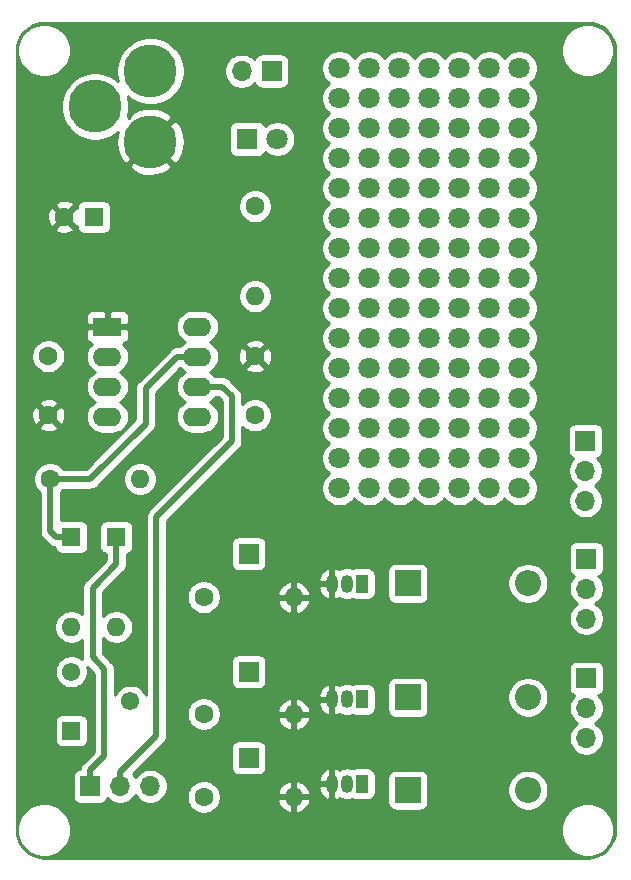
<source format=gbr>
G04 #@! TF.GenerationSoftware,KiCad,Pcbnew,(5.1.5)-3*
G04 #@! TF.CreationDate,2023-01-24T14:10:26+01:00*
G04 #@! TF.ProjectId,pump controller schematics,70756d70-2063-46f6-9e74-726f6c6c6572,rev?*
G04 #@! TF.SameCoordinates,Original*
G04 #@! TF.FileFunction,Copper,L2,Bot*
G04 #@! TF.FilePolarity,Positive*
%FSLAX46Y46*%
G04 Gerber Fmt 4.6, Leading zero omitted, Abs format (unit mm)*
G04 Created by KiCad (PCBNEW (5.1.5)-3) date 2023-01-24 14:10:26*
%MOMM*%
%LPD*%
G04 APERTURE LIST*
%ADD10C,1.600000*%
%ADD11R,1.600000X1.600000*%
%ADD12C,1.550000*%
%ADD13R,1.550000X1.550000*%
%ADD14O,1.050000X1.500000*%
%ADD15R,1.050000X1.500000*%
%ADD16R,1.700000X1.700000*%
%ADD17O,1.600000X1.600000*%
%ADD18O,1.700000X1.700000*%
%ADD19O,2.200000X2.200000*%
%ADD20R,2.200000X2.200000*%
%ADD21C,1.800000*%
%ADD22C,4.500000*%
%ADD23R,2.400000X1.600000*%
%ADD24O,2.400000X1.600000*%
%ADD25R,1.800000X1.800000*%
%ADD26C,0.500000*%
%ADD27C,0.254000*%
G04 APERTURE END LIST*
D10*
X4700000Y-17100000D03*
D11*
X7200000Y-17100000D03*
D12*
X10300000Y-58100000D03*
D13*
X5300000Y-60600000D03*
D12*
X5300000Y-55600000D03*
D14*
X28630000Y-48150000D03*
X27360000Y-48150000D03*
D15*
X29900000Y-48150000D03*
D16*
X20300000Y-45600000D03*
X20300000Y-62900000D03*
X20300000Y-55600000D03*
D17*
X24120000Y-66200000D03*
D10*
X16500000Y-66200000D03*
D17*
X24120000Y-59200000D03*
D10*
X16500000Y-59200000D03*
D14*
X28630000Y-65100000D03*
X27360000Y-65100000D03*
D15*
X29900000Y-65100000D03*
D14*
X28630000Y-57950000D03*
X27360000Y-57950000D03*
D15*
X29900000Y-57950000D03*
D18*
X48900000Y-61230000D03*
X48900000Y-58690000D03*
D16*
X48900000Y-56150000D03*
D18*
X48900000Y-51105000D03*
X48900000Y-48565000D03*
D16*
X48900000Y-46025000D03*
D19*
X43960000Y-65625000D03*
D20*
X33800000Y-65625000D03*
D19*
X43960000Y-57775000D03*
D20*
X33800000Y-57775000D03*
D21*
X43240000Y-40060000D03*
X40700000Y-40060000D03*
X38160000Y-40060000D03*
X35620000Y-40060000D03*
X33080000Y-40060000D03*
X30540000Y-40060000D03*
X28000000Y-40060000D03*
X43240000Y-37520000D03*
X40700000Y-37520000D03*
X38160000Y-37520000D03*
X35620000Y-37520000D03*
X33080000Y-37520000D03*
X30540000Y-37520000D03*
X28000000Y-37520000D03*
X43240000Y-34980000D03*
X40700000Y-34980000D03*
X38160000Y-34980000D03*
X35620000Y-34980000D03*
X33080000Y-34980000D03*
X30540000Y-34980000D03*
X28000000Y-34980000D03*
X43240000Y-32440000D03*
X40700000Y-32440000D03*
X38160000Y-32440000D03*
X35620000Y-32440000D03*
X33080000Y-32440000D03*
X30540000Y-32440000D03*
X28000000Y-32440000D03*
X43240000Y-29900000D03*
X40700000Y-29900000D03*
X38160000Y-29900000D03*
X35620000Y-29900000D03*
X33080000Y-29900000D03*
X30540000Y-29900000D03*
X28000000Y-29900000D03*
X43240000Y-27360000D03*
X40700000Y-27360000D03*
X38160000Y-27360000D03*
X35620000Y-27360000D03*
X33080000Y-27360000D03*
X30540000Y-27360000D03*
X28000000Y-27360000D03*
X43240000Y-24820000D03*
X40700000Y-24820000D03*
X38160000Y-24820000D03*
X35620000Y-24820000D03*
X33080000Y-24820000D03*
X30540000Y-24820000D03*
X28000000Y-24820000D03*
X43240000Y-22280000D03*
X40700000Y-22280000D03*
X38160000Y-22280000D03*
X35620000Y-22280000D03*
X33080000Y-22280000D03*
X30540000Y-22280000D03*
X28000000Y-22280000D03*
X43240000Y-19740000D03*
X40700000Y-19740000D03*
X38160000Y-19740000D03*
X35620000Y-19740000D03*
X33080000Y-19740000D03*
X30540000Y-19740000D03*
X28000000Y-19740000D03*
X43240000Y-17200000D03*
X40700000Y-17200000D03*
X38160000Y-17200000D03*
X35620000Y-17200000D03*
X33080000Y-17200000D03*
X30540000Y-17200000D03*
X28000000Y-17200000D03*
X43240000Y-14660000D03*
X40700000Y-14660000D03*
X38160000Y-14660000D03*
X35620000Y-14660000D03*
X33080000Y-14660000D03*
X30540000Y-14660000D03*
X28000000Y-14660000D03*
X43240000Y-12120000D03*
X40700000Y-12120000D03*
X38160000Y-12120000D03*
X35620000Y-12120000D03*
X33080000Y-12120000D03*
X30540000Y-12120000D03*
X28000000Y-12120000D03*
X43240000Y-9580000D03*
X40700000Y-9580000D03*
X38160000Y-9580000D03*
X35620000Y-9580000D03*
X33080000Y-9580000D03*
X30540000Y-9580000D03*
X28000000Y-9580000D03*
X43240000Y-7040000D03*
X40700000Y-7040000D03*
X38160000Y-7040000D03*
X35620000Y-7040000D03*
X33080000Y-7040000D03*
X30540000Y-7040000D03*
X28000000Y-7040000D03*
X43240000Y-4500000D03*
X40700000Y-4500000D03*
X38160000Y-4500000D03*
X35620000Y-4500000D03*
X33080000Y-4500000D03*
X30540000Y-4500000D03*
X28000000Y-4500000D03*
D10*
X3500000Y-39300000D03*
D17*
X11120000Y-39300000D03*
D22*
X12000000Y-10750000D03*
X12000000Y-4750000D03*
X7300000Y-7750000D03*
D16*
X22250000Y-4750000D03*
D18*
X19710000Y-4750000D03*
D10*
X20850000Y-33900000D03*
X20850000Y-28900000D03*
X3350000Y-33900000D03*
X3350000Y-28900000D03*
D23*
X8350000Y-26400000D03*
D24*
X15970000Y-34020000D03*
X8350000Y-28940000D03*
X15970000Y-31480000D03*
X8350000Y-31480000D03*
X15970000Y-28940000D03*
X8350000Y-34020000D03*
X15970000Y-26400000D03*
D16*
X6890000Y-65300000D03*
D18*
X9430000Y-65300000D03*
X11970000Y-65300000D03*
D17*
X20850000Y-23820000D03*
D10*
X20850000Y-16200000D03*
X16500000Y-49300000D03*
D17*
X24120000Y-49300000D03*
D16*
X48825000Y-36050000D03*
D18*
X48825000Y-38590000D03*
X48825000Y-41130000D03*
D25*
X20200000Y-10500000D03*
D21*
X22740000Y-10500000D03*
D20*
X33800000Y-48125000D03*
D19*
X43960000Y-48125000D03*
D17*
X5300000Y-51820000D03*
D11*
X5300000Y-44200000D03*
D17*
X9100000Y-51820000D03*
D11*
X9100000Y-44200000D03*
D26*
X9430000Y-64097919D02*
X12500000Y-61027919D01*
X9430000Y-65300000D02*
X9430000Y-64097919D01*
X12500000Y-61027919D02*
X12500000Y-42500000D01*
X12500000Y-42500000D02*
X18900000Y-36100000D01*
X18900000Y-36100000D02*
X18900000Y-32300000D01*
X18080000Y-31480000D02*
X15970000Y-31480000D01*
X18900000Y-32300000D02*
X18080000Y-31480000D01*
X14270000Y-28940000D02*
X11600000Y-31610000D01*
X15970000Y-28940000D02*
X14270000Y-28940000D01*
X11600000Y-31610000D02*
X11600000Y-34600000D01*
X6900000Y-39300000D02*
X3500000Y-39300000D01*
X11600000Y-34600000D02*
X6900000Y-39300000D01*
X3500000Y-43700000D02*
X4000000Y-44200000D01*
X3500000Y-39300000D02*
X3500000Y-43700000D01*
X4000000Y-44200000D02*
X5300000Y-44200000D01*
X6890000Y-63950000D02*
X8100000Y-62740000D01*
X6890000Y-65300000D02*
X6890000Y-63950000D01*
X8100000Y-62740000D02*
X8100000Y-55400000D01*
X8100000Y-55400000D02*
X7100000Y-54400000D01*
X7100000Y-54400000D02*
X7100000Y-48500000D01*
X9100000Y-46500000D02*
X9100000Y-44200000D01*
X7100000Y-48500000D02*
X9100000Y-46500000D01*
D27*
G36*
X49453893Y-707670D02*
G01*
X49890498Y-839489D01*
X50293185Y-1053600D01*
X50646612Y-1341848D01*
X50937327Y-1693261D01*
X51154242Y-2094439D01*
X51289106Y-2530113D01*
X51340000Y-3014344D01*
X51340001Y-68967711D01*
X51292330Y-69453894D01*
X51160512Y-69890497D01*
X50946399Y-70293186D01*
X50658150Y-70646613D01*
X50306739Y-70937327D01*
X49905564Y-71154240D01*
X49469886Y-71289106D01*
X48985664Y-71340000D01*
X3032279Y-71340000D01*
X2546106Y-71292330D01*
X2109503Y-71160512D01*
X1706814Y-70946399D01*
X1353387Y-70658150D01*
X1062673Y-70306739D01*
X845760Y-69905564D01*
X710894Y-69469886D01*
X660000Y-68985664D01*
X660000Y-68776521D01*
X730979Y-68776521D01*
X730979Y-69223479D01*
X818176Y-69661849D01*
X989220Y-70074785D01*
X1237536Y-70446417D01*
X1553583Y-70762464D01*
X1925215Y-71010780D01*
X2338151Y-71181824D01*
X2776521Y-71269021D01*
X3223479Y-71269021D01*
X3661849Y-71181824D01*
X4074785Y-71010780D01*
X4446417Y-70762464D01*
X4762464Y-70446417D01*
X5010780Y-70074785D01*
X5181824Y-69661849D01*
X5269021Y-69223479D01*
X5269021Y-68776521D01*
X46730979Y-68776521D01*
X46730979Y-69223479D01*
X46818176Y-69661849D01*
X46989220Y-70074785D01*
X47237536Y-70446417D01*
X47553583Y-70762464D01*
X47925215Y-71010780D01*
X48338151Y-71181824D01*
X48776521Y-71269021D01*
X49223479Y-71269021D01*
X49661849Y-71181824D01*
X50074785Y-71010780D01*
X50446417Y-70762464D01*
X50762464Y-70446417D01*
X51010780Y-70074785D01*
X51181824Y-69661849D01*
X51269021Y-69223479D01*
X51269021Y-68776521D01*
X51181824Y-68338151D01*
X51010780Y-67925215D01*
X50762464Y-67553583D01*
X50446417Y-67237536D01*
X50074785Y-66989220D01*
X49661849Y-66818176D01*
X49223479Y-66730979D01*
X48776521Y-66730979D01*
X48338151Y-66818176D01*
X47925215Y-66989220D01*
X47553583Y-67237536D01*
X47237536Y-67553583D01*
X46989220Y-67925215D01*
X46818176Y-68338151D01*
X46730979Y-68776521D01*
X5269021Y-68776521D01*
X5181824Y-68338151D01*
X5010780Y-67925215D01*
X4762464Y-67553583D01*
X4446417Y-67237536D01*
X4074785Y-66989220D01*
X3661849Y-66818176D01*
X3223479Y-66730979D01*
X2776521Y-66730979D01*
X2338151Y-66818176D01*
X1925215Y-66989220D01*
X1553583Y-67237536D01*
X1237536Y-67553583D01*
X989220Y-67925215D01*
X818176Y-68338151D01*
X730979Y-68776521D01*
X660000Y-68776521D01*
X660000Y-59825000D01*
X3886928Y-59825000D01*
X3886928Y-61375000D01*
X3899188Y-61499482D01*
X3935498Y-61619180D01*
X3994463Y-61729494D01*
X4073815Y-61826185D01*
X4170506Y-61905537D01*
X4280820Y-61964502D01*
X4400518Y-62000812D01*
X4525000Y-62013072D01*
X6075000Y-62013072D01*
X6199482Y-62000812D01*
X6319180Y-61964502D01*
X6429494Y-61905537D01*
X6526185Y-61826185D01*
X6605537Y-61729494D01*
X6664502Y-61619180D01*
X6700812Y-61499482D01*
X6713072Y-61375000D01*
X6713072Y-59825000D01*
X6700812Y-59700518D01*
X6664502Y-59580820D01*
X6605537Y-59470506D01*
X6526185Y-59373815D01*
X6429494Y-59294463D01*
X6319180Y-59235498D01*
X6199482Y-59199188D01*
X6075000Y-59186928D01*
X4525000Y-59186928D01*
X4400518Y-59199188D01*
X4280820Y-59235498D01*
X4170506Y-59294463D01*
X4073815Y-59373815D01*
X3994463Y-59470506D01*
X3935498Y-59580820D01*
X3899188Y-59700518D01*
X3886928Y-59825000D01*
X660000Y-59825000D01*
X660000Y-39158665D01*
X2065000Y-39158665D01*
X2065000Y-39441335D01*
X2120147Y-39718574D01*
X2228320Y-39979727D01*
X2385363Y-40214759D01*
X2585241Y-40414637D01*
X2615000Y-40434521D01*
X2615001Y-43656521D01*
X2610719Y-43700000D01*
X2627805Y-43873490D01*
X2678412Y-44040313D01*
X2760590Y-44194059D01*
X2843468Y-44295046D01*
X2843471Y-44295049D01*
X2871184Y-44328817D01*
X2904952Y-44356530D01*
X3343466Y-44795044D01*
X3371183Y-44828817D01*
X3505941Y-44939411D01*
X3659687Y-45021589D01*
X3826510Y-45072195D01*
X3869455Y-45076425D01*
X3874188Y-45124482D01*
X3910498Y-45244180D01*
X3969463Y-45354494D01*
X4048815Y-45451185D01*
X4145506Y-45530537D01*
X4255820Y-45589502D01*
X4375518Y-45625812D01*
X4500000Y-45638072D01*
X6100000Y-45638072D01*
X6224482Y-45625812D01*
X6344180Y-45589502D01*
X6454494Y-45530537D01*
X6551185Y-45451185D01*
X6630537Y-45354494D01*
X6689502Y-45244180D01*
X6725812Y-45124482D01*
X6738072Y-45000000D01*
X6738072Y-43400000D01*
X6725812Y-43275518D01*
X6689502Y-43155820D01*
X6630537Y-43045506D01*
X6551185Y-42948815D01*
X6454494Y-42869463D01*
X6344180Y-42810498D01*
X6224482Y-42774188D01*
X6100000Y-42761928D01*
X4500000Y-42761928D01*
X4385000Y-42773254D01*
X4385000Y-40434521D01*
X4414759Y-40414637D01*
X4614637Y-40214759D01*
X4634521Y-40185000D01*
X6856531Y-40185000D01*
X6900000Y-40189281D01*
X6943469Y-40185000D01*
X6943477Y-40185000D01*
X7073490Y-40172195D01*
X7240313Y-40121589D01*
X7394059Y-40039411D01*
X7528817Y-39928817D01*
X7556534Y-39895044D01*
X8292913Y-39158665D01*
X9685000Y-39158665D01*
X9685000Y-39441335D01*
X9740147Y-39718574D01*
X9848320Y-39979727D01*
X10005363Y-40214759D01*
X10205241Y-40414637D01*
X10440273Y-40571680D01*
X10701426Y-40679853D01*
X10978665Y-40735000D01*
X11261335Y-40735000D01*
X11538574Y-40679853D01*
X11799727Y-40571680D01*
X12034759Y-40414637D01*
X12234637Y-40214759D01*
X12391680Y-39979727D01*
X12499853Y-39718574D01*
X12555000Y-39441335D01*
X12555000Y-39158665D01*
X12499853Y-38881426D01*
X12391680Y-38620273D01*
X12234637Y-38385241D01*
X12034759Y-38185363D01*
X11799727Y-38028320D01*
X11538574Y-37920147D01*
X11261335Y-37865000D01*
X10978665Y-37865000D01*
X10701426Y-37920147D01*
X10440273Y-38028320D01*
X10205241Y-38185363D01*
X10005363Y-38385241D01*
X9848320Y-38620273D01*
X9740147Y-38881426D01*
X9685000Y-39158665D01*
X8292913Y-39158665D01*
X12195049Y-35256530D01*
X12228817Y-35228817D01*
X12339411Y-35094059D01*
X12421589Y-34940313D01*
X12472195Y-34773490D01*
X12485000Y-34643477D01*
X12485000Y-34643469D01*
X12489281Y-34600000D01*
X12485000Y-34556531D01*
X12485000Y-31976578D01*
X14528566Y-29933013D01*
X14550392Y-29959608D01*
X14768899Y-30138932D01*
X14901858Y-30210000D01*
X14768899Y-30281068D01*
X14550392Y-30460392D01*
X14371068Y-30678899D01*
X14237818Y-30928192D01*
X14155764Y-31198691D01*
X14128057Y-31480000D01*
X14155764Y-31761309D01*
X14237818Y-32031808D01*
X14371068Y-32281101D01*
X14550392Y-32499608D01*
X14768899Y-32678932D01*
X14901858Y-32750000D01*
X14768899Y-32821068D01*
X14550392Y-33000392D01*
X14371068Y-33218899D01*
X14237818Y-33468192D01*
X14155764Y-33738691D01*
X14128057Y-34020000D01*
X14155764Y-34301309D01*
X14237818Y-34571808D01*
X14371068Y-34821101D01*
X14550392Y-35039608D01*
X14768899Y-35218932D01*
X15018192Y-35352182D01*
X15288691Y-35434236D01*
X15499508Y-35455000D01*
X16440492Y-35455000D01*
X16651309Y-35434236D01*
X16921808Y-35352182D01*
X17171101Y-35218932D01*
X17389608Y-35039608D01*
X17568932Y-34821101D01*
X17702182Y-34571808D01*
X17784236Y-34301309D01*
X17811943Y-34020000D01*
X17784236Y-33738691D01*
X17702182Y-33468192D01*
X17568932Y-33218899D01*
X17389608Y-33000392D01*
X17171101Y-32821068D01*
X17038142Y-32750000D01*
X17171101Y-32678932D01*
X17389608Y-32499608D01*
X17500078Y-32365000D01*
X17713422Y-32365000D01*
X18015001Y-32666580D01*
X18015000Y-35733421D01*
X11904952Y-41843470D01*
X11871184Y-41871183D01*
X11843471Y-41904951D01*
X11843468Y-41904954D01*
X11760590Y-42005941D01*
X11678412Y-42159687D01*
X11627805Y-42326510D01*
X11610719Y-42500000D01*
X11615001Y-42543479D01*
X11615000Y-57590185D01*
X11549525Y-57432115D01*
X11395218Y-57201178D01*
X11198822Y-57004782D01*
X10967885Y-56850475D01*
X10711282Y-56744186D01*
X10438873Y-56690000D01*
X10161127Y-56690000D01*
X9888718Y-56744186D01*
X9632115Y-56850475D01*
X9401178Y-57004782D01*
X9204782Y-57201178D01*
X9050475Y-57432115D01*
X8985000Y-57590185D01*
X8985000Y-55443469D01*
X8989281Y-55400000D01*
X8985000Y-55356531D01*
X8985000Y-55356523D01*
X8972195Y-55226510D01*
X8956727Y-55175518D01*
X8921589Y-55059686D01*
X8839411Y-54905941D01*
X8756532Y-54804953D01*
X8756530Y-54804951D01*
X8728817Y-54771183D01*
X8695049Y-54743470D01*
X7985000Y-54033422D01*
X7985000Y-52734216D01*
X7985363Y-52734759D01*
X8185241Y-52934637D01*
X8420273Y-53091680D01*
X8681426Y-53199853D01*
X8958665Y-53255000D01*
X9241335Y-53255000D01*
X9518574Y-53199853D01*
X9779727Y-53091680D01*
X10014759Y-52934637D01*
X10214637Y-52734759D01*
X10371680Y-52499727D01*
X10479853Y-52238574D01*
X10535000Y-51961335D01*
X10535000Y-51678665D01*
X10479853Y-51401426D01*
X10371680Y-51140273D01*
X10214637Y-50905241D01*
X10014759Y-50705363D01*
X9779727Y-50548320D01*
X9518574Y-50440147D01*
X9241335Y-50385000D01*
X8958665Y-50385000D01*
X8681426Y-50440147D01*
X8420273Y-50548320D01*
X8185241Y-50705363D01*
X7985363Y-50905241D01*
X7985000Y-50905784D01*
X7985000Y-48866578D01*
X9695050Y-47156529D01*
X9728817Y-47128817D01*
X9768881Y-47080000D01*
X9839410Y-46994060D01*
X9839411Y-46994059D01*
X9921589Y-46840313D01*
X9972195Y-46673490D01*
X9985000Y-46543477D01*
X9985000Y-46543467D01*
X9989281Y-46500001D01*
X9985000Y-46456535D01*
X9985000Y-45629701D01*
X10024482Y-45625812D01*
X10144180Y-45589502D01*
X10254494Y-45530537D01*
X10351185Y-45451185D01*
X10430537Y-45354494D01*
X10489502Y-45244180D01*
X10525812Y-45124482D01*
X10538072Y-45000000D01*
X10538072Y-43400000D01*
X10525812Y-43275518D01*
X10489502Y-43155820D01*
X10430537Y-43045506D01*
X10351185Y-42948815D01*
X10254494Y-42869463D01*
X10144180Y-42810498D01*
X10024482Y-42774188D01*
X9900000Y-42761928D01*
X8300000Y-42761928D01*
X8175518Y-42774188D01*
X8055820Y-42810498D01*
X7945506Y-42869463D01*
X7848815Y-42948815D01*
X7769463Y-43045506D01*
X7710498Y-43155820D01*
X7674188Y-43275518D01*
X7661928Y-43400000D01*
X7661928Y-45000000D01*
X7674188Y-45124482D01*
X7710498Y-45244180D01*
X7769463Y-45354494D01*
X7848815Y-45451185D01*
X7945506Y-45530537D01*
X8055820Y-45589502D01*
X8175518Y-45625812D01*
X8215000Y-45629701D01*
X8215000Y-46133421D01*
X6504951Y-47843471D01*
X6471184Y-47871183D01*
X6443471Y-47904951D01*
X6443468Y-47904954D01*
X6360590Y-48005941D01*
X6278412Y-48159687D01*
X6227805Y-48326510D01*
X6210719Y-48500000D01*
X6215001Y-48543479D01*
X6215001Y-50705605D01*
X6214759Y-50705363D01*
X5979727Y-50548320D01*
X5718574Y-50440147D01*
X5441335Y-50385000D01*
X5158665Y-50385000D01*
X4881426Y-50440147D01*
X4620273Y-50548320D01*
X4385241Y-50705363D01*
X4185363Y-50905241D01*
X4028320Y-51140273D01*
X3920147Y-51401426D01*
X3865000Y-51678665D01*
X3865000Y-51961335D01*
X3920147Y-52238574D01*
X4028320Y-52499727D01*
X4185363Y-52734759D01*
X4385241Y-52934637D01*
X4620273Y-53091680D01*
X4881426Y-53199853D01*
X5158665Y-53255000D01*
X5441335Y-53255000D01*
X5718574Y-53199853D01*
X5979727Y-53091680D01*
X6214759Y-52934637D01*
X6215000Y-52934396D01*
X6215000Y-54356531D01*
X6210719Y-54400000D01*
X6215000Y-54443469D01*
X6215000Y-54443476D01*
X6223465Y-54529425D01*
X6198822Y-54504782D01*
X5967885Y-54350475D01*
X5711282Y-54244186D01*
X5438873Y-54190000D01*
X5161127Y-54190000D01*
X4888718Y-54244186D01*
X4632115Y-54350475D01*
X4401178Y-54504782D01*
X4204782Y-54701178D01*
X4050475Y-54932115D01*
X3944186Y-55188718D01*
X3890000Y-55461127D01*
X3890000Y-55738873D01*
X3944186Y-56011282D01*
X4050475Y-56267885D01*
X4204782Y-56498822D01*
X4401178Y-56695218D01*
X4632115Y-56849525D01*
X4888718Y-56955814D01*
X5161127Y-57010000D01*
X5438873Y-57010000D01*
X5711282Y-56955814D01*
X5967885Y-56849525D01*
X6198822Y-56695218D01*
X6395218Y-56498822D01*
X6549525Y-56267885D01*
X6655814Y-56011282D01*
X6710000Y-55738873D01*
X6710000Y-55461127D01*
X6660451Y-55212029D01*
X7215001Y-55766580D01*
X7215000Y-62373421D01*
X6294951Y-63293471D01*
X6261184Y-63321183D01*
X6233471Y-63354951D01*
X6233468Y-63354954D01*
X6150590Y-63455941D01*
X6068412Y-63609687D01*
X6017805Y-63776510D01*
X6014065Y-63814482D01*
X5915518Y-63824188D01*
X5795820Y-63860498D01*
X5685506Y-63919463D01*
X5588815Y-63998815D01*
X5509463Y-64095506D01*
X5450498Y-64205820D01*
X5414188Y-64325518D01*
X5401928Y-64450000D01*
X5401928Y-66150000D01*
X5414188Y-66274482D01*
X5450498Y-66394180D01*
X5509463Y-66504494D01*
X5588815Y-66601185D01*
X5685506Y-66680537D01*
X5795820Y-66739502D01*
X5915518Y-66775812D01*
X6040000Y-66788072D01*
X7740000Y-66788072D01*
X7864482Y-66775812D01*
X7984180Y-66739502D01*
X8094494Y-66680537D01*
X8191185Y-66601185D01*
X8270537Y-66504494D01*
X8329502Y-66394180D01*
X8351513Y-66321620D01*
X8483368Y-66453475D01*
X8726589Y-66615990D01*
X8996842Y-66727932D01*
X9283740Y-66785000D01*
X9576260Y-66785000D01*
X9863158Y-66727932D01*
X10133411Y-66615990D01*
X10376632Y-66453475D01*
X10583475Y-66246632D01*
X10700000Y-66072240D01*
X10816525Y-66246632D01*
X11023368Y-66453475D01*
X11266589Y-66615990D01*
X11536842Y-66727932D01*
X11823740Y-66785000D01*
X12116260Y-66785000D01*
X12403158Y-66727932D01*
X12673411Y-66615990D01*
X12916632Y-66453475D01*
X13123475Y-66246632D01*
X13249070Y-66058665D01*
X15065000Y-66058665D01*
X15065000Y-66341335D01*
X15120147Y-66618574D01*
X15228320Y-66879727D01*
X15385363Y-67114759D01*
X15585241Y-67314637D01*
X15820273Y-67471680D01*
X16081426Y-67579853D01*
X16358665Y-67635000D01*
X16641335Y-67635000D01*
X16918574Y-67579853D01*
X17179727Y-67471680D01*
X17414759Y-67314637D01*
X17614637Y-67114759D01*
X17771680Y-66879727D01*
X17879853Y-66618574D01*
X17893684Y-66549039D01*
X22728096Y-66549039D01*
X22768754Y-66683087D01*
X22888963Y-66937420D01*
X23056481Y-67163414D01*
X23264869Y-67352385D01*
X23506119Y-67497070D01*
X23770960Y-67591909D01*
X23993000Y-67470624D01*
X23993000Y-66327000D01*
X24247000Y-66327000D01*
X24247000Y-67470624D01*
X24469040Y-67591909D01*
X24733881Y-67497070D01*
X24975131Y-67352385D01*
X25183519Y-67163414D01*
X25351037Y-66937420D01*
X25471246Y-66683087D01*
X25511904Y-66549039D01*
X25389915Y-66327000D01*
X24247000Y-66327000D01*
X23993000Y-66327000D01*
X22850085Y-66327000D01*
X22728096Y-66549039D01*
X17893684Y-66549039D01*
X17935000Y-66341335D01*
X17935000Y-66058665D01*
X17893685Y-65850961D01*
X22728096Y-65850961D01*
X22850085Y-66073000D01*
X23993000Y-66073000D01*
X23993000Y-64929376D01*
X24247000Y-64929376D01*
X24247000Y-66073000D01*
X25389915Y-66073000D01*
X25511904Y-65850961D01*
X25471246Y-65716913D01*
X25351037Y-65462580D01*
X25312438Y-65410507D01*
X26193669Y-65410507D01*
X26232761Y-65636404D01*
X26315172Y-65850334D01*
X26437736Y-66044076D01*
X26595742Y-66210184D01*
X26783118Y-66342275D01*
X26992663Y-66435272D01*
X27054190Y-66443964D01*
X27233000Y-66318163D01*
X27233000Y-65227000D01*
X26353402Y-65227000D01*
X26193669Y-65410507D01*
X25312438Y-65410507D01*
X25183519Y-65236586D01*
X24975131Y-65047615D01*
X24733881Y-64902930D01*
X24469040Y-64808091D01*
X24247000Y-64929376D01*
X23993000Y-64929376D01*
X23770960Y-64808091D01*
X23506119Y-64902930D01*
X23264869Y-65047615D01*
X23056481Y-65236586D01*
X22888963Y-65462580D01*
X22768754Y-65716913D01*
X22728096Y-65850961D01*
X17893685Y-65850961D01*
X17879853Y-65781426D01*
X17771680Y-65520273D01*
X17614637Y-65285241D01*
X17414759Y-65085363D01*
X17179727Y-64928320D01*
X16918574Y-64820147D01*
X16764468Y-64789493D01*
X26193669Y-64789493D01*
X26353402Y-64973000D01*
X27233000Y-64973000D01*
X27233000Y-64818021D01*
X27470000Y-64818021D01*
X27470000Y-65381978D01*
X27486785Y-65552399D01*
X27487000Y-65553108D01*
X27487000Y-66318163D01*
X27665810Y-66443964D01*
X27727337Y-66435272D01*
X27936882Y-66342275D01*
X27995331Y-66301071D01*
X28183940Y-66401885D01*
X28402600Y-66468215D01*
X28630000Y-66490612D01*
X28857399Y-66468215D01*
X29066098Y-66404907D01*
X29130820Y-66439502D01*
X29250518Y-66475812D01*
X29375000Y-66488072D01*
X30425000Y-66488072D01*
X30549482Y-66475812D01*
X30669180Y-66439502D01*
X30779494Y-66380537D01*
X30876185Y-66301185D01*
X30955537Y-66204494D01*
X31014502Y-66094180D01*
X31050812Y-65974482D01*
X31063072Y-65850000D01*
X31063072Y-64525000D01*
X32061928Y-64525000D01*
X32061928Y-66725000D01*
X32074188Y-66849482D01*
X32110498Y-66969180D01*
X32169463Y-67079494D01*
X32248815Y-67176185D01*
X32345506Y-67255537D01*
X32455820Y-67314502D01*
X32575518Y-67350812D01*
X32700000Y-67363072D01*
X34900000Y-67363072D01*
X35024482Y-67350812D01*
X35144180Y-67314502D01*
X35254494Y-67255537D01*
X35351185Y-67176185D01*
X35430537Y-67079494D01*
X35489502Y-66969180D01*
X35525812Y-66849482D01*
X35538072Y-66725000D01*
X35538072Y-65454117D01*
X42225000Y-65454117D01*
X42225000Y-65795883D01*
X42291675Y-66131081D01*
X42422463Y-66446831D01*
X42612337Y-66730998D01*
X42854002Y-66972663D01*
X43138169Y-67162537D01*
X43453919Y-67293325D01*
X43789117Y-67360000D01*
X44130883Y-67360000D01*
X44466081Y-67293325D01*
X44781831Y-67162537D01*
X45065998Y-66972663D01*
X45307663Y-66730998D01*
X45497537Y-66446831D01*
X45628325Y-66131081D01*
X45695000Y-65795883D01*
X45695000Y-65454117D01*
X45628325Y-65118919D01*
X45497537Y-64803169D01*
X45307663Y-64519002D01*
X45065998Y-64277337D01*
X44781831Y-64087463D01*
X44466081Y-63956675D01*
X44130883Y-63890000D01*
X43789117Y-63890000D01*
X43453919Y-63956675D01*
X43138169Y-64087463D01*
X42854002Y-64277337D01*
X42612337Y-64519002D01*
X42422463Y-64803169D01*
X42291675Y-65118919D01*
X42225000Y-65454117D01*
X35538072Y-65454117D01*
X35538072Y-64525000D01*
X35525812Y-64400518D01*
X35489502Y-64280820D01*
X35430537Y-64170506D01*
X35351185Y-64073815D01*
X35254494Y-63994463D01*
X35144180Y-63935498D01*
X35024482Y-63899188D01*
X34900000Y-63886928D01*
X32700000Y-63886928D01*
X32575518Y-63899188D01*
X32455820Y-63935498D01*
X32345506Y-63994463D01*
X32248815Y-64073815D01*
X32169463Y-64170506D01*
X32110498Y-64280820D01*
X32074188Y-64400518D01*
X32061928Y-64525000D01*
X31063072Y-64525000D01*
X31063072Y-64350000D01*
X31050812Y-64225518D01*
X31014502Y-64105820D01*
X30955537Y-63995506D01*
X30876185Y-63898815D01*
X30779494Y-63819463D01*
X30669180Y-63760498D01*
X30549482Y-63724188D01*
X30425000Y-63711928D01*
X29375000Y-63711928D01*
X29250518Y-63724188D01*
X29130820Y-63760498D01*
X29066098Y-63795093D01*
X28857400Y-63731785D01*
X28630000Y-63709388D01*
X28402601Y-63731785D01*
X28183941Y-63798115D01*
X27995331Y-63898929D01*
X27936882Y-63857725D01*
X27727337Y-63764728D01*
X27665810Y-63756036D01*
X27487000Y-63881837D01*
X27487000Y-64646891D01*
X27486785Y-64647600D01*
X27470000Y-64818021D01*
X27233000Y-64818021D01*
X27233000Y-63881837D01*
X27054190Y-63756036D01*
X26992663Y-63764728D01*
X26783118Y-63857725D01*
X26595742Y-63989816D01*
X26437736Y-64155924D01*
X26315172Y-64349666D01*
X26232761Y-64563596D01*
X26193669Y-64789493D01*
X16764468Y-64789493D01*
X16641335Y-64765000D01*
X16358665Y-64765000D01*
X16081426Y-64820147D01*
X15820273Y-64928320D01*
X15585241Y-65085363D01*
X15385363Y-65285241D01*
X15228320Y-65520273D01*
X15120147Y-65781426D01*
X15065000Y-66058665D01*
X13249070Y-66058665D01*
X13285990Y-66003411D01*
X13397932Y-65733158D01*
X13455000Y-65446260D01*
X13455000Y-65153740D01*
X13397932Y-64866842D01*
X13285990Y-64596589D01*
X13123475Y-64353368D01*
X12916632Y-64146525D01*
X12673411Y-63984010D01*
X12403158Y-63872068D01*
X12116260Y-63815000D01*
X11823740Y-63815000D01*
X11536842Y-63872068D01*
X11266589Y-63984010D01*
X11023368Y-64146525D01*
X10816525Y-64353368D01*
X10700000Y-64527760D01*
X10583475Y-64353368D01*
X10504802Y-64274695D01*
X12729497Y-62050000D01*
X18811928Y-62050000D01*
X18811928Y-63750000D01*
X18824188Y-63874482D01*
X18860498Y-63994180D01*
X18919463Y-64104494D01*
X18998815Y-64201185D01*
X19095506Y-64280537D01*
X19205820Y-64339502D01*
X19325518Y-64375812D01*
X19450000Y-64388072D01*
X21150000Y-64388072D01*
X21274482Y-64375812D01*
X21394180Y-64339502D01*
X21504494Y-64280537D01*
X21601185Y-64201185D01*
X21680537Y-64104494D01*
X21739502Y-63994180D01*
X21775812Y-63874482D01*
X21788072Y-63750000D01*
X21788072Y-62050000D01*
X21775812Y-61925518D01*
X21739502Y-61805820D01*
X21680537Y-61695506D01*
X21601185Y-61598815D01*
X21504494Y-61519463D01*
X21394180Y-61460498D01*
X21274482Y-61424188D01*
X21150000Y-61411928D01*
X19450000Y-61411928D01*
X19325518Y-61424188D01*
X19205820Y-61460498D01*
X19095506Y-61519463D01*
X18998815Y-61598815D01*
X18919463Y-61695506D01*
X18860498Y-61805820D01*
X18824188Y-61925518D01*
X18811928Y-62050000D01*
X12729497Y-62050000D01*
X13095050Y-61684448D01*
X13128817Y-61656736D01*
X13239411Y-61521978D01*
X13251435Y-61499482D01*
X13321589Y-61368233D01*
X13372195Y-61201409D01*
X13383784Y-61083740D01*
X13385000Y-61071396D01*
X13385000Y-61071388D01*
X13389281Y-61027919D01*
X13385000Y-60984450D01*
X13385000Y-59058665D01*
X15065000Y-59058665D01*
X15065000Y-59341335D01*
X15120147Y-59618574D01*
X15228320Y-59879727D01*
X15385363Y-60114759D01*
X15585241Y-60314637D01*
X15820273Y-60471680D01*
X16081426Y-60579853D01*
X16358665Y-60635000D01*
X16641335Y-60635000D01*
X16918574Y-60579853D01*
X17179727Y-60471680D01*
X17414759Y-60314637D01*
X17614637Y-60114759D01*
X17771680Y-59879727D01*
X17879853Y-59618574D01*
X17893684Y-59549039D01*
X22728096Y-59549039D01*
X22768754Y-59683087D01*
X22888963Y-59937420D01*
X23056481Y-60163414D01*
X23264869Y-60352385D01*
X23506119Y-60497070D01*
X23770960Y-60591909D01*
X23993000Y-60470624D01*
X23993000Y-59327000D01*
X24247000Y-59327000D01*
X24247000Y-60470624D01*
X24469040Y-60591909D01*
X24733881Y-60497070D01*
X24975131Y-60352385D01*
X25183519Y-60163414D01*
X25351037Y-59937420D01*
X25471246Y-59683087D01*
X25511904Y-59549039D01*
X25389915Y-59327000D01*
X24247000Y-59327000D01*
X23993000Y-59327000D01*
X22850085Y-59327000D01*
X22728096Y-59549039D01*
X17893684Y-59549039D01*
X17935000Y-59341335D01*
X17935000Y-59058665D01*
X17893685Y-58850961D01*
X22728096Y-58850961D01*
X22850085Y-59073000D01*
X23993000Y-59073000D01*
X23993000Y-57929376D01*
X24247000Y-57929376D01*
X24247000Y-59073000D01*
X25389915Y-59073000D01*
X25511904Y-58850961D01*
X25471246Y-58716913D01*
X25351037Y-58462580D01*
X25201251Y-58260507D01*
X26193669Y-58260507D01*
X26232761Y-58486404D01*
X26315172Y-58700334D01*
X26437736Y-58894076D01*
X26595742Y-59060184D01*
X26783118Y-59192275D01*
X26992663Y-59285272D01*
X27054190Y-59293964D01*
X27233000Y-59168163D01*
X27233000Y-58077000D01*
X26353402Y-58077000D01*
X26193669Y-58260507D01*
X25201251Y-58260507D01*
X25183519Y-58236586D01*
X24975131Y-58047615D01*
X24733881Y-57902930D01*
X24469040Y-57808091D01*
X24247000Y-57929376D01*
X23993000Y-57929376D01*
X23770960Y-57808091D01*
X23506119Y-57902930D01*
X23264869Y-58047615D01*
X23056481Y-58236586D01*
X22888963Y-58462580D01*
X22768754Y-58716913D01*
X22728096Y-58850961D01*
X17893685Y-58850961D01*
X17879853Y-58781426D01*
X17771680Y-58520273D01*
X17614637Y-58285241D01*
X17414759Y-58085363D01*
X17179727Y-57928320D01*
X16918574Y-57820147D01*
X16641335Y-57765000D01*
X16358665Y-57765000D01*
X16081426Y-57820147D01*
X15820273Y-57928320D01*
X15585241Y-58085363D01*
X15385363Y-58285241D01*
X15228320Y-58520273D01*
X15120147Y-58781426D01*
X15065000Y-59058665D01*
X13385000Y-59058665D01*
X13385000Y-57639493D01*
X26193669Y-57639493D01*
X26353402Y-57823000D01*
X27233000Y-57823000D01*
X27233000Y-57668021D01*
X27470000Y-57668021D01*
X27470000Y-58231978D01*
X27486785Y-58402399D01*
X27487000Y-58403108D01*
X27487000Y-59168163D01*
X27665810Y-59293964D01*
X27727337Y-59285272D01*
X27936882Y-59192275D01*
X27995331Y-59151071D01*
X28183940Y-59251885D01*
X28402600Y-59318215D01*
X28630000Y-59340612D01*
X28857399Y-59318215D01*
X29066098Y-59254907D01*
X29130820Y-59289502D01*
X29250518Y-59325812D01*
X29375000Y-59338072D01*
X30425000Y-59338072D01*
X30549482Y-59325812D01*
X30669180Y-59289502D01*
X30779494Y-59230537D01*
X30876185Y-59151185D01*
X30955537Y-59054494D01*
X31014502Y-58944180D01*
X31050812Y-58824482D01*
X31063072Y-58700000D01*
X31063072Y-57200000D01*
X31050812Y-57075518D01*
X31014502Y-56955820D01*
X30955537Y-56845506D01*
X30876185Y-56748815D01*
X30786241Y-56675000D01*
X32061928Y-56675000D01*
X32061928Y-58875000D01*
X32074188Y-58999482D01*
X32110498Y-59119180D01*
X32169463Y-59229494D01*
X32248815Y-59326185D01*
X32345506Y-59405537D01*
X32455820Y-59464502D01*
X32575518Y-59500812D01*
X32700000Y-59513072D01*
X34900000Y-59513072D01*
X35024482Y-59500812D01*
X35144180Y-59464502D01*
X35254494Y-59405537D01*
X35351185Y-59326185D01*
X35430537Y-59229494D01*
X35489502Y-59119180D01*
X35525812Y-58999482D01*
X35538072Y-58875000D01*
X35538072Y-57604117D01*
X42225000Y-57604117D01*
X42225000Y-57945883D01*
X42291675Y-58281081D01*
X42422463Y-58596831D01*
X42612337Y-58880998D01*
X42854002Y-59122663D01*
X43138169Y-59312537D01*
X43453919Y-59443325D01*
X43789117Y-59510000D01*
X44130883Y-59510000D01*
X44466081Y-59443325D01*
X44781831Y-59312537D01*
X45065998Y-59122663D01*
X45307663Y-58880998D01*
X45497537Y-58596831D01*
X45628325Y-58281081D01*
X45695000Y-57945883D01*
X45695000Y-57604117D01*
X45628325Y-57268919D01*
X45497537Y-56953169D01*
X45307663Y-56669002D01*
X45065998Y-56427337D01*
X44781831Y-56237463D01*
X44466081Y-56106675D01*
X44130883Y-56040000D01*
X43789117Y-56040000D01*
X43453919Y-56106675D01*
X43138169Y-56237463D01*
X42854002Y-56427337D01*
X42612337Y-56669002D01*
X42422463Y-56953169D01*
X42291675Y-57268919D01*
X42225000Y-57604117D01*
X35538072Y-57604117D01*
X35538072Y-56675000D01*
X35525812Y-56550518D01*
X35489502Y-56430820D01*
X35430537Y-56320506D01*
X35351185Y-56223815D01*
X35254494Y-56144463D01*
X35144180Y-56085498D01*
X35024482Y-56049188D01*
X34900000Y-56036928D01*
X32700000Y-56036928D01*
X32575518Y-56049188D01*
X32455820Y-56085498D01*
X32345506Y-56144463D01*
X32248815Y-56223815D01*
X32169463Y-56320506D01*
X32110498Y-56430820D01*
X32074188Y-56550518D01*
X32061928Y-56675000D01*
X30786241Y-56675000D01*
X30779494Y-56669463D01*
X30669180Y-56610498D01*
X30549482Y-56574188D01*
X30425000Y-56561928D01*
X29375000Y-56561928D01*
X29250518Y-56574188D01*
X29130820Y-56610498D01*
X29066098Y-56645093D01*
X28857400Y-56581785D01*
X28630000Y-56559388D01*
X28402601Y-56581785D01*
X28183941Y-56648115D01*
X27995331Y-56748929D01*
X27936882Y-56707725D01*
X27727337Y-56614728D01*
X27665810Y-56606036D01*
X27487000Y-56731837D01*
X27487000Y-57496891D01*
X27486785Y-57497600D01*
X27470000Y-57668021D01*
X27233000Y-57668021D01*
X27233000Y-56731837D01*
X27054190Y-56606036D01*
X26992663Y-56614728D01*
X26783118Y-56707725D01*
X26595742Y-56839816D01*
X26437736Y-57005924D01*
X26315172Y-57199666D01*
X26232761Y-57413596D01*
X26193669Y-57639493D01*
X13385000Y-57639493D01*
X13385000Y-54750000D01*
X18811928Y-54750000D01*
X18811928Y-56450000D01*
X18824188Y-56574482D01*
X18860498Y-56694180D01*
X18919463Y-56804494D01*
X18998815Y-56901185D01*
X19095506Y-56980537D01*
X19205820Y-57039502D01*
X19325518Y-57075812D01*
X19450000Y-57088072D01*
X21150000Y-57088072D01*
X21274482Y-57075812D01*
X21394180Y-57039502D01*
X21504494Y-56980537D01*
X21601185Y-56901185D01*
X21680537Y-56804494D01*
X21739502Y-56694180D01*
X21775812Y-56574482D01*
X21788072Y-56450000D01*
X21788072Y-55300000D01*
X47411928Y-55300000D01*
X47411928Y-57000000D01*
X47424188Y-57124482D01*
X47460498Y-57244180D01*
X47519463Y-57354494D01*
X47598815Y-57451185D01*
X47695506Y-57530537D01*
X47805820Y-57589502D01*
X47878380Y-57611513D01*
X47746525Y-57743368D01*
X47584010Y-57986589D01*
X47472068Y-58256842D01*
X47415000Y-58543740D01*
X47415000Y-58836260D01*
X47472068Y-59123158D01*
X47584010Y-59393411D01*
X47746525Y-59636632D01*
X47953368Y-59843475D01*
X48127760Y-59960000D01*
X47953368Y-60076525D01*
X47746525Y-60283368D01*
X47584010Y-60526589D01*
X47472068Y-60796842D01*
X47415000Y-61083740D01*
X47415000Y-61376260D01*
X47472068Y-61663158D01*
X47584010Y-61933411D01*
X47746525Y-62176632D01*
X47953368Y-62383475D01*
X48196589Y-62545990D01*
X48466842Y-62657932D01*
X48753740Y-62715000D01*
X49046260Y-62715000D01*
X49333158Y-62657932D01*
X49603411Y-62545990D01*
X49846632Y-62383475D01*
X50053475Y-62176632D01*
X50215990Y-61933411D01*
X50327932Y-61663158D01*
X50385000Y-61376260D01*
X50385000Y-61083740D01*
X50327932Y-60796842D01*
X50215990Y-60526589D01*
X50053475Y-60283368D01*
X49846632Y-60076525D01*
X49672240Y-59960000D01*
X49846632Y-59843475D01*
X50053475Y-59636632D01*
X50215990Y-59393411D01*
X50327932Y-59123158D01*
X50385000Y-58836260D01*
X50385000Y-58543740D01*
X50327932Y-58256842D01*
X50215990Y-57986589D01*
X50053475Y-57743368D01*
X49921620Y-57611513D01*
X49994180Y-57589502D01*
X50104494Y-57530537D01*
X50201185Y-57451185D01*
X50280537Y-57354494D01*
X50339502Y-57244180D01*
X50375812Y-57124482D01*
X50388072Y-57000000D01*
X50388072Y-55300000D01*
X50375812Y-55175518D01*
X50339502Y-55055820D01*
X50280537Y-54945506D01*
X50201185Y-54848815D01*
X50104494Y-54769463D01*
X49994180Y-54710498D01*
X49874482Y-54674188D01*
X49750000Y-54661928D01*
X48050000Y-54661928D01*
X47925518Y-54674188D01*
X47805820Y-54710498D01*
X47695506Y-54769463D01*
X47598815Y-54848815D01*
X47519463Y-54945506D01*
X47460498Y-55055820D01*
X47424188Y-55175518D01*
X47411928Y-55300000D01*
X21788072Y-55300000D01*
X21788072Y-54750000D01*
X21775812Y-54625518D01*
X21739502Y-54505820D01*
X21680537Y-54395506D01*
X21601185Y-54298815D01*
X21504494Y-54219463D01*
X21394180Y-54160498D01*
X21274482Y-54124188D01*
X21150000Y-54111928D01*
X19450000Y-54111928D01*
X19325518Y-54124188D01*
X19205820Y-54160498D01*
X19095506Y-54219463D01*
X18998815Y-54298815D01*
X18919463Y-54395506D01*
X18860498Y-54505820D01*
X18824188Y-54625518D01*
X18811928Y-54750000D01*
X13385000Y-54750000D01*
X13385000Y-49158665D01*
X15065000Y-49158665D01*
X15065000Y-49441335D01*
X15120147Y-49718574D01*
X15228320Y-49979727D01*
X15385363Y-50214759D01*
X15585241Y-50414637D01*
X15820273Y-50571680D01*
X16081426Y-50679853D01*
X16358665Y-50735000D01*
X16641335Y-50735000D01*
X16918574Y-50679853D01*
X17179727Y-50571680D01*
X17414759Y-50414637D01*
X17614637Y-50214759D01*
X17771680Y-49979727D01*
X17879853Y-49718574D01*
X17893684Y-49649039D01*
X22728096Y-49649039D01*
X22768754Y-49783087D01*
X22888963Y-50037420D01*
X23056481Y-50263414D01*
X23264869Y-50452385D01*
X23506119Y-50597070D01*
X23770960Y-50691909D01*
X23993000Y-50570624D01*
X23993000Y-49427000D01*
X24247000Y-49427000D01*
X24247000Y-50570624D01*
X24469040Y-50691909D01*
X24733881Y-50597070D01*
X24975131Y-50452385D01*
X25183519Y-50263414D01*
X25351037Y-50037420D01*
X25471246Y-49783087D01*
X25511904Y-49649039D01*
X25389915Y-49427000D01*
X24247000Y-49427000D01*
X23993000Y-49427000D01*
X22850085Y-49427000D01*
X22728096Y-49649039D01*
X17893684Y-49649039D01*
X17935000Y-49441335D01*
X17935000Y-49158665D01*
X17893685Y-48950961D01*
X22728096Y-48950961D01*
X22850085Y-49173000D01*
X23993000Y-49173000D01*
X23993000Y-48029376D01*
X24247000Y-48029376D01*
X24247000Y-49173000D01*
X25389915Y-49173000D01*
X25511904Y-48950961D01*
X25471246Y-48816913D01*
X25351037Y-48562580D01*
X25275376Y-48460507D01*
X26193669Y-48460507D01*
X26232761Y-48686404D01*
X26315172Y-48900334D01*
X26437736Y-49094076D01*
X26595742Y-49260184D01*
X26783118Y-49392275D01*
X26992663Y-49485272D01*
X27054190Y-49493964D01*
X27233000Y-49368163D01*
X27233000Y-48277000D01*
X26353402Y-48277000D01*
X26193669Y-48460507D01*
X25275376Y-48460507D01*
X25183519Y-48336586D01*
X24975131Y-48147615D01*
X24733881Y-48002930D01*
X24469040Y-47908091D01*
X24247000Y-48029376D01*
X23993000Y-48029376D01*
X23770960Y-47908091D01*
X23506119Y-48002930D01*
X23264869Y-48147615D01*
X23056481Y-48336586D01*
X22888963Y-48562580D01*
X22768754Y-48816913D01*
X22728096Y-48950961D01*
X17893685Y-48950961D01*
X17879853Y-48881426D01*
X17771680Y-48620273D01*
X17614637Y-48385241D01*
X17414759Y-48185363D01*
X17179727Y-48028320D01*
X16918574Y-47920147D01*
X16641335Y-47865000D01*
X16358665Y-47865000D01*
X16081426Y-47920147D01*
X15820273Y-48028320D01*
X15585241Y-48185363D01*
X15385363Y-48385241D01*
X15228320Y-48620273D01*
X15120147Y-48881426D01*
X15065000Y-49158665D01*
X13385000Y-49158665D01*
X13385000Y-47839493D01*
X26193669Y-47839493D01*
X26353402Y-48023000D01*
X27233000Y-48023000D01*
X27233000Y-47868021D01*
X27470000Y-47868021D01*
X27470000Y-48431978D01*
X27486785Y-48602399D01*
X27487000Y-48603108D01*
X27487000Y-49368163D01*
X27665810Y-49493964D01*
X27727337Y-49485272D01*
X27936882Y-49392275D01*
X27995331Y-49351071D01*
X28183940Y-49451885D01*
X28402600Y-49518215D01*
X28630000Y-49540612D01*
X28857399Y-49518215D01*
X29066098Y-49454907D01*
X29130820Y-49489502D01*
X29250518Y-49525812D01*
X29375000Y-49538072D01*
X30425000Y-49538072D01*
X30549482Y-49525812D01*
X30669180Y-49489502D01*
X30779494Y-49430537D01*
X30876185Y-49351185D01*
X30955537Y-49254494D01*
X31014502Y-49144180D01*
X31050812Y-49024482D01*
X31063072Y-48900000D01*
X31063072Y-47400000D01*
X31050812Y-47275518D01*
X31014502Y-47155820D01*
X30955537Y-47045506D01*
X30938709Y-47025000D01*
X32061928Y-47025000D01*
X32061928Y-49225000D01*
X32074188Y-49349482D01*
X32110498Y-49469180D01*
X32169463Y-49579494D01*
X32248815Y-49676185D01*
X32345506Y-49755537D01*
X32455820Y-49814502D01*
X32575518Y-49850812D01*
X32700000Y-49863072D01*
X34900000Y-49863072D01*
X35024482Y-49850812D01*
X35144180Y-49814502D01*
X35254494Y-49755537D01*
X35351185Y-49676185D01*
X35430537Y-49579494D01*
X35489502Y-49469180D01*
X35525812Y-49349482D01*
X35538072Y-49225000D01*
X35538072Y-47954117D01*
X42225000Y-47954117D01*
X42225000Y-48295883D01*
X42291675Y-48631081D01*
X42422463Y-48946831D01*
X42612337Y-49230998D01*
X42854002Y-49472663D01*
X43138169Y-49662537D01*
X43453919Y-49793325D01*
X43789117Y-49860000D01*
X44130883Y-49860000D01*
X44466081Y-49793325D01*
X44781831Y-49662537D01*
X45065998Y-49472663D01*
X45307663Y-49230998D01*
X45497537Y-48946831D01*
X45628325Y-48631081D01*
X45695000Y-48295883D01*
X45695000Y-47954117D01*
X45628325Y-47618919D01*
X45497537Y-47303169D01*
X45307663Y-47019002D01*
X45065998Y-46777337D01*
X44781831Y-46587463D01*
X44466081Y-46456675D01*
X44130883Y-46390000D01*
X43789117Y-46390000D01*
X43453919Y-46456675D01*
X43138169Y-46587463D01*
X42854002Y-46777337D01*
X42612337Y-47019002D01*
X42422463Y-47303169D01*
X42291675Y-47618919D01*
X42225000Y-47954117D01*
X35538072Y-47954117D01*
X35538072Y-47025000D01*
X35525812Y-46900518D01*
X35489502Y-46780820D01*
X35430537Y-46670506D01*
X35351185Y-46573815D01*
X35254494Y-46494463D01*
X35144180Y-46435498D01*
X35024482Y-46399188D01*
X34900000Y-46386928D01*
X32700000Y-46386928D01*
X32575518Y-46399188D01*
X32455820Y-46435498D01*
X32345506Y-46494463D01*
X32248815Y-46573815D01*
X32169463Y-46670506D01*
X32110498Y-46780820D01*
X32074188Y-46900518D01*
X32061928Y-47025000D01*
X30938709Y-47025000D01*
X30876185Y-46948815D01*
X30779494Y-46869463D01*
X30669180Y-46810498D01*
X30549482Y-46774188D01*
X30425000Y-46761928D01*
X29375000Y-46761928D01*
X29250518Y-46774188D01*
X29130820Y-46810498D01*
X29066098Y-46845093D01*
X28857400Y-46781785D01*
X28630000Y-46759388D01*
X28402601Y-46781785D01*
X28183941Y-46848115D01*
X27995331Y-46948929D01*
X27936882Y-46907725D01*
X27727337Y-46814728D01*
X27665810Y-46806036D01*
X27487000Y-46931837D01*
X27487000Y-47696891D01*
X27486785Y-47697600D01*
X27470000Y-47868021D01*
X27233000Y-47868021D01*
X27233000Y-46931837D01*
X27054190Y-46806036D01*
X26992663Y-46814728D01*
X26783118Y-46907725D01*
X26595742Y-47039816D01*
X26437736Y-47205924D01*
X26315172Y-47399666D01*
X26232761Y-47613596D01*
X26193669Y-47839493D01*
X13385000Y-47839493D01*
X13385000Y-44750000D01*
X18811928Y-44750000D01*
X18811928Y-46450000D01*
X18824188Y-46574482D01*
X18860498Y-46694180D01*
X18919463Y-46804494D01*
X18998815Y-46901185D01*
X19095506Y-46980537D01*
X19205820Y-47039502D01*
X19325518Y-47075812D01*
X19450000Y-47088072D01*
X21150000Y-47088072D01*
X21274482Y-47075812D01*
X21394180Y-47039502D01*
X21504494Y-46980537D01*
X21601185Y-46901185D01*
X21680537Y-46804494D01*
X21739502Y-46694180D01*
X21775812Y-46574482D01*
X21788072Y-46450000D01*
X21788072Y-45175000D01*
X47411928Y-45175000D01*
X47411928Y-46875000D01*
X47424188Y-46999482D01*
X47460498Y-47119180D01*
X47519463Y-47229494D01*
X47598815Y-47326185D01*
X47695506Y-47405537D01*
X47805820Y-47464502D01*
X47878380Y-47486513D01*
X47746525Y-47618368D01*
X47584010Y-47861589D01*
X47472068Y-48131842D01*
X47415000Y-48418740D01*
X47415000Y-48711260D01*
X47472068Y-48998158D01*
X47584010Y-49268411D01*
X47746525Y-49511632D01*
X47953368Y-49718475D01*
X48127760Y-49835000D01*
X47953368Y-49951525D01*
X47746525Y-50158368D01*
X47584010Y-50401589D01*
X47472068Y-50671842D01*
X47415000Y-50958740D01*
X47415000Y-51251260D01*
X47472068Y-51538158D01*
X47584010Y-51808411D01*
X47746525Y-52051632D01*
X47953368Y-52258475D01*
X48196589Y-52420990D01*
X48466842Y-52532932D01*
X48753740Y-52590000D01*
X49046260Y-52590000D01*
X49333158Y-52532932D01*
X49603411Y-52420990D01*
X49846632Y-52258475D01*
X50053475Y-52051632D01*
X50215990Y-51808411D01*
X50327932Y-51538158D01*
X50385000Y-51251260D01*
X50385000Y-50958740D01*
X50327932Y-50671842D01*
X50215990Y-50401589D01*
X50053475Y-50158368D01*
X49846632Y-49951525D01*
X49672240Y-49835000D01*
X49846632Y-49718475D01*
X50053475Y-49511632D01*
X50215990Y-49268411D01*
X50327932Y-48998158D01*
X50385000Y-48711260D01*
X50385000Y-48418740D01*
X50327932Y-48131842D01*
X50215990Y-47861589D01*
X50053475Y-47618368D01*
X49921620Y-47486513D01*
X49994180Y-47464502D01*
X50104494Y-47405537D01*
X50201185Y-47326185D01*
X50280537Y-47229494D01*
X50339502Y-47119180D01*
X50375812Y-46999482D01*
X50388072Y-46875000D01*
X50388072Y-45175000D01*
X50375812Y-45050518D01*
X50339502Y-44930820D01*
X50280537Y-44820506D01*
X50201185Y-44723815D01*
X50104494Y-44644463D01*
X49994180Y-44585498D01*
X49874482Y-44549188D01*
X49750000Y-44536928D01*
X48050000Y-44536928D01*
X47925518Y-44549188D01*
X47805820Y-44585498D01*
X47695506Y-44644463D01*
X47598815Y-44723815D01*
X47519463Y-44820506D01*
X47460498Y-44930820D01*
X47424188Y-45050518D01*
X47411928Y-45175000D01*
X21788072Y-45175000D01*
X21788072Y-44750000D01*
X21775812Y-44625518D01*
X21739502Y-44505820D01*
X21680537Y-44395506D01*
X21601185Y-44298815D01*
X21504494Y-44219463D01*
X21394180Y-44160498D01*
X21274482Y-44124188D01*
X21150000Y-44111928D01*
X19450000Y-44111928D01*
X19325518Y-44124188D01*
X19205820Y-44160498D01*
X19095506Y-44219463D01*
X18998815Y-44298815D01*
X18919463Y-44395506D01*
X18860498Y-44505820D01*
X18824188Y-44625518D01*
X18811928Y-44750000D01*
X13385000Y-44750000D01*
X13385000Y-42866578D01*
X19495051Y-36756528D01*
X19528817Y-36728817D01*
X19639411Y-36594059D01*
X19721589Y-36440313D01*
X19772195Y-36273490D01*
X19785000Y-36143477D01*
X19785000Y-36143469D01*
X19789281Y-36100000D01*
X19785000Y-36056531D01*
X19785000Y-34864396D01*
X19935241Y-35014637D01*
X20170273Y-35171680D01*
X20431426Y-35279853D01*
X20708665Y-35335000D01*
X20991335Y-35335000D01*
X21268574Y-35279853D01*
X21529727Y-35171680D01*
X21764759Y-35014637D01*
X21964637Y-34814759D01*
X22121680Y-34579727D01*
X22229853Y-34318574D01*
X22285000Y-34041335D01*
X22285000Y-33758665D01*
X22229853Y-33481426D01*
X22121680Y-33220273D01*
X21964637Y-32985241D01*
X21764759Y-32785363D01*
X21529727Y-32628320D01*
X21268574Y-32520147D01*
X20991335Y-32465000D01*
X20708665Y-32465000D01*
X20431426Y-32520147D01*
X20170273Y-32628320D01*
X19935241Y-32785363D01*
X19785000Y-32935604D01*
X19785000Y-32343465D01*
X19789281Y-32299999D01*
X19785000Y-32256533D01*
X19785000Y-32256523D01*
X19772195Y-32126510D01*
X19721589Y-31959687D01*
X19639411Y-31805941D01*
X19528817Y-31671183D01*
X19495049Y-31643470D01*
X18736534Y-30884956D01*
X18708817Y-30851183D01*
X18574059Y-30740589D01*
X18420313Y-30658411D01*
X18253490Y-30607805D01*
X18123477Y-30595000D01*
X18123469Y-30595000D01*
X18080000Y-30590719D01*
X18036531Y-30595000D01*
X17500078Y-30595000D01*
X17389608Y-30460392D01*
X17171101Y-30281068D01*
X17038142Y-30210000D01*
X17171101Y-30138932D01*
X17389608Y-29959608D01*
X17444516Y-29892702D01*
X20036903Y-29892702D01*
X20108486Y-30136671D01*
X20363996Y-30257571D01*
X20638184Y-30326300D01*
X20920512Y-30340217D01*
X21200130Y-30298787D01*
X21466292Y-30203603D01*
X21591514Y-30136671D01*
X21663097Y-29892702D01*
X20850000Y-29079605D01*
X20036903Y-29892702D01*
X17444516Y-29892702D01*
X17568932Y-29741101D01*
X17702182Y-29491808D01*
X17784236Y-29221309D01*
X17808937Y-28970512D01*
X19409783Y-28970512D01*
X19451213Y-29250130D01*
X19546397Y-29516292D01*
X19613329Y-29641514D01*
X19857298Y-29713097D01*
X20670395Y-28900000D01*
X21029605Y-28900000D01*
X21842702Y-29713097D01*
X22086671Y-29641514D01*
X22207571Y-29386004D01*
X22276300Y-29111816D01*
X22290217Y-28829488D01*
X22248787Y-28549870D01*
X22153603Y-28283708D01*
X22086671Y-28158486D01*
X21842702Y-28086903D01*
X21029605Y-28900000D01*
X20670395Y-28900000D01*
X19857298Y-28086903D01*
X19613329Y-28158486D01*
X19492429Y-28413996D01*
X19423700Y-28688184D01*
X19409783Y-28970512D01*
X17808937Y-28970512D01*
X17811943Y-28940000D01*
X17784236Y-28658691D01*
X17702182Y-28388192D01*
X17568932Y-28138899D01*
X17389608Y-27920392D01*
X17373653Y-27907298D01*
X20036903Y-27907298D01*
X20850000Y-28720395D01*
X21663097Y-27907298D01*
X21591514Y-27663329D01*
X21336004Y-27542429D01*
X21061816Y-27473700D01*
X20779488Y-27459783D01*
X20499870Y-27501213D01*
X20233708Y-27596397D01*
X20108486Y-27663329D01*
X20036903Y-27907298D01*
X17373653Y-27907298D01*
X17171101Y-27741068D01*
X17038142Y-27670000D01*
X17171101Y-27598932D01*
X17389608Y-27419608D01*
X17568932Y-27201101D01*
X17702182Y-26951808D01*
X17784236Y-26681309D01*
X17811943Y-26400000D01*
X17784236Y-26118691D01*
X17702182Y-25848192D01*
X17568932Y-25598899D01*
X17389608Y-25380392D01*
X17171101Y-25201068D01*
X16921808Y-25067818D01*
X16651309Y-24985764D01*
X16440492Y-24965000D01*
X15499508Y-24965000D01*
X15288691Y-24985764D01*
X15018192Y-25067818D01*
X14768899Y-25201068D01*
X14550392Y-25380392D01*
X14371068Y-25598899D01*
X14237818Y-25848192D01*
X14155764Y-26118691D01*
X14128057Y-26400000D01*
X14155764Y-26681309D01*
X14237818Y-26951808D01*
X14371068Y-27201101D01*
X14550392Y-27419608D01*
X14768899Y-27598932D01*
X14901858Y-27670000D01*
X14768899Y-27741068D01*
X14550392Y-27920392D01*
X14439922Y-28055000D01*
X14313465Y-28055000D01*
X14269999Y-28050719D01*
X14226533Y-28055000D01*
X14226523Y-28055000D01*
X14096510Y-28067805D01*
X13929687Y-28118411D01*
X13775941Y-28200589D01*
X13775939Y-28200590D01*
X13775940Y-28200590D01*
X13674953Y-28283468D01*
X13674951Y-28283470D01*
X13641183Y-28311183D01*
X13613470Y-28344951D01*
X11004956Y-30953466D01*
X10971183Y-30981183D01*
X10860589Y-31115942D01*
X10778411Y-31269688D01*
X10727805Y-31436511D01*
X10715000Y-31566524D01*
X10715000Y-31566531D01*
X10710719Y-31610000D01*
X10715000Y-31653469D01*
X10715001Y-34233420D01*
X6533422Y-38415000D01*
X4634521Y-38415000D01*
X4614637Y-38385241D01*
X4414759Y-38185363D01*
X4179727Y-38028320D01*
X3918574Y-37920147D01*
X3641335Y-37865000D01*
X3358665Y-37865000D01*
X3081426Y-37920147D01*
X2820273Y-38028320D01*
X2585241Y-38185363D01*
X2385363Y-38385241D01*
X2228320Y-38620273D01*
X2120147Y-38881426D01*
X2065000Y-39158665D01*
X660000Y-39158665D01*
X660000Y-34892702D01*
X2536903Y-34892702D01*
X2608486Y-35136671D01*
X2863996Y-35257571D01*
X3138184Y-35326300D01*
X3420512Y-35340217D01*
X3700130Y-35298787D01*
X3966292Y-35203603D01*
X4091514Y-35136671D01*
X4163097Y-34892702D01*
X3350000Y-34079605D01*
X2536903Y-34892702D01*
X660000Y-34892702D01*
X660000Y-33970512D01*
X1909783Y-33970512D01*
X1951213Y-34250130D01*
X2046397Y-34516292D01*
X2113329Y-34641514D01*
X2357298Y-34713097D01*
X3170395Y-33900000D01*
X3529605Y-33900000D01*
X4342702Y-34713097D01*
X4586671Y-34641514D01*
X4707571Y-34386004D01*
X4776300Y-34111816D01*
X4790217Y-33829488D01*
X4748787Y-33549870D01*
X4653603Y-33283708D01*
X4586671Y-33158486D01*
X4342702Y-33086903D01*
X3529605Y-33900000D01*
X3170395Y-33900000D01*
X2357298Y-33086903D01*
X2113329Y-33158486D01*
X1992429Y-33413996D01*
X1923700Y-33688184D01*
X1909783Y-33970512D01*
X660000Y-33970512D01*
X660000Y-32907298D01*
X2536903Y-32907298D01*
X3350000Y-33720395D01*
X4163097Y-32907298D01*
X4091514Y-32663329D01*
X3836004Y-32542429D01*
X3561816Y-32473700D01*
X3279488Y-32459783D01*
X2999870Y-32501213D01*
X2733708Y-32596397D01*
X2608486Y-32663329D01*
X2536903Y-32907298D01*
X660000Y-32907298D01*
X660000Y-28758665D01*
X1915000Y-28758665D01*
X1915000Y-29041335D01*
X1970147Y-29318574D01*
X2078320Y-29579727D01*
X2235363Y-29814759D01*
X2435241Y-30014637D01*
X2670273Y-30171680D01*
X2931426Y-30279853D01*
X3208665Y-30335000D01*
X3491335Y-30335000D01*
X3768574Y-30279853D01*
X4029727Y-30171680D01*
X4264759Y-30014637D01*
X4464637Y-29814759D01*
X4621680Y-29579727D01*
X4729853Y-29318574D01*
X4785000Y-29041335D01*
X4785000Y-28940000D01*
X6508057Y-28940000D01*
X6535764Y-29221309D01*
X6617818Y-29491808D01*
X6751068Y-29741101D01*
X6930392Y-29959608D01*
X7148899Y-30138932D01*
X7281858Y-30210000D01*
X7148899Y-30281068D01*
X6930392Y-30460392D01*
X6751068Y-30678899D01*
X6617818Y-30928192D01*
X6535764Y-31198691D01*
X6508057Y-31480000D01*
X6535764Y-31761309D01*
X6617818Y-32031808D01*
X6751068Y-32281101D01*
X6930392Y-32499608D01*
X7148899Y-32678932D01*
X7281858Y-32750000D01*
X7148899Y-32821068D01*
X6930392Y-33000392D01*
X6751068Y-33218899D01*
X6617818Y-33468192D01*
X6535764Y-33738691D01*
X6508057Y-34020000D01*
X6535764Y-34301309D01*
X6617818Y-34571808D01*
X6751068Y-34821101D01*
X6930392Y-35039608D01*
X7148899Y-35218932D01*
X7398192Y-35352182D01*
X7668691Y-35434236D01*
X7879508Y-35455000D01*
X8820492Y-35455000D01*
X9031309Y-35434236D01*
X9301808Y-35352182D01*
X9551101Y-35218932D01*
X9769608Y-35039608D01*
X9948932Y-34821101D01*
X10082182Y-34571808D01*
X10164236Y-34301309D01*
X10191943Y-34020000D01*
X10164236Y-33738691D01*
X10082182Y-33468192D01*
X9948932Y-33218899D01*
X9769608Y-33000392D01*
X9551101Y-32821068D01*
X9418142Y-32750000D01*
X9551101Y-32678932D01*
X9769608Y-32499608D01*
X9948932Y-32281101D01*
X10082182Y-32031808D01*
X10164236Y-31761309D01*
X10191943Y-31480000D01*
X10164236Y-31198691D01*
X10082182Y-30928192D01*
X9948932Y-30678899D01*
X9769608Y-30460392D01*
X9551101Y-30281068D01*
X9418142Y-30210000D01*
X9551101Y-30138932D01*
X9769608Y-29959608D01*
X9948932Y-29741101D01*
X10082182Y-29491808D01*
X10164236Y-29221309D01*
X10191943Y-28940000D01*
X10164236Y-28658691D01*
X10082182Y-28388192D01*
X9948932Y-28138899D01*
X9769608Y-27920392D01*
X9656518Y-27827581D01*
X9674482Y-27825812D01*
X9794180Y-27789502D01*
X9904494Y-27730537D01*
X10001185Y-27651185D01*
X10080537Y-27554494D01*
X10139502Y-27444180D01*
X10175812Y-27324482D01*
X10188072Y-27200000D01*
X10185000Y-26685750D01*
X10026250Y-26527000D01*
X8477000Y-26527000D01*
X8477000Y-26547000D01*
X8223000Y-26547000D01*
X8223000Y-26527000D01*
X6673750Y-26527000D01*
X6515000Y-26685750D01*
X6511928Y-27200000D01*
X6524188Y-27324482D01*
X6560498Y-27444180D01*
X6619463Y-27554494D01*
X6698815Y-27651185D01*
X6795506Y-27730537D01*
X6905820Y-27789502D01*
X7025518Y-27825812D01*
X7043482Y-27827581D01*
X6930392Y-27920392D01*
X6751068Y-28138899D01*
X6617818Y-28388192D01*
X6535764Y-28658691D01*
X6508057Y-28940000D01*
X4785000Y-28940000D01*
X4785000Y-28758665D01*
X4729853Y-28481426D01*
X4621680Y-28220273D01*
X4464637Y-27985241D01*
X4264759Y-27785363D01*
X4029727Y-27628320D01*
X3768574Y-27520147D01*
X3491335Y-27465000D01*
X3208665Y-27465000D01*
X2931426Y-27520147D01*
X2670273Y-27628320D01*
X2435241Y-27785363D01*
X2235363Y-27985241D01*
X2078320Y-28220273D01*
X1970147Y-28481426D01*
X1915000Y-28758665D01*
X660000Y-28758665D01*
X660000Y-25600000D01*
X6511928Y-25600000D01*
X6515000Y-26114250D01*
X6673750Y-26273000D01*
X8223000Y-26273000D01*
X8223000Y-25123750D01*
X8477000Y-25123750D01*
X8477000Y-26273000D01*
X10026250Y-26273000D01*
X10185000Y-26114250D01*
X10188072Y-25600000D01*
X10175812Y-25475518D01*
X10139502Y-25355820D01*
X10080537Y-25245506D01*
X10001185Y-25148815D01*
X9904494Y-25069463D01*
X9794180Y-25010498D01*
X9674482Y-24974188D01*
X9550000Y-24961928D01*
X8635750Y-24965000D01*
X8477000Y-25123750D01*
X8223000Y-25123750D01*
X8064250Y-24965000D01*
X7150000Y-24961928D01*
X7025518Y-24974188D01*
X6905820Y-25010498D01*
X6795506Y-25069463D01*
X6698815Y-25148815D01*
X6619463Y-25245506D01*
X6560498Y-25355820D01*
X6524188Y-25475518D01*
X6511928Y-25600000D01*
X660000Y-25600000D01*
X660000Y-23678665D01*
X19415000Y-23678665D01*
X19415000Y-23961335D01*
X19470147Y-24238574D01*
X19578320Y-24499727D01*
X19735363Y-24734759D01*
X19935241Y-24934637D01*
X20170273Y-25091680D01*
X20431426Y-25199853D01*
X20708665Y-25255000D01*
X20991335Y-25255000D01*
X21268574Y-25199853D01*
X21529727Y-25091680D01*
X21764759Y-24934637D01*
X21964637Y-24734759D01*
X22121680Y-24499727D01*
X22229853Y-24238574D01*
X22285000Y-23961335D01*
X22285000Y-23678665D01*
X22229853Y-23401426D01*
X22121680Y-23140273D01*
X21964637Y-22905241D01*
X21764759Y-22705363D01*
X21529727Y-22548320D01*
X21268574Y-22440147D01*
X20991335Y-22385000D01*
X20708665Y-22385000D01*
X20431426Y-22440147D01*
X20170273Y-22548320D01*
X19935241Y-22705363D01*
X19735363Y-22905241D01*
X19578320Y-23140273D01*
X19470147Y-23401426D01*
X19415000Y-23678665D01*
X660000Y-23678665D01*
X660000Y-18092702D01*
X3886903Y-18092702D01*
X3958486Y-18336671D01*
X4213996Y-18457571D01*
X4488184Y-18526300D01*
X4770512Y-18540217D01*
X5050130Y-18498787D01*
X5316292Y-18403603D01*
X5441514Y-18336671D01*
X5513097Y-18092702D01*
X4700000Y-17279605D01*
X3886903Y-18092702D01*
X660000Y-18092702D01*
X660000Y-17170512D01*
X3259783Y-17170512D01*
X3301213Y-17450130D01*
X3396397Y-17716292D01*
X3463329Y-17841514D01*
X3707298Y-17913097D01*
X4520395Y-17100000D01*
X4879605Y-17100000D01*
X5692702Y-17913097D01*
X5761928Y-17892785D01*
X5761928Y-17900000D01*
X5774188Y-18024482D01*
X5810498Y-18144180D01*
X5869463Y-18254494D01*
X5948815Y-18351185D01*
X6045506Y-18430537D01*
X6155820Y-18489502D01*
X6275518Y-18525812D01*
X6400000Y-18538072D01*
X8000000Y-18538072D01*
X8124482Y-18525812D01*
X8244180Y-18489502D01*
X8354494Y-18430537D01*
X8451185Y-18351185D01*
X8530537Y-18254494D01*
X8589502Y-18144180D01*
X8625812Y-18024482D01*
X8638072Y-17900000D01*
X8638072Y-16300000D01*
X8625812Y-16175518D01*
X8590366Y-16058665D01*
X19415000Y-16058665D01*
X19415000Y-16341335D01*
X19470147Y-16618574D01*
X19578320Y-16879727D01*
X19735363Y-17114759D01*
X19935241Y-17314637D01*
X20170273Y-17471680D01*
X20431426Y-17579853D01*
X20708665Y-17635000D01*
X20991335Y-17635000D01*
X21268574Y-17579853D01*
X21529727Y-17471680D01*
X21764759Y-17314637D01*
X21964637Y-17114759D01*
X22121680Y-16879727D01*
X22229853Y-16618574D01*
X22285000Y-16341335D01*
X22285000Y-16058665D01*
X22229853Y-15781426D01*
X22121680Y-15520273D01*
X21964637Y-15285241D01*
X21764759Y-15085363D01*
X21529727Y-14928320D01*
X21268574Y-14820147D01*
X20991335Y-14765000D01*
X20708665Y-14765000D01*
X20431426Y-14820147D01*
X20170273Y-14928320D01*
X19935241Y-15085363D01*
X19735363Y-15285241D01*
X19578320Y-15520273D01*
X19470147Y-15781426D01*
X19415000Y-16058665D01*
X8590366Y-16058665D01*
X8589502Y-16055820D01*
X8530537Y-15945506D01*
X8451185Y-15848815D01*
X8354494Y-15769463D01*
X8244180Y-15710498D01*
X8124482Y-15674188D01*
X8000000Y-15661928D01*
X6400000Y-15661928D01*
X6275518Y-15674188D01*
X6155820Y-15710498D01*
X6045506Y-15769463D01*
X5948815Y-15848815D01*
X5869463Y-15945506D01*
X5810498Y-16055820D01*
X5774188Y-16175518D01*
X5761928Y-16300000D01*
X5761928Y-16307215D01*
X5692702Y-16286903D01*
X4879605Y-17100000D01*
X4520395Y-17100000D01*
X3707298Y-16286903D01*
X3463329Y-16358486D01*
X3342429Y-16613996D01*
X3273700Y-16888184D01*
X3259783Y-17170512D01*
X660000Y-17170512D01*
X660000Y-16107298D01*
X3886903Y-16107298D01*
X4700000Y-16920395D01*
X5513097Y-16107298D01*
X5441514Y-15863329D01*
X5186004Y-15742429D01*
X4911816Y-15673700D01*
X4629488Y-15659783D01*
X4349870Y-15701213D01*
X4083708Y-15796397D01*
X3958486Y-15863329D01*
X3886903Y-16107298D01*
X660000Y-16107298D01*
X660000Y-12775340D01*
X10154265Y-12775340D01*
X10400416Y-13167704D01*
X10902822Y-13433312D01*
X11447393Y-13595801D01*
X12013199Y-13648928D01*
X12578498Y-13590652D01*
X13121566Y-13423210D01*
X13599584Y-13167704D01*
X13845735Y-12775340D01*
X12000000Y-10929605D01*
X10154265Y-12775340D01*
X660000Y-12775340D01*
X660000Y-7465852D01*
X4415000Y-7465852D01*
X4415000Y-8034148D01*
X4525869Y-8591523D01*
X4743346Y-9116560D01*
X5059074Y-9589080D01*
X5460920Y-9990926D01*
X5933440Y-10306654D01*
X6458477Y-10524131D01*
X7015852Y-10635000D01*
X7584148Y-10635000D01*
X8141523Y-10524131D01*
X8666560Y-10306654D01*
X9139080Y-9990926D01*
X9248433Y-9881573D01*
X9154199Y-10197393D01*
X9101072Y-10763199D01*
X9159348Y-11328498D01*
X9326790Y-11871566D01*
X9582296Y-12349584D01*
X9974660Y-12595735D01*
X11820395Y-10750000D01*
X12179605Y-10750000D01*
X14025340Y-12595735D01*
X14417704Y-12349584D01*
X14683312Y-11847178D01*
X14845801Y-11302607D01*
X14898928Y-10736801D01*
X14840652Y-10171502D01*
X14673210Y-9628434D01*
X14658012Y-9600000D01*
X18661928Y-9600000D01*
X18661928Y-11400000D01*
X18674188Y-11524482D01*
X18710498Y-11644180D01*
X18769463Y-11754494D01*
X18848815Y-11851185D01*
X18945506Y-11930537D01*
X19055820Y-11989502D01*
X19175518Y-12025812D01*
X19300000Y-12038072D01*
X21100000Y-12038072D01*
X21224482Y-12025812D01*
X21344180Y-11989502D01*
X21454494Y-11930537D01*
X21551185Y-11851185D01*
X21630537Y-11754494D01*
X21689502Y-11644180D01*
X21695056Y-11625873D01*
X21761495Y-11692312D01*
X22012905Y-11860299D01*
X22292257Y-11976011D01*
X22588816Y-12035000D01*
X22891184Y-12035000D01*
X23187743Y-11976011D01*
X23467095Y-11860299D01*
X23718505Y-11692312D01*
X23932312Y-11478505D01*
X24100299Y-11227095D01*
X24216011Y-10947743D01*
X24275000Y-10651184D01*
X24275000Y-10348816D01*
X24216011Y-10052257D01*
X24100299Y-9772905D01*
X23932312Y-9521495D01*
X23718505Y-9307688D01*
X23467095Y-9139701D01*
X23187743Y-9023989D01*
X22891184Y-8965000D01*
X22588816Y-8965000D01*
X22292257Y-9023989D01*
X22012905Y-9139701D01*
X21761495Y-9307688D01*
X21695056Y-9374127D01*
X21689502Y-9355820D01*
X21630537Y-9245506D01*
X21551185Y-9148815D01*
X21454494Y-9069463D01*
X21344180Y-9010498D01*
X21224482Y-8974188D01*
X21100000Y-8961928D01*
X19300000Y-8961928D01*
X19175518Y-8974188D01*
X19055820Y-9010498D01*
X18945506Y-9069463D01*
X18848815Y-9148815D01*
X18769463Y-9245506D01*
X18710498Y-9355820D01*
X18674188Y-9475518D01*
X18661928Y-9600000D01*
X14658012Y-9600000D01*
X14417704Y-9150416D01*
X14025340Y-8904265D01*
X12179605Y-10750000D01*
X11820395Y-10750000D01*
X11806253Y-10735858D01*
X11985858Y-10556253D01*
X12000000Y-10570395D01*
X13845735Y-8724660D01*
X13599584Y-8332296D01*
X13097178Y-8066688D01*
X12552607Y-7904199D01*
X11986801Y-7851072D01*
X11421502Y-7909348D01*
X10878434Y-8076790D01*
X10400416Y-8332296D01*
X10154266Y-8724658D01*
X10058608Y-8629000D01*
X10074131Y-8591523D01*
X10185000Y-8034148D01*
X10185000Y-7465852D01*
X10074131Y-6908477D01*
X10071062Y-6901068D01*
X10160920Y-6990926D01*
X10633440Y-7306654D01*
X11158477Y-7524131D01*
X11715852Y-7635000D01*
X12284148Y-7635000D01*
X12841523Y-7524131D01*
X13366560Y-7306654D01*
X13839080Y-6990926D01*
X14240926Y-6589080D01*
X14556654Y-6116560D01*
X14774131Y-5591523D01*
X14885000Y-5034148D01*
X14885000Y-4603740D01*
X18225000Y-4603740D01*
X18225000Y-4896260D01*
X18282068Y-5183158D01*
X18394010Y-5453411D01*
X18556525Y-5696632D01*
X18763368Y-5903475D01*
X19006589Y-6065990D01*
X19276842Y-6177932D01*
X19563740Y-6235000D01*
X19856260Y-6235000D01*
X20143158Y-6177932D01*
X20413411Y-6065990D01*
X20656632Y-5903475D01*
X20788487Y-5771620D01*
X20810498Y-5844180D01*
X20869463Y-5954494D01*
X20948815Y-6051185D01*
X21045506Y-6130537D01*
X21155820Y-6189502D01*
X21275518Y-6225812D01*
X21400000Y-6238072D01*
X23100000Y-6238072D01*
X23224482Y-6225812D01*
X23344180Y-6189502D01*
X23454494Y-6130537D01*
X23551185Y-6051185D01*
X23630537Y-5954494D01*
X23689502Y-5844180D01*
X23725812Y-5724482D01*
X23738072Y-5600000D01*
X23738072Y-4348816D01*
X26465000Y-4348816D01*
X26465000Y-4651184D01*
X26523989Y-4947743D01*
X26639701Y-5227095D01*
X26807688Y-5478505D01*
X27021495Y-5692312D01*
X27137763Y-5770000D01*
X27021495Y-5847688D01*
X26807688Y-6061495D01*
X26639701Y-6312905D01*
X26523989Y-6592257D01*
X26465000Y-6888816D01*
X26465000Y-7191184D01*
X26523989Y-7487743D01*
X26639701Y-7767095D01*
X26807688Y-8018505D01*
X27021495Y-8232312D01*
X27137763Y-8310000D01*
X27021495Y-8387688D01*
X26807688Y-8601495D01*
X26639701Y-8852905D01*
X26523989Y-9132257D01*
X26465000Y-9428816D01*
X26465000Y-9731184D01*
X26523989Y-10027743D01*
X26639701Y-10307095D01*
X26807688Y-10558505D01*
X27021495Y-10772312D01*
X27137763Y-10850000D01*
X27021495Y-10927688D01*
X26807688Y-11141495D01*
X26639701Y-11392905D01*
X26523989Y-11672257D01*
X26465000Y-11968816D01*
X26465000Y-12271184D01*
X26523989Y-12567743D01*
X26639701Y-12847095D01*
X26807688Y-13098505D01*
X27021495Y-13312312D01*
X27137763Y-13390000D01*
X27021495Y-13467688D01*
X26807688Y-13681495D01*
X26639701Y-13932905D01*
X26523989Y-14212257D01*
X26465000Y-14508816D01*
X26465000Y-14811184D01*
X26523989Y-15107743D01*
X26639701Y-15387095D01*
X26807688Y-15638505D01*
X27021495Y-15852312D01*
X27137763Y-15930000D01*
X27021495Y-16007688D01*
X26807688Y-16221495D01*
X26639701Y-16472905D01*
X26523989Y-16752257D01*
X26465000Y-17048816D01*
X26465000Y-17351184D01*
X26523989Y-17647743D01*
X26639701Y-17927095D01*
X26807688Y-18178505D01*
X27021495Y-18392312D01*
X27137763Y-18470000D01*
X27021495Y-18547688D01*
X26807688Y-18761495D01*
X26639701Y-19012905D01*
X26523989Y-19292257D01*
X26465000Y-19588816D01*
X26465000Y-19891184D01*
X26523989Y-20187743D01*
X26639701Y-20467095D01*
X26807688Y-20718505D01*
X27021495Y-20932312D01*
X27137763Y-21010000D01*
X27021495Y-21087688D01*
X26807688Y-21301495D01*
X26639701Y-21552905D01*
X26523989Y-21832257D01*
X26465000Y-22128816D01*
X26465000Y-22431184D01*
X26523989Y-22727743D01*
X26639701Y-23007095D01*
X26807688Y-23258505D01*
X27021495Y-23472312D01*
X27137763Y-23550000D01*
X27021495Y-23627688D01*
X26807688Y-23841495D01*
X26639701Y-24092905D01*
X26523989Y-24372257D01*
X26465000Y-24668816D01*
X26465000Y-24971184D01*
X26523989Y-25267743D01*
X26639701Y-25547095D01*
X26807688Y-25798505D01*
X27021495Y-26012312D01*
X27137763Y-26090000D01*
X27021495Y-26167688D01*
X26807688Y-26381495D01*
X26639701Y-26632905D01*
X26523989Y-26912257D01*
X26465000Y-27208816D01*
X26465000Y-27511184D01*
X26523989Y-27807743D01*
X26639701Y-28087095D01*
X26807688Y-28338505D01*
X27021495Y-28552312D01*
X27137763Y-28630000D01*
X27021495Y-28707688D01*
X26807688Y-28921495D01*
X26639701Y-29172905D01*
X26523989Y-29452257D01*
X26465000Y-29748816D01*
X26465000Y-30051184D01*
X26523989Y-30347743D01*
X26639701Y-30627095D01*
X26807688Y-30878505D01*
X27021495Y-31092312D01*
X27137763Y-31170000D01*
X27021495Y-31247688D01*
X26807688Y-31461495D01*
X26639701Y-31712905D01*
X26523989Y-31992257D01*
X26465000Y-32288816D01*
X26465000Y-32591184D01*
X26523989Y-32887743D01*
X26639701Y-33167095D01*
X26807688Y-33418505D01*
X27021495Y-33632312D01*
X27137763Y-33710000D01*
X27021495Y-33787688D01*
X26807688Y-34001495D01*
X26639701Y-34252905D01*
X26523989Y-34532257D01*
X26465000Y-34828816D01*
X26465000Y-35131184D01*
X26523989Y-35427743D01*
X26639701Y-35707095D01*
X26807688Y-35958505D01*
X27021495Y-36172312D01*
X27137763Y-36250000D01*
X27021495Y-36327688D01*
X26807688Y-36541495D01*
X26639701Y-36792905D01*
X26523989Y-37072257D01*
X26465000Y-37368816D01*
X26465000Y-37671184D01*
X26523989Y-37967743D01*
X26639701Y-38247095D01*
X26807688Y-38498505D01*
X27021495Y-38712312D01*
X27137763Y-38790000D01*
X27021495Y-38867688D01*
X26807688Y-39081495D01*
X26639701Y-39332905D01*
X26523989Y-39612257D01*
X26465000Y-39908816D01*
X26465000Y-40211184D01*
X26523989Y-40507743D01*
X26639701Y-40787095D01*
X26807688Y-41038505D01*
X27021495Y-41252312D01*
X27272905Y-41420299D01*
X27552257Y-41536011D01*
X27848816Y-41595000D01*
X28151184Y-41595000D01*
X28447743Y-41536011D01*
X28727095Y-41420299D01*
X28978505Y-41252312D01*
X29192312Y-41038505D01*
X29270000Y-40922237D01*
X29347688Y-41038505D01*
X29561495Y-41252312D01*
X29812905Y-41420299D01*
X30092257Y-41536011D01*
X30388816Y-41595000D01*
X30691184Y-41595000D01*
X30987743Y-41536011D01*
X31267095Y-41420299D01*
X31518505Y-41252312D01*
X31732312Y-41038505D01*
X31810000Y-40922237D01*
X31887688Y-41038505D01*
X32101495Y-41252312D01*
X32352905Y-41420299D01*
X32632257Y-41536011D01*
X32928816Y-41595000D01*
X33231184Y-41595000D01*
X33527743Y-41536011D01*
X33807095Y-41420299D01*
X34058505Y-41252312D01*
X34272312Y-41038505D01*
X34350000Y-40922237D01*
X34427688Y-41038505D01*
X34641495Y-41252312D01*
X34892905Y-41420299D01*
X35172257Y-41536011D01*
X35468816Y-41595000D01*
X35771184Y-41595000D01*
X36067743Y-41536011D01*
X36347095Y-41420299D01*
X36598505Y-41252312D01*
X36812312Y-41038505D01*
X36890000Y-40922237D01*
X36967688Y-41038505D01*
X37181495Y-41252312D01*
X37432905Y-41420299D01*
X37712257Y-41536011D01*
X38008816Y-41595000D01*
X38311184Y-41595000D01*
X38607743Y-41536011D01*
X38887095Y-41420299D01*
X39138505Y-41252312D01*
X39352312Y-41038505D01*
X39430000Y-40922237D01*
X39507688Y-41038505D01*
X39721495Y-41252312D01*
X39972905Y-41420299D01*
X40252257Y-41536011D01*
X40548816Y-41595000D01*
X40851184Y-41595000D01*
X41147743Y-41536011D01*
X41427095Y-41420299D01*
X41678505Y-41252312D01*
X41892312Y-41038505D01*
X41970000Y-40922237D01*
X42047688Y-41038505D01*
X42261495Y-41252312D01*
X42512905Y-41420299D01*
X42792257Y-41536011D01*
X43088816Y-41595000D01*
X43391184Y-41595000D01*
X43687743Y-41536011D01*
X43967095Y-41420299D01*
X44218505Y-41252312D01*
X44432312Y-41038505D01*
X44600299Y-40787095D01*
X44716011Y-40507743D01*
X44775000Y-40211184D01*
X44775000Y-39908816D01*
X44716011Y-39612257D01*
X44600299Y-39332905D01*
X44432312Y-39081495D01*
X44218505Y-38867688D01*
X44102237Y-38790000D01*
X44218505Y-38712312D01*
X44432312Y-38498505D01*
X44600299Y-38247095D01*
X44716011Y-37967743D01*
X44775000Y-37671184D01*
X44775000Y-37368816D01*
X44716011Y-37072257D01*
X44600299Y-36792905D01*
X44432312Y-36541495D01*
X44218505Y-36327688D01*
X44102237Y-36250000D01*
X44218505Y-36172312D01*
X44432312Y-35958505D01*
X44600299Y-35707095D01*
X44716011Y-35427743D01*
X44761311Y-35200000D01*
X47336928Y-35200000D01*
X47336928Y-36900000D01*
X47349188Y-37024482D01*
X47385498Y-37144180D01*
X47444463Y-37254494D01*
X47523815Y-37351185D01*
X47620506Y-37430537D01*
X47730820Y-37489502D01*
X47803380Y-37511513D01*
X47671525Y-37643368D01*
X47509010Y-37886589D01*
X47397068Y-38156842D01*
X47340000Y-38443740D01*
X47340000Y-38736260D01*
X47397068Y-39023158D01*
X47509010Y-39293411D01*
X47671525Y-39536632D01*
X47878368Y-39743475D01*
X48052760Y-39860000D01*
X47878368Y-39976525D01*
X47671525Y-40183368D01*
X47509010Y-40426589D01*
X47397068Y-40696842D01*
X47340000Y-40983740D01*
X47340000Y-41276260D01*
X47397068Y-41563158D01*
X47509010Y-41833411D01*
X47671525Y-42076632D01*
X47878368Y-42283475D01*
X48121589Y-42445990D01*
X48391842Y-42557932D01*
X48678740Y-42615000D01*
X48971260Y-42615000D01*
X49258158Y-42557932D01*
X49528411Y-42445990D01*
X49771632Y-42283475D01*
X49978475Y-42076632D01*
X50140990Y-41833411D01*
X50252932Y-41563158D01*
X50310000Y-41276260D01*
X50310000Y-40983740D01*
X50252932Y-40696842D01*
X50140990Y-40426589D01*
X49978475Y-40183368D01*
X49771632Y-39976525D01*
X49597240Y-39860000D01*
X49771632Y-39743475D01*
X49978475Y-39536632D01*
X50140990Y-39293411D01*
X50252932Y-39023158D01*
X50310000Y-38736260D01*
X50310000Y-38443740D01*
X50252932Y-38156842D01*
X50140990Y-37886589D01*
X49978475Y-37643368D01*
X49846620Y-37511513D01*
X49919180Y-37489502D01*
X50029494Y-37430537D01*
X50126185Y-37351185D01*
X50205537Y-37254494D01*
X50264502Y-37144180D01*
X50300812Y-37024482D01*
X50313072Y-36900000D01*
X50313072Y-35200000D01*
X50300812Y-35075518D01*
X50264502Y-34955820D01*
X50205537Y-34845506D01*
X50126185Y-34748815D01*
X50029494Y-34669463D01*
X49919180Y-34610498D01*
X49799482Y-34574188D01*
X49675000Y-34561928D01*
X47975000Y-34561928D01*
X47850518Y-34574188D01*
X47730820Y-34610498D01*
X47620506Y-34669463D01*
X47523815Y-34748815D01*
X47444463Y-34845506D01*
X47385498Y-34955820D01*
X47349188Y-35075518D01*
X47336928Y-35200000D01*
X44761311Y-35200000D01*
X44775000Y-35131184D01*
X44775000Y-34828816D01*
X44716011Y-34532257D01*
X44600299Y-34252905D01*
X44432312Y-34001495D01*
X44218505Y-33787688D01*
X44102237Y-33710000D01*
X44218505Y-33632312D01*
X44432312Y-33418505D01*
X44600299Y-33167095D01*
X44716011Y-32887743D01*
X44775000Y-32591184D01*
X44775000Y-32288816D01*
X44716011Y-31992257D01*
X44600299Y-31712905D01*
X44432312Y-31461495D01*
X44218505Y-31247688D01*
X44102237Y-31170000D01*
X44218505Y-31092312D01*
X44432312Y-30878505D01*
X44600299Y-30627095D01*
X44716011Y-30347743D01*
X44775000Y-30051184D01*
X44775000Y-29748816D01*
X44716011Y-29452257D01*
X44600299Y-29172905D01*
X44432312Y-28921495D01*
X44218505Y-28707688D01*
X44102237Y-28630000D01*
X44218505Y-28552312D01*
X44432312Y-28338505D01*
X44600299Y-28087095D01*
X44716011Y-27807743D01*
X44775000Y-27511184D01*
X44775000Y-27208816D01*
X44716011Y-26912257D01*
X44600299Y-26632905D01*
X44432312Y-26381495D01*
X44218505Y-26167688D01*
X44102237Y-26090000D01*
X44218505Y-26012312D01*
X44432312Y-25798505D01*
X44600299Y-25547095D01*
X44716011Y-25267743D01*
X44775000Y-24971184D01*
X44775000Y-24668816D01*
X44716011Y-24372257D01*
X44600299Y-24092905D01*
X44432312Y-23841495D01*
X44218505Y-23627688D01*
X44102237Y-23550000D01*
X44218505Y-23472312D01*
X44432312Y-23258505D01*
X44600299Y-23007095D01*
X44716011Y-22727743D01*
X44775000Y-22431184D01*
X44775000Y-22128816D01*
X44716011Y-21832257D01*
X44600299Y-21552905D01*
X44432312Y-21301495D01*
X44218505Y-21087688D01*
X44102237Y-21010000D01*
X44218505Y-20932312D01*
X44432312Y-20718505D01*
X44600299Y-20467095D01*
X44716011Y-20187743D01*
X44775000Y-19891184D01*
X44775000Y-19588816D01*
X44716011Y-19292257D01*
X44600299Y-19012905D01*
X44432312Y-18761495D01*
X44218505Y-18547688D01*
X44102237Y-18470000D01*
X44218505Y-18392312D01*
X44432312Y-18178505D01*
X44600299Y-17927095D01*
X44716011Y-17647743D01*
X44775000Y-17351184D01*
X44775000Y-17048816D01*
X44716011Y-16752257D01*
X44600299Y-16472905D01*
X44432312Y-16221495D01*
X44218505Y-16007688D01*
X44102237Y-15930000D01*
X44218505Y-15852312D01*
X44432312Y-15638505D01*
X44600299Y-15387095D01*
X44716011Y-15107743D01*
X44775000Y-14811184D01*
X44775000Y-14508816D01*
X44716011Y-14212257D01*
X44600299Y-13932905D01*
X44432312Y-13681495D01*
X44218505Y-13467688D01*
X44102237Y-13390000D01*
X44218505Y-13312312D01*
X44432312Y-13098505D01*
X44600299Y-12847095D01*
X44716011Y-12567743D01*
X44775000Y-12271184D01*
X44775000Y-11968816D01*
X44716011Y-11672257D01*
X44600299Y-11392905D01*
X44432312Y-11141495D01*
X44218505Y-10927688D01*
X44102237Y-10850000D01*
X44218505Y-10772312D01*
X44432312Y-10558505D01*
X44600299Y-10307095D01*
X44716011Y-10027743D01*
X44775000Y-9731184D01*
X44775000Y-9428816D01*
X44716011Y-9132257D01*
X44600299Y-8852905D01*
X44432312Y-8601495D01*
X44218505Y-8387688D01*
X44102237Y-8310000D01*
X44218505Y-8232312D01*
X44432312Y-8018505D01*
X44600299Y-7767095D01*
X44716011Y-7487743D01*
X44775000Y-7191184D01*
X44775000Y-6888816D01*
X44716011Y-6592257D01*
X44600299Y-6312905D01*
X44432312Y-6061495D01*
X44218505Y-5847688D01*
X44102237Y-5770000D01*
X44218505Y-5692312D01*
X44432312Y-5478505D01*
X44600299Y-5227095D01*
X44716011Y-4947743D01*
X44775000Y-4651184D01*
X44775000Y-4348816D01*
X44716011Y-4052257D01*
X44600299Y-3772905D01*
X44432312Y-3521495D01*
X44218505Y-3307688D01*
X43967095Y-3139701D01*
X43687743Y-3023989D01*
X43391184Y-2965000D01*
X43088816Y-2965000D01*
X42792257Y-3023989D01*
X42512905Y-3139701D01*
X42261495Y-3307688D01*
X42047688Y-3521495D01*
X41970000Y-3637763D01*
X41892312Y-3521495D01*
X41678505Y-3307688D01*
X41427095Y-3139701D01*
X41147743Y-3023989D01*
X40851184Y-2965000D01*
X40548816Y-2965000D01*
X40252257Y-3023989D01*
X39972905Y-3139701D01*
X39721495Y-3307688D01*
X39507688Y-3521495D01*
X39430000Y-3637763D01*
X39352312Y-3521495D01*
X39138505Y-3307688D01*
X38887095Y-3139701D01*
X38607743Y-3023989D01*
X38311184Y-2965000D01*
X38008816Y-2965000D01*
X37712257Y-3023989D01*
X37432905Y-3139701D01*
X37181495Y-3307688D01*
X36967688Y-3521495D01*
X36890000Y-3637763D01*
X36812312Y-3521495D01*
X36598505Y-3307688D01*
X36347095Y-3139701D01*
X36067743Y-3023989D01*
X35771184Y-2965000D01*
X35468816Y-2965000D01*
X35172257Y-3023989D01*
X34892905Y-3139701D01*
X34641495Y-3307688D01*
X34427688Y-3521495D01*
X34350000Y-3637763D01*
X34272312Y-3521495D01*
X34058505Y-3307688D01*
X33807095Y-3139701D01*
X33527743Y-3023989D01*
X33231184Y-2965000D01*
X32928816Y-2965000D01*
X32632257Y-3023989D01*
X32352905Y-3139701D01*
X32101495Y-3307688D01*
X31887688Y-3521495D01*
X31810000Y-3637763D01*
X31732312Y-3521495D01*
X31518505Y-3307688D01*
X31267095Y-3139701D01*
X30987743Y-3023989D01*
X30691184Y-2965000D01*
X30388816Y-2965000D01*
X30092257Y-3023989D01*
X29812905Y-3139701D01*
X29561495Y-3307688D01*
X29347688Y-3521495D01*
X29270000Y-3637763D01*
X29192312Y-3521495D01*
X28978505Y-3307688D01*
X28727095Y-3139701D01*
X28447743Y-3023989D01*
X28151184Y-2965000D01*
X27848816Y-2965000D01*
X27552257Y-3023989D01*
X27272905Y-3139701D01*
X27021495Y-3307688D01*
X26807688Y-3521495D01*
X26639701Y-3772905D01*
X26523989Y-4052257D01*
X26465000Y-4348816D01*
X23738072Y-4348816D01*
X23738072Y-3900000D01*
X23725812Y-3775518D01*
X23689502Y-3655820D01*
X23630537Y-3545506D01*
X23551185Y-3448815D01*
X23454494Y-3369463D01*
X23344180Y-3310498D01*
X23224482Y-3274188D01*
X23100000Y-3261928D01*
X21400000Y-3261928D01*
X21275518Y-3274188D01*
X21155820Y-3310498D01*
X21045506Y-3369463D01*
X20948815Y-3448815D01*
X20869463Y-3545506D01*
X20810498Y-3655820D01*
X20788487Y-3728380D01*
X20656632Y-3596525D01*
X20413411Y-3434010D01*
X20143158Y-3322068D01*
X19856260Y-3265000D01*
X19563740Y-3265000D01*
X19276842Y-3322068D01*
X19006589Y-3434010D01*
X18763368Y-3596525D01*
X18556525Y-3803368D01*
X18394010Y-4046589D01*
X18282068Y-4316842D01*
X18225000Y-4603740D01*
X14885000Y-4603740D01*
X14885000Y-4465852D01*
X14774131Y-3908477D01*
X14556654Y-3383440D01*
X14240926Y-2910920D01*
X14106527Y-2776521D01*
X46730979Y-2776521D01*
X46730979Y-3223479D01*
X46818176Y-3661849D01*
X46989220Y-4074785D01*
X47237536Y-4446417D01*
X47553583Y-4762464D01*
X47925215Y-5010780D01*
X48338151Y-5181824D01*
X48776521Y-5269021D01*
X49223479Y-5269021D01*
X49661849Y-5181824D01*
X50074785Y-5010780D01*
X50446417Y-4762464D01*
X50762464Y-4446417D01*
X51010780Y-4074785D01*
X51181824Y-3661849D01*
X51269021Y-3223479D01*
X51269021Y-2776521D01*
X51181824Y-2338151D01*
X51010780Y-1925215D01*
X50762464Y-1553583D01*
X50446417Y-1237536D01*
X50074785Y-989220D01*
X49661849Y-818176D01*
X49223479Y-730979D01*
X48776521Y-730979D01*
X48338151Y-818176D01*
X47925215Y-989220D01*
X47553583Y-1237536D01*
X47237536Y-1553583D01*
X46989220Y-1925215D01*
X46818176Y-2338151D01*
X46730979Y-2776521D01*
X14106527Y-2776521D01*
X13839080Y-2509074D01*
X13366560Y-2193346D01*
X12841523Y-1975869D01*
X12284148Y-1865000D01*
X11715852Y-1865000D01*
X11158477Y-1975869D01*
X10633440Y-2193346D01*
X10160920Y-2509074D01*
X9759074Y-2910920D01*
X9443346Y-3383440D01*
X9225869Y-3908477D01*
X9115000Y-4465852D01*
X9115000Y-5034148D01*
X9225869Y-5591523D01*
X9228938Y-5598932D01*
X9139080Y-5509074D01*
X8666560Y-5193346D01*
X8141523Y-4975869D01*
X7584148Y-4865000D01*
X7015852Y-4865000D01*
X6458477Y-4975869D01*
X5933440Y-5193346D01*
X5460920Y-5509074D01*
X5059074Y-5910920D01*
X4743346Y-6383440D01*
X4525869Y-6908477D01*
X4415000Y-7465852D01*
X660000Y-7465852D01*
X660000Y-3032279D01*
X685077Y-2776521D01*
X730979Y-2776521D01*
X730979Y-3223479D01*
X818176Y-3661849D01*
X989220Y-4074785D01*
X1237536Y-4446417D01*
X1553583Y-4762464D01*
X1925215Y-5010780D01*
X2338151Y-5181824D01*
X2776521Y-5269021D01*
X3223479Y-5269021D01*
X3661849Y-5181824D01*
X4074785Y-5010780D01*
X4446417Y-4762464D01*
X4762464Y-4446417D01*
X5010780Y-4074785D01*
X5181824Y-3661849D01*
X5269021Y-3223479D01*
X5269021Y-2776521D01*
X5181824Y-2338151D01*
X5010780Y-1925215D01*
X4762464Y-1553583D01*
X4446417Y-1237536D01*
X4074785Y-989220D01*
X3661849Y-818176D01*
X3223479Y-730979D01*
X2776521Y-730979D01*
X2338151Y-818176D01*
X1925215Y-989220D01*
X1553583Y-1237536D01*
X1237536Y-1553583D01*
X989220Y-1925215D01*
X818176Y-2338151D01*
X730979Y-2776521D01*
X685077Y-2776521D01*
X707670Y-2546107D01*
X839489Y-2109502D01*
X1053600Y-1706815D01*
X1341848Y-1353388D01*
X1693261Y-1062673D01*
X2094439Y-845758D01*
X2530113Y-710894D01*
X3014344Y-660000D01*
X48967721Y-660000D01*
X49453893Y-707670D01*
G37*
X49453893Y-707670D02*
X49890498Y-839489D01*
X50293185Y-1053600D01*
X50646612Y-1341848D01*
X50937327Y-1693261D01*
X51154242Y-2094439D01*
X51289106Y-2530113D01*
X51340000Y-3014344D01*
X51340001Y-68967711D01*
X51292330Y-69453894D01*
X51160512Y-69890497D01*
X50946399Y-70293186D01*
X50658150Y-70646613D01*
X50306739Y-70937327D01*
X49905564Y-71154240D01*
X49469886Y-71289106D01*
X48985664Y-71340000D01*
X3032279Y-71340000D01*
X2546106Y-71292330D01*
X2109503Y-71160512D01*
X1706814Y-70946399D01*
X1353387Y-70658150D01*
X1062673Y-70306739D01*
X845760Y-69905564D01*
X710894Y-69469886D01*
X660000Y-68985664D01*
X660000Y-68776521D01*
X730979Y-68776521D01*
X730979Y-69223479D01*
X818176Y-69661849D01*
X989220Y-70074785D01*
X1237536Y-70446417D01*
X1553583Y-70762464D01*
X1925215Y-71010780D01*
X2338151Y-71181824D01*
X2776521Y-71269021D01*
X3223479Y-71269021D01*
X3661849Y-71181824D01*
X4074785Y-71010780D01*
X4446417Y-70762464D01*
X4762464Y-70446417D01*
X5010780Y-70074785D01*
X5181824Y-69661849D01*
X5269021Y-69223479D01*
X5269021Y-68776521D01*
X46730979Y-68776521D01*
X46730979Y-69223479D01*
X46818176Y-69661849D01*
X46989220Y-70074785D01*
X47237536Y-70446417D01*
X47553583Y-70762464D01*
X47925215Y-71010780D01*
X48338151Y-71181824D01*
X48776521Y-71269021D01*
X49223479Y-71269021D01*
X49661849Y-71181824D01*
X50074785Y-71010780D01*
X50446417Y-70762464D01*
X50762464Y-70446417D01*
X51010780Y-70074785D01*
X51181824Y-69661849D01*
X51269021Y-69223479D01*
X51269021Y-68776521D01*
X51181824Y-68338151D01*
X51010780Y-67925215D01*
X50762464Y-67553583D01*
X50446417Y-67237536D01*
X50074785Y-66989220D01*
X49661849Y-66818176D01*
X49223479Y-66730979D01*
X48776521Y-66730979D01*
X48338151Y-66818176D01*
X47925215Y-66989220D01*
X47553583Y-67237536D01*
X47237536Y-67553583D01*
X46989220Y-67925215D01*
X46818176Y-68338151D01*
X46730979Y-68776521D01*
X5269021Y-68776521D01*
X5181824Y-68338151D01*
X5010780Y-67925215D01*
X4762464Y-67553583D01*
X4446417Y-67237536D01*
X4074785Y-66989220D01*
X3661849Y-66818176D01*
X3223479Y-66730979D01*
X2776521Y-66730979D01*
X2338151Y-66818176D01*
X1925215Y-66989220D01*
X1553583Y-67237536D01*
X1237536Y-67553583D01*
X989220Y-67925215D01*
X818176Y-68338151D01*
X730979Y-68776521D01*
X660000Y-68776521D01*
X660000Y-59825000D01*
X3886928Y-59825000D01*
X3886928Y-61375000D01*
X3899188Y-61499482D01*
X3935498Y-61619180D01*
X3994463Y-61729494D01*
X4073815Y-61826185D01*
X4170506Y-61905537D01*
X4280820Y-61964502D01*
X4400518Y-62000812D01*
X4525000Y-62013072D01*
X6075000Y-62013072D01*
X6199482Y-62000812D01*
X6319180Y-61964502D01*
X6429494Y-61905537D01*
X6526185Y-61826185D01*
X6605537Y-61729494D01*
X6664502Y-61619180D01*
X6700812Y-61499482D01*
X6713072Y-61375000D01*
X6713072Y-59825000D01*
X6700812Y-59700518D01*
X6664502Y-59580820D01*
X6605537Y-59470506D01*
X6526185Y-59373815D01*
X6429494Y-59294463D01*
X6319180Y-59235498D01*
X6199482Y-59199188D01*
X6075000Y-59186928D01*
X4525000Y-59186928D01*
X4400518Y-59199188D01*
X4280820Y-59235498D01*
X4170506Y-59294463D01*
X4073815Y-59373815D01*
X3994463Y-59470506D01*
X3935498Y-59580820D01*
X3899188Y-59700518D01*
X3886928Y-59825000D01*
X660000Y-59825000D01*
X660000Y-39158665D01*
X2065000Y-39158665D01*
X2065000Y-39441335D01*
X2120147Y-39718574D01*
X2228320Y-39979727D01*
X2385363Y-40214759D01*
X2585241Y-40414637D01*
X2615000Y-40434521D01*
X2615001Y-43656521D01*
X2610719Y-43700000D01*
X2627805Y-43873490D01*
X2678412Y-44040313D01*
X2760590Y-44194059D01*
X2843468Y-44295046D01*
X2843471Y-44295049D01*
X2871184Y-44328817D01*
X2904952Y-44356530D01*
X3343466Y-44795044D01*
X3371183Y-44828817D01*
X3505941Y-44939411D01*
X3659687Y-45021589D01*
X3826510Y-45072195D01*
X3869455Y-45076425D01*
X3874188Y-45124482D01*
X3910498Y-45244180D01*
X3969463Y-45354494D01*
X4048815Y-45451185D01*
X4145506Y-45530537D01*
X4255820Y-45589502D01*
X4375518Y-45625812D01*
X4500000Y-45638072D01*
X6100000Y-45638072D01*
X6224482Y-45625812D01*
X6344180Y-45589502D01*
X6454494Y-45530537D01*
X6551185Y-45451185D01*
X6630537Y-45354494D01*
X6689502Y-45244180D01*
X6725812Y-45124482D01*
X6738072Y-45000000D01*
X6738072Y-43400000D01*
X6725812Y-43275518D01*
X6689502Y-43155820D01*
X6630537Y-43045506D01*
X6551185Y-42948815D01*
X6454494Y-42869463D01*
X6344180Y-42810498D01*
X6224482Y-42774188D01*
X6100000Y-42761928D01*
X4500000Y-42761928D01*
X4385000Y-42773254D01*
X4385000Y-40434521D01*
X4414759Y-40414637D01*
X4614637Y-40214759D01*
X4634521Y-40185000D01*
X6856531Y-40185000D01*
X6900000Y-40189281D01*
X6943469Y-40185000D01*
X6943477Y-40185000D01*
X7073490Y-40172195D01*
X7240313Y-40121589D01*
X7394059Y-40039411D01*
X7528817Y-39928817D01*
X7556534Y-39895044D01*
X8292913Y-39158665D01*
X9685000Y-39158665D01*
X9685000Y-39441335D01*
X9740147Y-39718574D01*
X9848320Y-39979727D01*
X10005363Y-40214759D01*
X10205241Y-40414637D01*
X10440273Y-40571680D01*
X10701426Y-40679853D01*
X10978665Y-40735000D01*
X11261335Y-40735000D01*
X11538574Y-40679853D01*
X11799727Y-40571680D01*
X12034759Y-40414637D01*
X12234637Y-40214759D01*
X12391680Y-39979727D01*
X12499853Y-39718574D01*
X12555000Y-39441335D01*
X12555000Y-39158665D01*
X12499853Y-38881426D01*
X12391680Y-38620273D01*
X12234637Y-38385241D01*
X12034759Y-38185363D01*
X11799727Y-38028320D01*
X11538574Y-37920147D01*
X11261335Y-37865000D01*
X10978665Y-37865000D01*
X10701426Y-37920147D01*
X10440273Y-38028320D01*
X10205241Y-38185363D01*
X10005363Y-38385241D01*
X9848320Y-38620273D01*
X9740147Y-38881426D01*
X9685000Y-39158665D01*
X8292913Y-39158665D01*
X12195049Y-35256530D01*
X12228817Y-35228817D01*
X12339411Y-35094059D01*
X12421589Y-34940313D01*
X12472195Y-34773490D01*
X12485000Y-34643477D01*
X12485000Y-34643469D01*
X12489281Y-34600000D01*
X12485000Y-34556531D01*
X12485000Y-31976578D01*
X14528566Y-29933013D01*
X14550392Y-29959608D01*
X14768899Y-30138932D01*
X14901858Y-30210000D01*
X14768899Y-30281068D01*
X14550392Y-30460392D01*
X14371068Y-30678899D01*
X14237818Y-30928192D01*
X14155764Y-31198691D01*
X14128057Y-31480000D01*
X14155764Y-31761309D01*
X14237818Y-32031808D01*
X14371068Y-32281101D01*
X14550392Y-32499608D01*
X14768899Y-32678932D01*
X14901858Y-32750000D01*
X14768899Y-32821068D01*
X14550392Y-33000392D01*
X14371068Y-33218899D01*
X14237818Y-33468192D01*
X14155764Y-33738691D01*
X14128057Y-34020000D01*
X14155764Y-34301309D01*
X14237818Y-34571808D01*
X14371068Y-34821101D01*
X14550392Y-35039608D01*
X14768899Y-35218932D01*
X15018192Y-35352182D01*
X15288691Y-35434236D01*
X15499508Y-35455000D01*
X16440492Y-35455000D01*
X16651309Y-35434236D01*
X16921808Y-35352182D01*
X17171101Y-35218932D01*
X17389608Y-35039608D01*
X17568932Y-34821101D01*
X17702182Y-34571808D01*
X17784236Y-34301309D01*
X17811943Y-34020000D01*
X17784236Y-33738691D01*
X17702182Y-33468192D01*
X17568932Y-33218899D01*
X17389608Y-33000392D01*
X17171101Y-32821068D01*
X17038142Y-32750000D01*
X17171101Y-32678932D01*
X17389608Y-32499608D01*
X17500078Y-32365000D01*
X17713422Y-32365000D01*
X18015001Y-32666580D01*
X18015000Y-35733421D01*
X11904952Y-41843470D01*
X11871184Y-41871183D01*
X11843471Y-41904951D01*
X11843468Y-41904954D01*
X11760590Y-42005941D01*
X11678412Y-42159687D01*
X11627805Y-42326510D01*
X11610719Y-42500000D01*
X11615001Y-42543479D01*
X11615000Y-57590185D01*
X11549525Y-57432115D01*
X11395218Y-57201178D01*
X11198822Y-57004782D01*
X10967885Y-56850475D01*
X10711282Y-56744186D01*
X10438873Y-56690000D01*
X10161127Y-56690000D01*
X9888718Y-56744186D01*
X9632115Y-56850475D01*
X9401178Y-57004782D01*
X9204782Y-57201178D01*
X9050475Y-57432115D01*
X8985000Y-57590185D01*
X8985000Y-55443469D01*
X8989281Y-55400000D01*
X8985000Y-55356531D01*
X8985000Y-55356523D01*
X8972195Y-55226510D01*
X8956727Y-55175518D01*
X8921589Y-55059686D01*
X8839411Y-54905941D01*
X8756532Y-54804953D01*
X8756530Y-54804951D01*
X8728817Y-54771183D01*
X8695049Y-54743470D01*
X7985000Y-54033422D01*
X7985000Y-52734216D01*
X7985363Y-52734759D01*
X8185241Y-52934637D01*
X8420273Y-53091680D01*
X8681426Y-53199853D01*
X8958665Y-53255000D01*
X9241335Y-53255000D01*
X9518574Y-53199853D01*
X9779727Y-53091680D01*
X10014759Y-52934637D01*
X10214637Y-52734759D01*
X10371680Y-52499727D01*
X10479853Y-52238574D01*
X10535000Y-51961335D01*
X10535000Y-51678665D01*
X10479853Y-51401426D01*
X10371680Y-51140273D01*
X10214637Y-50905241D01*
X10014759Y-50705363D01*
X9779727Y-50548320D01*
X9518574Y-50440147D01*
X9241335Y-50385000D01*
X8958665Y-50385000D01*
X8681426Y-50440147D01*
X8420273Y-50548320D01*
X8185241Y-50705363D01*
X7985363Y-50905241D01*
X7985000Y-50905784D01*
X7985000Y-48866578D01*
X9695050Y-47156529D01*
X9728817Y-47128817D01*
X9768881Y-47080000D01*
X9839410Y-46994060D01*
X9839411Y-46994059D01*
X9921589Y-46840313D01*
X9972195Y-46673490D01*
X9985000Y-46543477D01*
X9985000Y-46543467D01*
X9989281Y-46500001D01*
X9985000Y-46456535D01*
X9985000Y-45629701D01*
X10024482Y-45625812D01*
X10144180Y-45589502D01*
X10254494Y-45530537D01*
X10351185Y-45451185D01*
X10430537Y-45354494D01*
X10489502Y-45244180D01*
X10525812Y-45124482D01*
X10538072Y-45000000D01*
X10538072Y-43400000D01*
X10525812Y-43275518D01*
X10489502Y-43155820D01*
X10430537Y-43045506D01*
X10351185Y-42948815D01*
X10254494Y-42869463D01*
X10144180Y-42810498D01*
X10024482Y-42774188D01*
X9900000Y-42761928D01*
X8300000Y-42761928D01*
X8175518Y-42774188D01*
X8055820Y-42810498D01*
X7945506Y-42869463D01*
X7848815Y-42948815D01*
X7769463Y-43045506D01*
X7710498Y-43155820D01*
X7674188Y-43275518D01*
X7661928Y-43400000D01*
X7661928Y-45000000D01*
X7674188Y-45124482D01*
X7710498Y-45244180D01*
X7769463Y-45354494D01*
X7848815Y-45451185D01*
X7945506Y-45530537D01*
X8055820Y-45589502D01*
X8175518Y-45625812D01*
X8215000Y-45629701D01*
X8215000Y-46133421D01*
X6504951Y-47843471D01*
X6471184Y-47871183D01*
X6443471Y-47904951D01*
X6443468Y-47904954D01*
X6360590Y-48005941D01*
X6278412Y-48159687D01*
X6227805Y-48326510D01*
X6210719Y-48500000D01*
X6215001Y-48543479D01*
X6215001Y-50705605D01*
X6214759Y-50705363D01*
X5979727Y-50548320D01*
X5718574Y-50440147D01*
X5441335Y-50385000D01*
X5158665Y-50385000D01*
X4881426Y-50440147D01*
X4620273Y-50548320D01*
X4385241Y-50705363D01*
X4185363Y-50905241D01*
X4028320Y-51140273D01*
X3920147Y-51401426D01*
X3865000Y-51678665D01*
X3865000Y-51961335D01*
X3920147Y-52238574D01*
X4028320Y-52499727D01*
X4185363Y-52734759D01*
X4385241Y-52934637D01*
X4620273Y-53091680D01*
X4881426Y-53199853D01*
X5158665Y-53255000D01*
X5441335Y-53255000D01*
X5718574Y-53199853D01*
X5979727Y-53091680D01*
X6214759Y-52934637D01*
X6215000Y-52934396D01*
X6215000Y-54356531D01*
X6210719Y-54400000D01*
X6215000Y-54443469D01*
X6215000Y-54443476D01*
X6223465Y-54529425D01*
X6198822Y-54504782D01*
X5967885Y-54350475D01*
X5711282Y-54244186D01*
X5438873Y-54190000D01*
X5161127Y-54190000D01*
X4888718Y-54244186D01*
X4632115Y-54350475D01*
X4401178Y-54504782D01*
X4204782Y-54701178D01*
X4050475Y-54932115D01*
X3944186Y-55188718D01*
X3890000Y-55461127D01*
X3890000Y-55738873D01*
X3944186Y-56011282D01*
X4050475Y-56267885D01*
X4204782Y-56498822D01*
X4401178Y-56695218D01*
X4632115Y-56849525D01*
X4888718Y-56955814D01*
X5161127Y-57010000D01*
X5438873Y-57010000D01*
X5711282Y-56955814D01*
X5967885Y-56849525D01*
X6198822Y-56695218D01*
X6395218Y-56498822D01*
X6549525Y-56267885D01*
X6655814Y-56011282D01*
X6710000Y-55738873D01*
X6710000Y-55461127D01*
X6660451Y-55212029D01*
X7215001Y-55766580D01*
X7215000Y-62373421D01*
X6294951Y-63293471D01*
X6261184Y-63321183D01*
X6233471Y-63354951D01*
X6233468Y-63354954D01*
X6150590Y-63455941D01*
X6068412Y-63609687D01*
X6017805Y-63776510D01*
X6014065Y-63814482D01*
X5915518Y-63824188D01*
X5795820Y-63860498D01*
X5685506Y-63919463D01*
X5588815Y-63998815D01*
X5509463Y-64095506D01*
X5450498Y-64205820D01*
X5414188Y-64325518D01*
X5401928Y-64450000D01*
X5401928Y-66150000D01*
X5414188Y-66274482D01*
X5450498Y-66394180D01*
X5509463Y-66504494D01*
X5588815Y-66601185D01*
X5685506Y-66680537D01*
X5795820Y-66739502D01*
X5915518Y-66775812D01*
X6040000Y-66788072D01*
X7740000Y-66788072D01*
X7864482Y-66775812D01*
X7984180Y-66739502D01*
X8094494Y-66680537D01*
X8191185Y-66601185D01*
X8270537Y-66504494D01*
X8329502Y-66394180D01*
X8351513Y-66321620D01*
X8483368Y-66453475D01*
X8726589Y-66615990D01*
X8996842Y-66727932D01*
X9283740Y-66785000D01*
X9576260Y-66785000D01*
X9863158Y-66727932D01*
X10133411Y-66615990D01*
X10376632Y-66453475D01*
X10583475Y-66246632D01*
X10700000Y-66072240D01*
X10816525Y-66246632D01*
X11023368Y-66453475D01*
X11266589Y-66615990D01*
X11536842Y-66727932D01*
X11823740Y-66785000D01*
X12116260Y-66785000D01*
X12403158Y-66727932D01*
X12673411Y-66615990D01*
X12916632Y-66453475D01*
X13123475Y-66246632D01*
X13249070Y-66058665D01*
X15065000Y-66058665D01*
X15065000Y-66341335D01*
X15120147Y-66618574D01*
X15228320Y-66879727D01*
X15385363Y-67114759D01*
X15585241Y-67314637D01*
X15820273Y-67471680D01*
X16081426Y-67579853D01*
X16358665Y-67635000D01*
X16641335Y-67635000D01*
X16918574Y-67579853D01*
X17179727Y-67471680D01*
X17414759Y-67314637D01*
X17614637Y-67114759D01*
X17771680Y-66879727D01*
X17879853Y-66618574D01*
X17893684Y-66549039D01*
X22728096Y-66549039D01*
X22768754Y-66683087D01*
X22888963Y-66937420D01*
X23056481Y-67163414D01*
X23264869Y-67352385D01*
X23506119Y-67497070D01*
X23770960Y-67591909D01*
X23993000Y-67470624D01*
X23993000Y-66327000D01*
X24247000Y-66327000D01*
X24247000Y-67470624D01*
X24469040Y-67591909D01*
X24733881Y-67497070D01*
X24975131Y-67352385D01*
X25183519Y-67163414D01*
X25351037Y-66937420D01*
X25471246Y-66683087D01*
X25511904Y-66549039D01*
X25389915Y-66327000D01*
X24247000Y-66327000D01*
X23993000Y-66327000D01*
X22850085Y-66327000D01*
X22728096Y-66549039D01*
X17893684Y-66549039D01*
X17935000Y-66341335D01*
X17935000Y-66058665D01*
X17893685Y-65850961D01*
X22728096Y-65850961D01*
X22850085Y-66073000D01*
X23993000Y-66073000D01*
X23993000Y-64929376D01*
X24247000Y-64929376D01*
X24247000Y-66073000D01*
X25389915Y-66073000D01*
X25511904Y-65850961D01*
X25471246Y-65716913D01*
X25351037Y-65462580D01*
X25312438Y-65410507D01*
X26193669Y-65410507D01*
X26232761Y-65636404D01*
X26315172Y-65850334D01*
X26437736Y-66044076D01*
X26595742Y-66210184D01*
X26783118Y-66342275D01*
X26992663Y-66435272D01*
X27054190Y-66443964D01*
X27233000Y-66318163D01*
X27233000Y-65227000D01*
X26353402Y-65227000D01*
X26193669Y-65410507D01*
X25312438Y-65410507D01*
X25183519Y-65236586D01*
X24975131Y-65047615D01*
X24733881Y-64902930D01*
X24469040Y-64808091D01*
X24247000Y-64929376D01*
X23993000Y-64929376D01*
X23770960Y-64808091D01*
X23506119Y-64902930D01*
X23264869Y-65047615D01*
X23056481Y-65236586D01*
X22888963Y-65462580D01*
X22768754Y-65716913D01*
X22728096Y-65850961D01*
X17893685Y-65850961D01*
X17879853Y-65781426D01*
X17771680Y-65520273D01*
X17614637Y-65285241D01*
X17414759Y-65085363D01*
X17179727Y-64928320D01*
X16918574Y-64820147D01*
X16764468Y-64789493D01*
X26193669Y-64789493D01*
X26353402Y-64973000D01*
X27233000Y-64973000D01*
X27233000Y-64818021D01*
X27470000Y-64818021D01*
X27470000Y-65381978D01*
X27486785Y-65552399D01*
X27487000Y-65553108D01*
X27487000Y-66318163D01*
X27665810Y-66443964D01*
X27727337Y-66435272D01*
X27936882Y-66342275D01*
X27995331Y-66301071D01*
X28183940Y-66401885D01*
X28402600Y-66468215D01*
X28630000Y-66490612D01*
X28857399Y-66468215D01*
X29066098Y-66404907D01*
X29130820Y-66439502D01*
X29250518Y-66475812D01*
X29375000Y-66488072D01*
X30425000Y-66488072D01*
X30549482Y-66475812D01*
X30669180Y-66439502D01*
X30779494Y-66380537D01*
X30876185Y-66301185D01*
X30955537Y-66204494D01*
X31014502Y-66094180D01*
X31050812Y-65974482D01*
X31063072Y-65850000D01*
X31063072Y-64525000D01*
X32061928Y-64525000D01*
X32061928Y-66725000D01*
X32074188Y-66849482D01*
X32110498Y-66969180D01*
X32169463Y-67079494D01*
X32248815Y-67176185D01*
X32345506Y-67255537D01*
X32455820Y-67314502D01*
X32575518Y-67350812D01*
X32700000Y-67363072D01*
X34900000Y-67363072D01*
X35024482Y-67350812D01*
X35144180Y-67314502D01*
X35254494Y-67255537D01*
X35351185Y-67176185D01*
X35430537Y-67079494D01*
X35489502Y-66969180D01*
X35525812Y-66849482D01*
X35538072Y-66725000D01*
X35538072Y-65454117D01*
X42225000Y-65454117D01*
X42225000Y-65795883D01*
X42291675Y-66131081D01*
X42422463Y-66446831D01*
X42612337Y-66730998D01*
X42854002Y-66972663D01*
X43138169Y-67162537D01*
X43453919Y-67293325D01*
X43789117Y-67360000D01*
X44130883Y-67360000D01*
X44466081Y-67293325D01*
X44781831Y-67162537D01*
X45065998Y-66972663D01*
X45307663Y-66730998D01*
X45497537Y-66446831D01*
X45628325Y-66131081D01*
X45695000Y-65795883D01*
X45695000Y-65454117D01*
X45628325Y-65118919D01*
X45497537Y-64803169D01*
X45307663Y-64519002D01*
X45065998Y-64277337D01*
X44781831Y-64087463D01*
X44466081Y-63956675D01*
X44130883Y-63890000D01*
X43789117Y-63890000D01*
X43453919Y-63956675D01*
X43138169Y-64087463D01*
X42854002Y-64277337D01*
X42612337Y-64519002D01*
X42422463Y-64803169D01*
X42291675Y-65118919D01*
X42225000Y-65454117D01*
X35538072Y-65454117D01*
X35538072Y-64525000D01*
X35525812Y-64400518D01*
X35489502Y-64280820D01*
X35430537Y-64170506D01*
X35351185Y-64073815D01*
X35254494Y-63994463D01*
X35144180Y-63935498D01*
X35024482Y-63899188D01*
X34900000Y-63886928D01*
X32700000Y-63886928D01*
X32575518Y-63899188D01*
X32455820Y-63935498D01*
X32345506Y-63994463D01*
X32248815Y-64073815D01*
X32169463Y-64170506D01*
X32110498Y-64280820D01*
X32074188Y-64400518D01*
X32061928Y-64525000D01*
X31063072Y-64525000D01*
X31063072Y-64350000D01*
X31050812Y-64225518D01*
X31014502Y-64105820D01*
X30955537Y-63995506D01*
X30876185Y-63898815D01*
X30779494Y-63819463D01*
X30669180Y-63760498D01*
X30549482Y-63724188D01*
X30425000Y-63711928D01*
X29375000Y-63711928D01*
X29250518Y-63724188D01*
X29130820Y-63760498D01*
X29066098Y-63795093D01*
X28857400Y-63731785D01*
X28630000Y-63709388D01*
X28402601Y-63731785D01*
X28183941Y-63798115D01*
X27995331Y-63898929D01*
X27936882Y-63857725D01*
X27727337Y-63764728D01*
X27665810Y-63756036D01*
X27487000Y-63881837D01*
X27487000Y-64646891D01*
X27486785Y-64647600D01*
X27470000Y-64818021D01*
X27233000Y-64818021D01*
X27233000Y-63881837D01*
X27054190Y-63756036D01*
X26992663Y-63764728D01*
X26783118Y-63857725D01*
X26595742Y-63989816D01*
X26437736Y-64155924D01*
X26315172Y-64349666D01*
X26232761Y-64563596D01*
X26193669Y-64789493D01*
X16764468Y-64789493D01*
X16641335Y-64765000D01*
X16358665Y-64765000D01*
X16081426Y-64820147D01*
X15820273Y-64928320D01*
X15585241Y-65085363D01*
X15385363Y-65285241D01*
X15228320Y-65520273D01*
X15120147Y-65781426D01*
X15065000Y-66058665D01*
X13249070Y-66058665D01*
X13285990Y-66003411D01*
X13397932Y-65733158D01*
X13455000Y-65446260D01*
X13455000Y-65153740D01*
X13397932Y-64866842D01*
X13285990Y-64596589D01*
X13123475Y-64353368D01*
X12916632Y-64146525D01*
X12673411Y-63984010D01*
X12403158Y-63872068D01*
X12116260Y-63815000D01*
X11823740Y-63815000D01*
X11536842Y-63872068D01*
X11266589Y-63984010D01*
X11023368Y-64146525D01*
X10816525Y-64353368D01*
X10700000Y-64527760D01*
X10583475Y-64353368D01*
X10504802Y-64274695D01*
X12729497Y-62050000D01*
X18811928Y-62050000D01*
X18811928Y-63750000D01*
X18824188Y-63874482D01*
X18860498Y-63994180D01*
X18919463Y-64104494D01*
X18998815Y-64201185D01*
X19095506Y-64280537D01*
X19205820Y-64339502D01*
X19325518Y-64375812D01*
X19450000Y-64388072D01*
X21150000Y-64388072D01*
X21274482Y-64375812D01*
X21394180Y-64339502D01*
X21504494Y-64280537D01*
X21601185Y-64201185D01*
X21680537Y-64104494D01*
X21739502Y-63994180D01*
X21775812Y-63874482D01*
X21788072Y-63750000D01*
X21788072Y-62050000D01*
X21775812Y-61925518D01*
X21739502Y-61805820D01*
X21680537Y-61695506D01*
X21601185Y-61598815D01*
X21504494Y-61519463D01*
X21394180Y-61460498D01*
X21274482Y-61424188D01*
X21150000Y-61411928D01*
X19450000Y-61411928D01*
X19325518Y-61424188D01*
X19205820Y-61460498D01*
X19095506Y-61519463D01*
X18998815Y-61598815D01*
X18919463Y-61695506D01*
X18860498Y-61805820D01*
X18824188Y-61925518D01*
X18811928Y-62050000D01*
X12729497Y-62050000D01*
X13095050Y-61684448D01*
X13128817Y-61656736D01*
X13239411Y-61521978D01*
X13251435Y-61499482D01*
X13321589Y-61368233D01*
X13372195Y-61201409D01*
X13383784Y-61083740D01*
X13385000Y-61071396D01*
X13385000Y-61071388D01*
X13389281Y-61027919D01*
X13385000Y-60984450D01*
X13385000Y-59058665D01*
X15065000Y-59058665D01*
X15065000Y-59341335D01*
X15120147Y-59618574D01*
X15228320Y-59879727D01*
X15385363Y-60114759D01*
X15585241Y-60314637D01*
X15820273Y-60471680D01*
X16081426Y-60579853D01*
X16358665Y-60635000D01*
X16641335Y-60635000D01*
X16918574Y-60579853D01*
X17179727Y-60471680D01*
X17414759Y-60314637D01*
X17614637Y-60114759D01*
X17771680Y-59879727D01*
X17879853Y-59618574D01*
X17893684Y-59549039D01*
X22728096Y-59549039D01*
X22768754Y-59683087D01*
X22888963Y-59937420D01*
X23056481Y-60163414D01*
X23264869Y-60352385D01*
X23506119Y-60497070D01*
X23770960Y-60591909D01*
X23993000Y-60470624D01*
X23993000Y-59327000D01*
X24247000Y-59327000D01*
X24247000Y-60470624D01*
X24469040Y-60591909D01*
X24733881Y-60497070D01*
X24975131Y-60352385D01*
X25183519Y-60163414D01*
X25351037Y-59937420D01*
X25471246Y-59683087D01*
X25511904Y-59549039D01*
X25389915Y-59327000D01*
X24247000Y-59327000D01*
X23993000Y-59327000D01*
X22850085Y-59327000D01*
X22728096Y-59549039D01*
X17893684Y-59549039D01*
X17935000Y-59341335D01*
X17935000Y-59058665D01*
X17893685Y-58850961D01*
X22728096Y-58850961D01*
X22850085Y-59073000D01*
X23993000Y-59073000D01*
X23993000Y-57929376D01*
X24247000Y-57929376D01*
X24247000Y-59073000D01*
X25389915Y-59073000D01*
X25511904Y-58850961D01*
X25471246Y-58716913D01*
X25351037Y-58462580D01*
X25201251Y-58260507D01*
X26193669Y-58260507D01*
X26232761Y-58486404D01*
X26315172Y-58700334D01*
X26437736Y-58894076D01*
X26595742Y-59060184D01*
X26783118Y-59192275D01*
X26992663Y-59285272D01*
X27054190Y-59293964D01*
X27233000Y-59168163D01*
X27233000Y-58077000D01*
X26353402Y-58077000D01*
X26193669Y-58260507D01*
X25201251Y-58260507D01*
X25183519Y-58236586D01*
X24975131Y-58047615D01*
X24733881Y-57902930D01*
X24469040Y-57808091D01*
X24247000Y-57929376D01*
X23993000Y-57929376D01*
X23770960Y-57808091D01*
X23506119Y-57902930D01*
X23264869Y-58047615D01*
X23056481Y-58236586D01*
X22888963Y-58462580D01*
X22768754Y-58716913D01*
X22728096Y-58850961D01*
X17893685Y-58850961D01*
X17879853Y-58781426D01*
X17771680Y-58520273D01*
X17614637Y-58285241D01*
X17414759Y-58085363D01*
X17179727Y-57928320D01*
X16918574Y-57820147D01*
X16641335Y-57765000D01*
X16358665Y-57765000D01*
X16081426Y-57820147D01*
X15820273Y-57928320D01*
X15585241Y-58085363D01*
X15385363Y-58285241D01*
X15228320Y-58520273D01*
X15120147Y-58781426D01*
X15065000Y-59058665D01*
X13385000Y-59058665D01*
X13385000Y-57639493D01*
X26193669Y-57639493D01*
X26353402Y-57823000D01*
X27233000Y-57823000D01*
X27233000Y-57668021D01*
X27470000Y-57668021D01*
X27470000Y-58231978D01*
X27486785Y-58402399D01*
X27487000Y-58403108D01*
X27487000Y-59168163D01*
X27665810Y-59293964D01*
X27727337Y-59285272D01*
X27936882Y-59192275D01*
X27995331Y-59151071D01*
X28183940Y-59251885D01*
X28402600Y-59318215D01*
X28630000Y-59340612D01*
X28857399Y-59318215D01*
X29066098Y-59254907D01*
X29130820Y-59289502D01*
X29250518Y-59325812D01*
X29375000Y-59338072D01*
X30425000Y-59338072D01*
X30549482Y-59325812D01*
X30669180Y-59289502D01*
X30779494Y-59230537D01*
X30876185Y-59151185D01*
X30955537Y-59054494D01*
X31014502Y-58944180D01*
X31050812Y-58824482D01*
X31063072Y-58700000D01*
X31063072Y-57200000D01*
X31050812Y-57075518D01*
X31014502Y-56955820D01*
X30955537Y-56845506D01*
X30876185Y-56748815D01*
X30786241Y-56675000D01*
X32061928Y-56675000D01*
X32061928Y-58875000D01*
X32074188Y-58999482D01*
X32110498Y-59119180D01*
X32169463Y-59229494D01*
X32248815Y-59326185D01*
X32345506Y-59405537D01*
X32455820Y-59464502D01*
X32575518Y-59500812D01*
X32700000Y-59513072D01*
X34900000Y-59513072D01*
X35024482Y-59500812D01*
X35144180Y-59464502D01*
X35254494Y-59405537D01*
X35351185Y-59326185D01*
X35430537Y-59229494D01*
X35489502Y-59119180D01*
X35525812Y-58999482D01*
X35538072Y-58875000D01*
X35538072Y-57604117D01*
X42225000Y-57604117D01*
X42225000Y-57945883D01*
X42291675Y-58281081D01*
X42422463Y-58596831D01*
X42612337Y-58880998D01*
X42854002Y-59122663D01*
X43138169Y-59312537D01*
X43453919Y-59443325D01*
X43789117Y-59510000D01*
X44130883Y-59510000D01*
X44466081Y-59443325D01*
X44781831Y-59312537D01*
X45065998Y-59122663D01*
X45307663Y-58880998D01*
X45497537Y-58596831D01*
X45628325Y-58281081D01*
X45695000Y-57945883D01*
X45695000Y-57604117D01*
X45628325Y-57268919D01*
X45497537Y-56953169D01*
X45307663Y-56669002D01*
X45065998Y-56427337D01*
X44781831Y-56237463D01*
X44466081Y-56106675D01*
X44130883Y-56040000D01*
X43789117Y-56040000D01*
X43453919Y-56106675D01*
X43138169Y-56237463D01*
X42854002Y-56427337D01*
X42612337Y-56669002D01*
X42422463Y-56953169D01*
X42291675Y-57268919D01*
X42225000Y-57604117D01*
X35538072Y-57604117D01*
X35538072Y-56675000D01*
X35525812Y-56550518D01*
X35489502Y-56430820D01*
X35430537Y-56320506D01*
X35351185Y-56223815D01*
X35254494Y-56144463D01*
X35144180Y-56085498D01*
X35024482Y-56049188D01*
X34900000Y-56036928D01*
X32700000Y-56036928D01*
X32575518Y-56049188D01*
X32455820Y-56085498D01*
X32345506Y-56144463D01*
X32248815Y-56223815D01*
X32169463Y-56320506D01*
X32110498Y-56430820D01*
X32074188Y-56550518D01*
X32061928Y-56675000D01*
X30786241Y-56675000D01*
X30779494Y-56669463D01*
X30669180Y-56610498D01*
X30549482Y-56574188D01*
X30425000Y-56561928D01*
X29375000Y-56561928D01*
X29250518Y-56574188D01*
X29130820Y-56610498D01*
X29066098Y-56645093D01*
X28857400Y-56581785D01*
X28630000Y-56559388D01*
X28402601Y-56581785D01*
X28183941Y-56648115D01*
X27995331Y-56748929D01*
X27936882Y-56707725D01*
X27727337Y-56614728D01*
X27665810Y-56606036D01*
X27487000Y-56731837D01*
X27487000Y-57496891D01*
X27486785Y-57497600D01*
X27470000Y-57668021D01*
X27233000Y-57668021D01*
X27233000Y-56731837D01*
X27054190Y-56606036D01*
X26992663Y-56614728D01*
X26783118Y-56707725D01*
X26595742Y-56839816D01*
X26437736Y-57005924D01*
X26315172Y-57199666D01*
X26232761Y-57413596D01*
X26193669Y-57639493D01*
X13385000Y-57639493D01*
X13385000Y-54750000D01*
X18811928Y-54750000D01*
X18811928Y-56450000D01*
X18824188Y-56574482D01*
X18860498Y-56694180D01*
X18919463Y-56804494D01*
X18998815Y-56901185D01*
X19095506Y-56980537D01*
X19205820Y-57039502D01*
X19325518Y-57075812D01*
X19450000Y-57088072D01*
X21150000Y-57088072D01*
X21274482Y-57075812D01*
X21394180Y-57039502D01*
X21504494Y-56980537D01*
X21601185Y-56901185D01*
X21680537Y-56804494D01*
X21739502Y-56694180D01*
X21775812Y-56574482D01*
X21788072Y-56450000D01*
X21788072Y-55300000D01*
X47411928Y-55300000D01*
X47411928Y-57000000D01*
X47424188Y-57124482D01*
X47460498Y-57244180D01*
X47519463Y-57354494D01*
X47598815Y-57451185D01*
X47695506Y-57530537D01*
X47805820Y-57589502D01*
X47878380Y-57611513D01*
X47746525Y-57743368D01*
X47584010Y-57986589D01*
X47472068Y-58256842D01*
X47415000Y-58543740D01*
X47415000Y-58836260D01*
X47472068Y-59123158D01*
X47584010Y-59393411D01*
X47746525Y-59636632D01*
X47953368Y-59843475D01*
X48127760Y-59960000D01*
X47953368Y-60076525D01*
X47746525Y-60283368D01*
X47584010Y-60526589D01*
X47472068Y-60796842D01*
X47415000Y-61083740D01*
X47415000Y-61376260D01*
X47472068Y-61663158D01*
X47584010Y-61933411D01*
X47746525Y-62176632D01*
X47953368Y-62383475D01*
X48196589Y-62545990D01*
X48466842Y-62657932D01*
X48753740Y-62715000D01*
X49046260Y-62715000D01*
X49333158Y-62657932D01*
X49603411Y-62545990D01*
X49846632Y-62383475D01*
X50053475Y-62176632D01*
X50215990Y-61933411D01*
X50327932Y-61663158D01*
X50385000Y-61376260D01*
X50385000Y-61083740D01*
X50327932Y-60796842D01*
X50215990Y-60526589D01*
X50053475Y-60283368D01*
X49846632Y-60076525D01*
X49672240Y-59960000D01*
X49846632Y-59843475D01*
X50053475Y-59636632D01*
X50215990Y-59393411D01*
X50327932Y-59123158D01*
X50385000Y-58836260D01*
X50385000Y-58543740D01*
X50327932Y-58256842D01*
X50215990Y-57986589D01*
X50053475Y-57743368D01*
X49921620Y-57611513D01*
X49994180Y-57589502D01*
X50104494Y-57530537D01*
X50201185Y-57451185D01*
X50280537Y-57354494D01*
X50339502Y-57244180D01*
X50375812Y-57124482D01*
X50388072Y-57000000D01*
X50388072Y-55300000D01*
X50375812Y-55175518D01*
X50339502Y-55055820D01*
X50280537Y-54945506D01*
X50201185Y-54848815D01*
X50104494Y-54769463D01*
X49994180Y-54710498D01*
X49874482Y-54674188D01*
X49750000Y-54661928D01*
X48050000Y-54661928D01*
X47925518Y-54674188D01*
X47805820Y-54710498D01*
X47695506Y-54769463D01*
X47598815Y-54848815D01*
X47519463Y-54945506D01*
X47460498Y-55055820D01*
X47424188Y-55175518D01*
X47411928Y-55300000D01*
X21788072Y-55300000D01*
X21788072Y-54750000D01*
X21775812Y-54625518D01*
X21739502Y-54505820D01*
X21680537Y-54395506D01*
X21601185Y-54298815D01*
X21504494Y-54219463D01*
X21394180Y-54160498D01*
X21274482Y-54124188D01*
X21150000Y-54111928D01*
X19450000Y-54111928D01*
X19325518Y-54124188D01*
X19205820Y-54160498D01*
X19095506Y-54219463D01*
X18998815Y-54298815D01*
X18919463Y-54395506D01*
X18860498Y-54505820D01*
X18824188Y-54625518D01*
X18811928Y-54750000D01*
X13385000Y-54750000D01*
X13385000Y-49158665D01*
X15065000Y-49158665D01*
X15065000Y-49441335D01*
X15120147Y-49718574D01*
X15228320Y-49979727D01*
X15385363Y-50214759D01*
X15585241Y-50414637D01*
X15820273Y-50571680D01*
X16081426Y-50679853D01*
X16358665Y-50735000D01*
X16641335Y-50735000D01*
X16918574Y-50679853D01*
X17179727Y-50571680D01*
X17414759Y-50414637D01*
X17614637Y-50214759D01*
X17771680Y-49979727D01*
X17879853Y-49718574D01*
X17893684Y-49649039D01*
X22728096Y-49649039D01*
X22768754Y-49783087D01*
X22888963Y-50037420D01*
X23056481Y-50263414D01*
X23264869Y-50452385D01*
X23506119Y-50597070D01*
X23770960Y-50691909D01*
X23993000Y-50570624D01*
X23993000Y-49427000D01*
X24247000Y-49427000D01*
X24247000Y-50570624D01*
X24469040Y-50691909D01*
X24733881Y-50597070D01*
X24975131Y-50452385D01*
X25183519Y-50263414D01*
X25351037Y-50037420D01*
X25471246Y-49783087D01*
X25511904Y-49649039D01*
X25389915Y-49427000D01*
X24247000Y-49427000D01*
X23993000Y-49427000D01*
X22850085Y-49427000D01*
X22728096Y-49649039D01*
X17893684Y-49649039D01*
X17935000Y-49441335D01*
X17935000Y-49158665D01*
X17893685Y-48950961D01*
X22728096Y-48950961D01*
X22850085Y-49173000D01*
X23993000Y-49173000D01*
X23993000Y-48029376D01*
X24247000Y-48029376D01*
X24247000Y-49173000D01*
X25389915Y-49173000D01*
X25511904Y-48950961D01*
X25471246Y-48816913D01*
X25351037Y-48562580D01*
X25275376Y-48460507D01*
X26193669Y-48460507D01*
X26232761Y-48686404D01*
X26315172Y-48900334D01*
X26437736Y-49094076D01*
X26595742Y-49260184D01*
X26783118Y-49392275D01*
X26992663Y-49485272D01*
X27054190Y-49493964D01*
X27233000Y-49368163D01*
X27233000Y-48277000D01*
X26353402Y-48277000D01*
X26193669Y-48460507D01*
X25275376Y-48460507D01*
X25183519Y-48336586D01*
X24975131Y-48147615D01*
X24733881Y-48002930D01*
X24469040Y-47908091D01*
X24247000Y-48029376D01*
X23993000Y-48029376D01*
X23770960Y-47908091D01*
X23506119Y-48002930D01*
X23264869Y-48147615D01*
X23056481Y-48336586D01*
X22888963Y-48562580D01*
X22768754Y-48816913D01*
X22728096Y-48950961D01*
X17893685Y-48950961D01*
X17879853Y-48881426D01*
X17771680Y-48620273D01*
X17614637Y-48385241D01*
X17414759Y-48185363D01*
X17179727Y-48028320D01*
X16918574Y-47920147D01*
X16641335Y-47865000D01*
X16358665Y-47865000D01*
X16081426Y-47920147D01*
X15820273Y-48028320D01*
X15585241Y-48185363D01*
X15385363Y-48385241D01*
X15228320Y-48620273D01*
X15120147Y-48881426D01*
X15065000Y-49158665D01*
X13385000Y-49158665D01*
X13385000Y-47839493D01*
X26193669Y-47839493D01*
X26353402Y-48023000D01*
X27233000Y-48023000D01*
X27233000Y-47868021D01*
X27470000Y-47868021D01*
X27470000Y-48431978D01*
X27486785Y-48602399D01*
X27487000Y-48603108D01*
X27487000Y-49368163D01*
X27665810Y-49493964D01*
X27727337Y-49485272D01*
X27936882Y-49392275D01*
X27995331Y-49351071D01*
X28183940Y-49451885D01*
X28402600Y-49518215D01*
X28630000Y-49540612D01*
X28857399Y-49518215D01*
X29066098Y-49454907D01*
X29130820Y-49489502D01*
X29250518Y-49525812D01*
X29375000Y-49538072D01*
X30425000Y-49538072D01*
X30549482Y-49525812D01*
X30669180Y-49489502D01*
X30779494Y-49430537D01*
X30876185Y-49351185D01*
X30955537Y-49254494D01*
X31014502Y-49144180D01*
X31050812Y-49024482D01*
X31063072Y-48900000D01*
X31063072Y-47400000D01*
X31050812Y-47275518D01*
X31014502Y-47155820D01*
X30955537Y-47045506D01*
X30938709Y-47025000D01*
X32061928Y-47025000D01*
X32061928Y-49225000D01*
X32074188Y-49349482D01*
X32110498Y-49469180D01*
X32169463Y-49579494D01*
X32248815Y-49676185D01*
X32345506Y-49755537D01*
X32455820Y-49814502D01*
X32575518Y-49850812D01*
X32700000Y-49863072D01*
X34900000Y-49863072D01*
X35024482Y-49850812D01*
X35144180Y-49814502D01*
X35254494Y-49755537D01*
X35351185Y-49676185D01*
X35430537Y-49579494D01*
X35489502Y-49469180D01*
X35525812Y-49349482D01*
X35538072Y-49225000D01*
X35538072Y-47954117D01*
X42225000Y-47954117D01*
X42225000Y-48295883D01*
X42291675Y-48631081D01*
X42422463Y-48946831D01*
X42612337Y-49230998D01*
X42854002Y-49472663D01*
X43138169Y-49662537D01*
X43453919Y-49793325D01*
X43789117Y-49860000D01*
X44130883Y-49860000D01*
X44466081Y-49793325D01*
X44781831Y-49662537D01*
X45065998Y-49472663D01*
X45307663Y-49230998D01*
X45497537Y-48946831D01*
X45628325Y-48631081D01*
X45695000Y-48295883D01*
X45695000Y-47954117D01*
X45628325Y-47618919D01*
X45497537Y-47303169D01*
X45307663Y-47019002D01*
X45065998Y-46777337D01*
X44781831Y-46587463D01*
X44466081Y-46456675D01*
X44130883Y-46390000D01*
X43789117Y-46390000D01*
X43453919Y-46456675D01*
X43138169Y-46587463D01*
X42854002Y-46777337D01*
X42612337Y-47019002D01*
X42422463Y-47303169D01*
X42291675Y-47618919D01*
X42225000Y-47954117D01*
X35538072Y-47954117D01*
X35538072Y-47025000D01*
X35525812Y-46900518D01*
X35489502Y-46780820D01*
X35430537Y-46670506D01*
X35351185Y-46573815D01*
X35254494Y-46494463D01*
X35144180Y-46435498D01*
X35024482Y-46399188D01*
X34900000Y-46386928D01*
X32700000Y-46386928D01*
X32575518Y-46399188D01*
X32455820Y-46435498D01*
X32345506Y-46494463D01*
X32248815Y-46573815D01*
X32169463Y-46670506D01*
X32110498Y-46780820D01*
X32074188Y-46900518D01*
X32061928Y-47025000D01*
X30938709Y-47025000D01*
X30876185Y-46948815D01*
X30779494Y-46869463D01*
X30669180Y-46810498D01*
X30549482Y-46774188D01*
X30425000Y-46761928D01*
X29375000Y-46761928D01*
X29250518Y-46774188D01*
X29130820Y-46810498D01*
X29066098Y-46845093D01*
X28857400Y-46781785D01*
X28630000Y-46759388D01*
X28402601Y-46781785D01*
X28183941Y-46848115D01*
X27995331Y-46948929D01*
X27936882Y-46907725D01*
X27727337Y-46814728D01*
X27665810Y-46806036D01*
X27487000Y-46931837D01*
X27487000Y-47696891D01*
X27486785Y-47697600D01*
X27470000Y-47868021D01*
X27233000Y-47868021D01*
X27233000Y-46931837D01*
X27054190Y-46806036D01*
X26992663Y-46814728D01*
X26783118Y-46907725D01*
X26595742Y-47039816D01*
X26437736Y-47205924D01*
X26315172Y-47399666D01*
X26232761Y-47613596D01*
X26193669Y-47839493D01*
X13385000Y-47839493D01*
X13385000Y-44750000D01*
X18811928Y-44750000D01*
X18811928Y-46450000D01*
X18824188Y-46574482D01*
X18860498Y-46694180D01*
X18919463Y-46804494D01*
X18998815Y-46901185D01*
X19095506Y-46980537D01*
X19205820Y-47039502D01*
X19325518Y-47075812D01*
X19450000Y-47088072D01*
X21150000Y-47088072D01*
X21274482Y-47075812D01*
X21394180Y-47039502D01*
X21504494Y-46980537D01*
X21601185Y-46901185D01*
X21680537Y-46804494D01*
X21739502Y-46694180D01*
X21775812Y-46574482D01*
X21788072Y-46450000D01*
X21788072Y-45175000D01*
X47411928Y-45175000D01*
X47411928Y-46875000D01*
X47424188Y-46999482D01*
X47460498Y-47119180D01*
X47519463Y-47229494D01*
X47598815Y-47326185D01*
X47695506Y-47405537D01*
X47805820Y-47464502D01*
X47878380Y-47486513D01*
X47746525Y-47618368D01*
X47584010Y-47861589D01*
X47472068Y-48131842D01*
X47415000Y-48418740D01*
X47415000Y-48711260D01*
X47472068Y-48998158D01*
X47584010Y-49268411D01*
X47746525Y-49511632D01*
X47953368Y-49718475D01*
X48127760Y-49835000D01*
X47953368Y-49951525D01*
X47746525Y-50158368D01*
X47584010Y-50401589D01*
X47472068Y-50671842D01*
X47415000Y-50958740D01*
X47415000Y-51251260D01*
X47472068Y-51538158D01*
X47584010Y-51808411D01*
X47746525Y-52051632D01*
X47953368Y-52258475D01*
X48196589Y-52420990D01*
X48466842Y-52532932D01*
X48753740Y-52590000D01*
X49046260Y-52590000D01*
X49333158Y-52532932D01*
X49603411Y-52420990D01*
X49846632Y-52258475D01*
X50053475Y-52051632D01*
X50215990Y-51808411D01*
X50327932Y-51538158D01*
X50385000Y-51251260D01*
X50385000Y-50958740D01*
X50327932Y-50671842D01*
X50215990Y-50401589D01*
X50053475Y-50158368D01*
X49846632Y-49951525D01*
X49672240Y-49835000D01*
X49846632Y-49718475D01*
X50053475Y-49511632D01*
X50215990Y-49268411D01*
X50327932Y-48998158D01*
X50385000Y-48711260D01*
X50385000Y-48418740D01*
X50327932Y-48131842D01*
X50215990Y-47861589D01*
X50053475Y-47618368D01*
X49921620Y-47486513D01*
X49994180Y-47464502D01*
X50104494Y-47405537D01*
X50201185Y-47326185D01*
X50280537Y-47229494D01*
X50339502Y-47119180D01*
X50375812Y-46999482D01*
X50388072Y-46875000D01*
X50388072Y-45175000D01*
X50375812Y-45050518D01*
X50339502Y-44930820D01*
X50280537Y-44820506D01*
X50201185Y-44723815D01*
X50104494Y-44644463D01*
X49994180Y-44585498D01*
X49874482Y-44549188D01*
X49750000Y-44536928D01*
X48050000Y-44536928D01*
X47925518Y-44549188D01*
X47805820Y-44585498D01*
X47695506Y-44644463D01*
X47598815Y-44723815D01*
X47519463Y-44820506D01*
X47460498Y-44930820D01*
X47424188Y-45050518D01*
X47411928Y-45175000D01*
X21788072Y-45175000D01*
X21788072Y-44750000D01*
X21775812Y-44625518D01*
X21739502Y-44505820D01*
X21680537Y-44395506D01*
X21601185Y-44298815D01*
X21504494Y-44219463D01*
X21394180Y-44160498D01*
X21274482Y-44124188D01*
X21150000Y-44111928D01*
X19450000Y-44111928D01*
X19325518Y-44124188D01*
X19205820Y-44160498D01*
X19095506Y-44219463D01*
X18998815Y-44298815D01*
X18919463Y-44395506D01*
X18860498Y-44505820D01*
X18824188Y-44625518D01*
X18811928Y-44750000D01*
X13385000Y-44750000D01*
X13385000Y-42866578D01*
X19495051Y-36756528D01*
X19528817Y-36728817D01*
X19639411Y-36594059D01*
X19721589Y-36440313D01*
X19772195Y-36273490D01*
X19785000Y-36143477D01*
X19785000Y-36143469D01*
X19789281Y-36100000D01*
X19785000Y-36056531D01*
X19785000Y-34864396D01*
X19935241Y-35014637D01*
X20170273Y-35171680D01*
X20431426Y-35279853D01*
X20708665Y-35335000D01*
X20991335Y-35335000D01*
X21268574Y-35279853D01*
X21529727Y-35171680D01*
X21764759Y-35014637D01*
X21964637Y-34814759D01*
X22121680Y-34579727D01*
X22229853Y-34318574D01*
X22285000Y-34041335D01*
X22285000Y-33758665D01*
X22229853Y-33481426D01*
X22121680Y-33220273D01*
X21964637Y-32985241D01*
X21764759Y-32785363D01*
X21529727Y-32628320D01*
X21268574Y-32520147D01*
X20991335Y-32465000D01*
X20708665Y-32465000D01*
X20431426Y-32520147D01*
X20170273Y-32628320D01*
X19935241Y-32785363D01*
X19785000Y-32935604D01*
X19785000Y-32343465D01*
X19789281Y-32299999D01*
X19785000Y-32256533D01*
X19785000Y-32256523D01*
X19772195Y-32126510D01*
X19721589Y-31959687D01*
X19639411Y-31805941D01*
X19528817Y-31671183D01*
X19495049Y-31643470D01*
X18736534Y-30884956D01*
X18708817Y-30851183D01*
X18574059Y-30740589D01*
X18420313Y-30658411D01*
X18253490Y-30607805D01*
X18123477Y-30595000D01*
X18123469Y-30595000D01*
X18080000Y-30590719D01*
X18036531Y-30595000D01*
X17500078Y-30595000D01*
X17389608Y-30460392D01*
X17171101Y-30281068D01*
X17038142Y-30210000D01*
X17171101Y-30138932D01*
X17389608Y-29959608D01*
X17444516Y-29892702D01*
X20036903Y-29892702D01*
X20108486Y-30136671D01*
X20363996Y-30257571D01*
X20638184Y-30326300D01*
X20920512Y-30340217D01*
X21200130Y-30298787D01*
X21466292Y-30203603D01*
X21591514Y-30136671D01*
X21663097Y-29892702D01*
X20850000Y-29079605D01*
X20036903Y-29892702D01*
X17444516Y-29892702D01*
X17568932Y-29741101D01*
X17702182Y-29491808D01*
X17784236Y-29221309D01*
X17808937Y-28970512D01*
X19409783Y-28970512D01*
X19451213Y-29250130D01*
X19546397Y-29516292D01*
X19613329Y-29641514D01*
X19857298Y-29713097D01*
X20670395Y-28900000D01*
X21029605Y-28900000D01*
X21842702Y-29713097D01*
X22086671Y-29641514D01*
X22207571Y-29386004D01*
X22276300Y-29111816D01*
X22290217Y-28829488D01*
X22248787Y-28549870D01*
X22153603Y-28283708D01*
X22086671Y-28158486D01*
X21842702Y-28086903D01*
X21029605Y-28900000D01*
X20670395Y-28900000D01*
X19857298Y-28086903D01*
X19613329Y-28158486D01*
X19492429Y-28413996D01*
X19423700Y-28688184D01*
X19409783Y-28970512D01*
X17808937Y-28970512D01*
X17811943Y-28940000D01*
X17784236Y-28658691D01*
X17702182Y-28388192D01*
X17568932Y-28138899D01*
X17389608Y-27920392D01*
X17373653Y-27907298D01*
X20036903Y-27907298D01*
X20850000Y-28720395D01*
X21663097Y-27907298D01*
X21591514Y-27663329D01*
X21336004Y-27542429D01*
X21061816Y-27473700D01*
X20779488Y-27459783D01*
X20499870Y-27501213D01*
X20233708Y-27596397D01*
X20108486Y-27663329D01*
X20036903Y-27907298D01*
X17373653Y-27907298D01*
X17171101Y-27741068D01*
X17038142Y-27670000D01*
X17171101Y-27598932D01*
X17389608Y-27419608D01*
X17568932Y-27201101D01*
X17702182Y-26951808D01*
X17784236Y-26681309D01*
X17811943Y-26400000D01*
X17784236Y-26118691D01*
X17702182Y-25848192D01*
X17568932Y-25598899D01*
X17389608Y-25380392D01*
X17171101Y-25201068D01*
X16921808Y-25067818D01*
X16651309Y-24985764D01*
X16440492Y-24965000D01*
X15499508Y-24965000D01*
X15288691Y-24985764D01*
X15018192Y-25067818D01*
X14768899Y-25201068D01*
X14550392Y-25380392D01*
X14371068Y-25598899D01*
X14237818Y-25848192D01*
X14155764Y-26118691D01*
X14128057Y-26400000D01*
X14155764Y-26681309D01*
X14237818Y-26951808D01*
X14371068Y-27201101D01*
X14550392Y-27419608D01*
X14768899Y-27598932D01*
X14901858Y-27670000D01*
X14768899Y-27741068D01*
X14550392Y-27920392D01*
X14439922Y-28055000D01*
X14313465Y-28055000D01*
X14269999Y-28050719D01*
X14226533Y-28055000D01*
X14226523Y-28055000D01*
X14096510Y-28067805D01*
X13929687Y-28118411D01*
X13775941Y-28200589D01*
X13775939Y-28200590D01*
X13775940Y-28200590D01*
X13674953Y-28283468D01*
X13674951Y-28283470D01*
X13641183Y-28311183D01*
X13613470Y-28344951D01*
X11004956Y-30953466D01*
X10971183Y-30981183D01*
X10860589Y-31115942D01*
X10778411Y-31269688D01*
X10727805Y-31436511D01*
X10715000Y-31566524D01*
X10715000Y-31566531D01*
X10710719Y-31610000D01*
X10715000Y-31653469D01*
X10715001Y-34233420D01*
X6533422Y-38415000D01*
X4634521Y-38415000D01*
X4614637Y-38385241D01*
X4414759Y-38185363D01*
X4179727Y-38028320D01*
X3918574Y-37920147D01*
X3641335Y-37865000D01*
X3358665Y-37865000D01*
X3081426Y-37920147D01*
X2820273Y-38028320D01*
X2585241Y-38185363D01*
X2385363Y-38385241D01*
X2228320Y-38620273D01*
X2120147Y-38881426D01*
X2065000Y-39158665D01*
X660000Y-39158665D01*
X660000Y-34892702D01*
X2536903Y-34892702D01*
X2608486Y-35136671D01*
X2863996Y-35257571D01*
X3138184Y-35326300D01*
X3420512Y-35340217D01*
X3700130Y-35298787D01*
X3966292Y-35203603D01*
X4091514Y-35136671D01*
X4163097Y-34892702D01*
X3350000Y-34079605D01*
X2536903Y-34892702D01*
X660000Y-34892702D01*
X660000Y-33970512D01*
X1909783Y-33970512D01*
X1951213Y-34250130D01*
X2046397Y-34516292D01*
X2113329Y-34641514D01*
X2357298Y-34713097D01*
X3170395Y-33900000D01*
X3529605Y-33900000D01*
X4342702Y-34713097D01*
X4586671Y-34641514D01*
X4707571Y-34386004D01*
X4776300Y-34111816D01*
X4790217Y-33829488D01*
X4748787Y-33549870D01*
X4653603Y-33283708D01*
X4586671Y-33158486D01*
X4342702Y-33086903D01*
X3529605Y-33900000D01*
X3170395Y-33900000D01*
X2357298Y-33086903D01*
X2113329Y-33158486D01*
X1992429Y-33413996D01*
X1923700Y-33688184D01*
X1909783Y-33970512D01*
X660000Y-33970512D01*
X660000Y-32907298D01*
X2536903Y-32907298D01*
X3350000Y-33720395D01*
X4163097Y-32907298D01*
X4091514Y-32663329D01*
X3836004Y-32542429D01*
X3561816Y-32473700D01*
X3279488Y-32459783D01*
X2999870Y-32501213D01*
X2733708Y-32596397D01*
X2608486Y-32663329D01*
X2536903Y-32907298D01*
X660000Y-32907298D01*
X660000Y-28758665D01*
X1915000Y-28758665D01*
X1915000Y-29041335D01*
X1970147Y-29318574D01*
X2078320Y-29579727D01*
X2235363Y-29814759D01*
X2435241Y-30014637D01*
X2670273Y-30171680D01*
X2931426Y-30279853D01*
X3208665Y-30335000D01*
X3491335Y-30335000D01*
X3768574Y-30279853D01*
X4029727Y-30171680D01*
X4264759Y-30014637D01*
X4464637Y-29814759D01*
X4621680Y-29579727D01*
X4729853Y-29318574D01*
X4785000Y-29041335D01*
X4785000Y-28940000D01*
X6508057Y-28940000D01*
X6535764Y-29221309D01*
X6617818Y-29491808D01*
X6751068Y-29741101D01*
X6930392Y-29959608D01*
X7148899Y-30138932D01*
X7281858Y-30210000D01*
X7148899Y-30281068D01*
X6930392Y-30460392D01*
X6751068Y-30678899D01*
X6617818Y-30928192D01*
X6535764Y-31198691D01*
X6508057Y-31480000D01*
X6535764Y-31761309D01*
X6617818Y-32031808D01*
X6751068Y-32281101D01*
X6930392Y-32499608D01*
X7148899Y-32678932D01*
X7281858Y-32750000D01*
X7148899Y-32821068D01*
X6930392Y-33000392D01*
X6751068Y-33218899D01*
X6617818Y-33468192D01*
X6535764Y-33738691D01*
X6508057Y-34020000D01*
X6535764Y-34301309D01*
X6617818Y-34571808D01*
X6751068Y-34821101D01*
X6930392Y-35039608D01*
X7148899Y-35218932D01*
X7398192Y-35352182D01*
X7668691Y-35434236D01*
X7879508Y-35455000D01*
X8820492Y-35455000D01*
X9031309Y-35434236D01*
X9301808Y-35352182D01*
X9551101Y-35218932D01*
X9769608Y-35039608D01*
X9948932Y-34821101D01*
X10082182Y-34571808D01*
X10164236Y-34301309D01*
X10191943Y-34020000D01*
X10164236Y-33738691D01*
X10082182Y-33468192D01*
X9948932Y-33218899D01*
X9769608Y-33000392D01*
X9551101Y-32821068D01*
X9418142Y-32750000D01*
X9551101Y-32678932D01*
X9769608Y-32499608D01*
X9948932Y-32281101D01*
X10082182Y-32031808D01*
X10164236Y-31761309D01*
X10191943Y-31480000D01*
X10164236Y-31198691D01*
X10082182Y-30928192D01*
X9948932Y-30678899D01*
X9769608Y-30460392D01*
X9551101Y-30281068D01*
X9418142Y-30210000D01*
X9551101Y-30138932D01*
X9769608Y-29959608D01*
X9948932Y-29741101D01*
X10082182Y-29491808D01*
X10164236Y-29221309D01*
X10191943Y-28940000D01*
X10164236Y-28658691D01*
X10082182Y-28388192D01*
X9948932Y-28138899D01*
X9769608Y-27920392D01*
X9656518Y-27827581D01*
X9674482Y-27825812D01*
X9794180Y-27789502D01*
X9904494Y-27730537D01*
X10001185Y-27651185D01*
X10080537Y-27554494D01*
X10139502Y-27444180D01*
X10175812Y-27324482D01*
X10188072Y-27200000D01*
X10185000Y-26685750D01*
X10026250Y-26527000D01*
X8477000Y-26527000D01*
X8477000Y-26547000D01*
X8223000Y-26547000D01*
X8223000Y-26527000D01*
X6673750Y-26527000D01*
X6515000Y-26685750D01*
X6511928Y-27200000D01*
X6524188Y-27324482D01*
X6560498Y-27444180D01*
X6619463Y-27554494D01*
X6698815Y-27651185D01*
X6795506Y-27730537D01*
X6905820Y-27789502D01*
X7025518Y-27825812D01*
X7043482Y-27827581D01*
X6930392Y-27920392D01*
X6751068Y-28138899D01*
X6617818Y-28388192D01*
X6535764Y-28658691D01*
X6508057Y-28940000D01*
X4785000Y-28940000D01*
X4785000Y-28758665D01*
X4729853Y-28481426D01*
X4621680Y-28220273D01*
X4464637Y-27985241D01*
X4264759Y-27785363D01*
X4029727Y-27628320D01*
X3768574Y-27520147D01*
X3491335Y-27465000D01*
X3208665Y-27465000D01*
X2931426Y-27520147D01*
X2670273Y-27628320D01*
X2435241Y-27785363D01*
X2235363Y-27985241D01*
X2078320Y-28220273D01*
X1970147Y-28481426D01*
X1915000Y-28758665D01*
X660000Y-28758665D01*
X660000Y-25600000D01*
X6511928Y-25600000D01*
X6515000Y-26114250D01*
X6673750Y-26273000D01*
X8223000Y-26273000D01*
X8223000Y-25123750D01*
X8477000Y-25123750D01*
X8477000Y-26273000D01*
X10026250Y-26273000D01*
X10185000Y-26114250D01*
X10188072Y-25600000D01*
X10175812Y-25475518D01*
X10139502Y-25355820D01*
X10080537Y-25245506D01*
X10001185Y-25148815D01*
X9904494Y-25069463D01*
X9794180Y-25010498D01*
X9674482Y-24974188D01*
X9550000Y-24961928D01*
X8635750Y-24965000D01*
X8477000Y-25123750D01*
X8223000Y-25123750D01*
X8064250Y-24965000D01*
X7150000Y-24961928D01*
X7025518Y-24974188D01*
X6905820Y-25010498D01*
X6795506Y-25069463D01*
X6698815Y-25148815D01*
X6619463Y-25245506D01*
X6560498Y-25355820D01*
X6524188Y-25475518D01*
X6511928Y-25600000D01*
X660000Y-25600000D01*
X660000Y-23678665D01*
X19415000Y-23678665D01*
X19415000Y-23961335D01*
X19470147Y-24238574D01*
X19578320Y-24499727D01*
X19735363Y-24734759D01*
X19935241Y-24934637D01*
X20170273Y-25091680D01*
X20431426Y-25199853D01*
X20708665Y-25255000D01*
X20991335Y-25255000D01*
X21268574Y-25199853D01*
X21529727Y-25091680D01*
X21764759Y-24934637D01*
X21964637Y-24734759D01*
X22121680Y-24499727D01*
X22229853Y-24238574D01*
X22285000Y-23961335D01*
X22285000Y-23678665D01*
X22229853Y-23401426D01*
X22121680Y-23140273D01*
X21964637Y-22905241D01*
X21764759Y-22705363D01*
X21529727Y-22548320D01*
X21268574Y-22440147D01*
X20991335Y-22385000D01*
X20708665Y-22385000D01*
X20431426Y-22440147D01*
X20170273Y-22548320D01*
X19935241Y-22705363D01*
X19735363Y-22905241D01*
X19578320Y-23140273D01*
X19470147Y-23401426D01*
X19415000Y-23678665D01*
X660000Y-23678665D01*
X660000Y-18092702D01*
X3886903Y-18092702D01*
X3958486Y-18336671D01*
X4213996Y-18457571D01*
X4488184Y-18526300D01*
X4770512Y-18540217D01*
X5050130Y-18498787D01*
X5316292Y-18403603D01*
X5441514Y-18336671D01*
X5513097Y-18092702D01*
X4700000Y-17279605D01*
X3886903Y-18092702D01*
X660000Y-18092702D01*
X660000Y-17170512D01*
X3259783Y-17170512D01*
X3301213Y-17450130D01*
X3396397Y-17716292D01*
X3463329Y-17841514D01*
X3707298Y-17913097D01*
X4520395Y-17100000D01*
X4879605Y-17100000D01*
X5692702Y-17913097D01*
X5761928Y-17892785D01*
X5761928Y-17900000D01*
X5774188Y-18024482D01*
X5810498Y-18144180D01*
X5869463Y-18254494D01*
X5948815Y-18351185D01*
X6045506Y-18430537D01*
X6155820Y-18489502D01*
X6275518Y-18525812D01*
X6400000Y-18538072D01*
X8000000Y-18538072D01*
X8124482Y-18525812D01*
X8244180Y-18489502D01*
X8354494Y-18430537D01*
X8451185Y-18351185D01*
X8530537Y-18254494D01*
X8589502Y-18144180D01*
X8625812Y-18024482D01*
X8638072Y-17900000D01*
X8638072Y-16300000D01*
X8625812Y-16175518D01*
X8590366Y-16058665D01*
X19415000Y-16058665D01*
X19415000Y-16341335D01*
X19470147Y-16618574D01*
X19578320Y-16879727D01*
X19735363Y-17114759D01*
X19935241Y-17314637D01*
X20170273Y-17471680D01*
X20431426Y-17579853D01*
X20708665Y-17635000D01*
X20991335Y-17635000D01*
X21268574Y-17579853D01*
X21529727Y-17471680D01*
X21764759Y-17314637D01*
X21964637Y-17114759D01*
X22121680Y-16879727D01*
X22229853Y-16618574D01*
X22285000Y-16341335D01*
X22285000Y-16058665D01*
X22229853Y-15781426D01*
X22121680Y-15520273D01*
X21964637Y-15285241D01*
X21764759Y-15085363D01*
X21529727Y-14928320D01*
X21268574Y-14820147D01*
X20991335Y-14765000D01*
X20708665Y-14765000D01*
X20431426Y-14820147D01*
X20170273Y-14928320D01*
X19935241Y-15085363D01*
X19735363Y-15285241D01*
X19578320Y-15520273D01*
X19470147Y-15781426D01*
X19415000Y-16058665D01*
X8590366Y-16058665D01*
X8589502Y-16055820D01*
X8530537Y-15945506D01*
X8451185Y-15848815D01*
X8354494Y-15769463D01*
X8244180Y-15710498D01*
X8124482Y-15674188D01*
X8000000Y-15661928D01*
X6400000Y-15661928D01*
X6275518Y-15674188D01*
X6155820Y-15710498D01*
X6045506Y-15769463D01*
X5948815Y-15848815D01*
X5869463Y-15945506D01*
X5810498Y-16055820D01*
X5774188Y-16175518D01*
X5761928Y-16300000D01*
X5761928Y-16307215D01*
X5692702Y-16286903D01*
X4879605Y-17100000D01*
X4520395Y-17100000D01*
X3707298Y-16286903D01*
X3463329Y-16358486D01*
X3342429Y-16613996D01*
X3273700Y-16888184D01*
X3259783Y-17170512D01*
X660000Y-17170512D01*
X660000Y-16107298D01*
X3886903Y-16107298D01*
X4700000Y-16920395D01*
X5513097Y-16107298D01*
X5441514Y-15863329D01*
X5186004Y-15742429D01*
X4911816Y-15673700D01*
X4629488Y-15659783D01*
X4349870Y-15701213D01*
X4083708Y-15796397D01*
X3958486Y-15863329D01*
X3886903Y-16107298D01*
X660000Y-16107298D01*
X660000Y-12775340D01*
X10154265Y-12775340D01*
X10400416Y-13167704D01*
X10902822Y-13433312D01*
X11447393Y-13595801D01*
X12013199Y-13648928D01*
X12578498Y-13590652D01*
X13121566Y-13423210D01*
X13599584Y-13167704D01*
X13845735Y-12775340D01*
X12000000Y-10929605D01*
X10154265Y-12775340D01*
X660000Y-12775340D01*
X660000Y-7465852D01*
X4415000Y-7465852D01*
X4415000Y-8034148D01*
X4525869Y-8591523D01*
X4743346Y-9116560D01*
X5059074Y-9589080D01*
X5460920Y-9990926D01*
X5933440Y-10306654D01*
X6458477Y-10524131D01*
X7015852Y-10635000D01*
X7584148Y-10635000D01*
X8141523Y-10524131D01*
X8666560Y-10306654D01*
X9139080Y-9990926D01*
X9248433Y-9881573D01*
X9154199Y-10197393D01*
X9101072Y-10763199D01*
X9159348Y-11328498D01*
X9326790Y-11871566D01*
X9582296Y-12349584D01*
X9974660Y-12595735D01*
X11820395Y-10750000D01*
X12179605Y-10750000D01*
X14025340Y-12595735D01*
X14417704Y-12349584D01*
X14683312Y-11847178D01*
X14845801Y-11302607D01*
X14898928Y-10736801D01*
X14840652Y-10171502D01*
X14673210Y-9628434D01*
X14658012Y-9600000D01*
X18661928Y-9600000D01*
X18661928Y-11400000D01*
X18674188Y-11524482D01*
X18710498Y-11644180D01*
X18769463Y-11754494D01*
X18848815Y-11851185D01*
X18945506Y-11930537D01*
X19055820Y-11989502D01*
X19175518Y-12025812D01*
X19300000Y-12038072D01*
X21100000Y-12038072D01*
X21224482Y-12025812D01*
X21344180Y-11989502D01*
X21454494Y-11930537D01*
X21551185Y-11851185D01*
X21630537Y-11754494D01*
X21689502Y-11644180D01*
X21695056Y-11625873D01*
X21761495Y-11692312D01*
X22012905Y-11860299D01*
X22292257Y-11976011D01*
X22588816Y-12035000D01*
X22891184Y-12035000D01*
X23187743Y-11976011D01*
X23467095Y-11860299D01*
X23718505Y-11692312D01*
X23932312Y-11478505D01*
X24100299Y-11227095D01*
X24216011Y-10947743D01*
X24275000Y-10651184D01*
X24275000Y-10348816D01*
X24216011Y-10052257D01*
X24100299Y-9772905D01*
X23932312Y-9521495D01*
X23718505Y-9307688D01*
X23467095Y-9139701D01*
X23187743Y-9023989D01*
X22891184Y-8965000D01*
X22588816Y-8965000D01*
X22292257Y-9023989D01*
X22012905Y-9139701D01*
X21761495Y-9307688D01*
X21695056Y-9374127D01*
X21689502Y-9355820D01*
X21630537Y-9245506D01*
X21551185Y-9148815D01*
X21454494Y-9069463D01*
X21344180Y-9010498D01*
X21224482Y-8974188D01*
X21100000Y-8961928D01*
X19300000Y-8961928D01*
X19175518Y-8974188D01*
X19055820Y-9010498D01*
X18945506Y-9069463D01*
X18848815Y-9148815D01*
X18769463Y-9245506D01*
X18710498Y-9355820D01*
X18674188Y-9475518D01*
X18661928Y-9600000D01*
X14658012Y-9600000D01*
X14417704Y-9150416D01*
X14025340Y-8904265D01*
X12179605Y-10750000D01*
X11820395Y-10750000D01*
X11806253Y-10735858D01*
X11985858Y-10556253D01*
X12000000Y-10570395D01*
X13845735Y-8724660D01*
X13599584Y-8332296D01*
X13097178Y-8066688D01*
X12552607Y-7904199D01*
X11986801Y-7851072D01*
X11421502Y-7909348D01*
X10878434Y-8076790D01*
X10400416Y-8332296D01*
X10154266Y-8724658D01*
X10058608Y-8629000D01*
X10074131Y-8591523D01*
X10185000Y-8034148D01*
X10185000Y-7465852D01*
X10074131Y-6908477D01*
X10071062Y-6901068D01*
X10160920Y-6990926D01*
X10633440Y-7306654D01*
X11158477Y-7524131D01*
X11715852Y-7635000D01*
X12284148Y-7635000D01*
X12841523Y-7524131D01*
X13366560Y-7306654D01*
X13839080Y-6990926D01*
X14240926Y-6589080D01*
X14556654Y-6116560D01*
X14774131Y-5591523D01*
X14885000Y-5034148D01*
X14885000Y-4603740D01*
X18225000Y-4603740D01*
X18225000Y-4896260D01*
X18282068Y-5183158D01*
X18394010Y-5453411D01*
X18556525Y-5696632D01*
X18763368Y-5903475D01*
X19006589Y-6065990D01*
X19276842Y-6177932D01*
X19563740Y-6235000D01*
X19856260Y-6235000D01*
X20143158Y-6177932D01*
X20413411Y-6065990D01*
X20656632Y-5903475D01*
X20788487Y-5771620D01*
X20810498Y-5844180D01*
X20869463Y-5954494D01*
X20948815Y-6051185D01*
X21045506Y-6130537D01*
X21155820Y-6189502D01*
X21275518Y-6225812D01*
X21400000Y-6238072D01*
X23100000Y-6238072D01*
X23224482Y-6225812D01*
X23344180Y-6189502D01*
X23454494Y-6130537D01*
X23551185Y-6051185D01*
X23630537Y-5954494D01*
X23689502Y-5844180D01*
X23725812Y-5724482D01*
X23738072Y-5600000D01*
X23738072Y-4348816D01*
X26465000Y-4348816D01*
X26465000Y-4651184D01*
X26523989Y-4947743D01*
X26639701Y-5227095D01*
X26807688Y-5478505D01*
X27021495Y-5692312D01*
X27137763Y-5770000D01*
X27021495Y-5847688D01*
X26807688Y-6061495D01*
X26639701Y-6312905D01*
X26523989Y-6592257D01*
X26465000Y-6888816D01*
X26465000Y-7191184D01*
X26523989Y-7487743D01*
X26639701Y-7767095D01*
X26807688Y-8018505D01*
X27021495Y-8232312D01*
X27137763Y-8310000D01*
X27021495Y-8387688D01*
X26807688Y-8601495D01*
X26639701Y-8852905D01*
X26523989Y-9132257D01*
X26465000Y-9428816D01*
X26465000Y-9731184D01*
X26523989Y-10027743D01*
X26639701Y-10307095D01*
X26807688Y-10558505D01*
X27021495Y-10772312D01*
X27137763Y-10850000D01*
X27021495Y-10927688D01*
X26807688Y-11141495D01*
X26639701Y-11392905D01*
X26523989Y-11672257D01*
X26465000Y-11968816D01*
X26465000Y-12271184D01*
X26523989Y-12567743D01*
X26639701Y-12847095D01*
X26807688Y-13098505D01*
X27021495Y-13312312D01*
X27137763Y-13390000D01*
X27021495Y-13467688D01*
X26807688Y-13681495D01*
X26639701Y-13932905D01*
X26523989Y-14212257D01*
X26465000Y-14508816D01*
X26465000Y-14811184D01*
X26523989Y-15107743D01*
X26639701Y-15387095D01*
X26807688Y-15638505D01*
X27021495Y-15852312D01*
X27137763Y-15930000D01*
X27021495Y-16007688D01*
X26807688Y-16221495D01*
X26639701Y-16472905D01*
X26523989Y-16752257D01*
X26465000Y-17048816D01*
X26465000Y-17351184D01*
X26523989Y-17647743D01*
X26639701Y-17927095D01*
X26807688Y-18178505D01*
X27021495Y-18392312D01*
X27137763Y-18470000D01*
X27021495Y-18547688D01*
X26807688Y-18761495D01*
X26639701Y-19012905D01*
X26523989Y-19292257D01*
X26465000Y-19588816D01*
X26465000Y-19891184D01*
X26523989Y-20187743D01*
X26639701Y-20467095D01*
X26807688Y-20718505D01*
X27021495Y-20932312D01*
X27137763Y-21010000D01*
X27021495Y-21087688D01*
X26807688Y-21301495D01*
X26639701Y-21552905D01*
X26523989Y-21832257D01*
X26465000Y-22128816D01*
X26465000Y-22431184D01*
X26523989Y-22727743D01*
X26639701Y-23007095D01*
X26807688Y-23258505D01*
X27021495Y-23472312D01*
X27137763Y-23550000D01*
X27021495Y-23627688D01*
X26807688Y-23841495D01*
X26639701Y-24092905D01*
X26523989Y-24372257D01*
X26465000Y-24668816D01*
X26465000Y-24971184D01*
X26523989Y-25267743D01*
X26639701Y-25547095D01*
X26807688Y-25798505D01*
X27021495Y-26012312D01*
X27137763Y-26090000D01*
X27021495Y-26167688D01*
X26807688Y-26381495D01*
X26639701Y-26632905D01*
X26523989Y-26912257D01*
X26465000Y-27208816D01*
X26465000Y-27511184D01*
X26523989Y-27807743D01*
X26639701Y-28087095D01*
X26807688Y-28338505D01*
X27021495Y-28552312D01*
X27137763Y-28630000D01*
X27021495Y-28707688D01*
X26807688Y-28921495D01*
X26639701Y-29172905D01*
X26523989Y-29452257D01*
X26465000Y-29748816D01*
X26465000Y-30051184D01*
X26523989Y-30347743D01*
X26639701Y-30627095D01*
X26807688Y-30878505D01*
X27021495Y-31092312D01*
X27137763Y-31170000D01*
X27021495Y-31247688D01*
X26807688Y-31461495D01*
X26639701Y-31712905D01*
X26523989Y-31992257D01*
X26465000Y-32288816D01*
X26465000Y-32591184D01*
X26523989Y-32887743D01*
X26639701Y-33167095D01*
X26807688Y-33418505D01*
X27021495Y-33632312D01*
X27137763Y-33710000D01*
X27021495Y-33787688D01*
X26807688Y-34001495D01*
X26639701Y-34252905D01*
X26523989Y-34532257D01*
X26465000Y-34828816D01*
X26465000Y-35131184D01*
X26523989Y-35427743D01*
X26639701Y-35707095D01*
X26807688Y-35958505D01*
X27021495Y-36172312D01*
X27137763Y-36250000D01*
X27021495Y-36327688D01*
X26807688Y-36541495D01*
X26639701Y-36792905D01*
X26523989Y-37072257D01*
X26465000Y-37368816D01*
X26465000Y-37671184D01*
X26523989Y-37967743D01*
X26639701Y-38247095D01*
X26807688Y-38498505D01*
X27021495Y-38712312D01*
X27137763Y-38790000D01*
X27021495Y-38867688D01*
X26807688Y-39081495D01*
X26639701Y-39332905D01*
X26523989Y-39612257D01*
X26465000Y-39908816D01*
X26465000Y-40211184D01*
X26523989Y-40507743D01*
X26639701Y-40787095D01*
X26807688Y-41038505D01*
X27021495Y-41252312D01*
X27272905Y-41420299D01*
X27552257Y-41536011D01*
X27848816Y-41595000D01*
X28151184Y-41595000D01*
X28447743Y-41536011D01*
X28727095Y-41420299D01*
X28978505Y-41252312D01*
X29192312Y-41038505D01*
X29270000Y-40922237D01*
X29347688Y-41038505D01*
X29561495Y-41252312D01*
X29812905Y-41420299D01*
X30092257Y-41536011D01*
X30388816Y-41595000D01*
X30691184Y-41595000D01*
X30987743Y-41536011D01*
X31267095Y-41420299D01*
X31518505Y-41252312D01*
X31732312Y-41038505D01*
X31810000Y-40922237D01*
X31887688Y-41038505D01*
X32101495Y-41252312D01*
X32352905Y-41420299D01*
X32632257Y-41536011D01*
X32928816Y-41595000D01*
X33231184Y-41595000D01*
X33527743Y-41536011D01*
X33807095Y-41420299D01*
X34058505Y-41252312D01*
X34272312Y-41038505D01*
X34350000Y-40922237D01*
X34427688Y-41038505D01*
X34641495Y-41252312D01*
X34892905Y-41420299D01*
X35172257Y-41536011D01*
X35468816Y-41595000D01*
X35771184Y-41595000D01*
X36067743Y-41536011D01*
X36347095Y-41420299D01*
X36598505Y-41252312D01*
X36812312Y-41038505D01*
X36890000Y-40922237D01*
X36967688Y-41038505D01*
X37181495Y-41252312D01*
X37432905Y-41420299D01*
X37712257Y-41536011D01*
X38008816Y-41595000D01*
X38311184Y-41595000D01*
X38607743Y-41536011D01*
X38887095Y-41420299D01*
X39138505Y-41252312D01*
X39352312Y-41038505D01*
X39430000Y-40922237D01*
X39507688Y-41038505D01*
X39721495Y-41252312D01*
X39972905Y-41420299D01*
X40252257Y-41536011D01*
X40548816Y-41595000D01*
X40851184Y-41595000D01*
X41147743Y-41536011D01*
X41427095Y-41420299D01*
X41678505Y-41252312D01*
X41892312Y-41038505D01*
X41970000Y-40922237D01*
X42047688Y-41038505D01*
X42261495Y-41252312D01*
X42512905Y-41420299D01*
X42792257Y-41536011D01*
X43088816Y-41595000D01*
X43391184Y-41595000D01*
X43687743Y-41536011D01*
X43967095Y-41420299D01*
X44218505Y-41252312D01*
X44432312Y-41038505D01*
X44600299Y-40787095D01*
X44716011Y-40507743D01*
X44775000Y-40211184D01*
X44775000Y-39908816D01*
X44716011Y-39612257D01*
X44600299Y-39332905D01*
X44432312Y-39081495D01*
X44218505Y-38867688D01*
X44102237Y-38790000D01*
X44218505Y-38712312D01*
X44432312Y-38498505D01*
X44600299Y-38247095D01*
X44716011Y-37967743D01*
X44775000Y-37671184D01*
X44775000Y-37368816D01*
X44716011Y-37072257D01*
X44600299Y-36792905D01*
X44432312Y-36541495D01*
X44218505Y-36327688D01*
X44102237Y-36250000D01*
X44218505Y-36172312D01*
X44432312Y-35958505D01*
X44600299Y-35707095D01*
X44716011Y-35427743D01*
X44761311Y-35200000D01*
X47336928Y-35200000D01*
X47336928Y-36900000D01*
X47349188Y-37024482D01*
X47385498Y-37144180D01*
X47444463Y-37254494D01*
X47523815Y-37351185D01*
X47620506Y-37430537D01*
X47730820Y-37489502D01*
X47803380Y-37511513D01*
X47671525Y-37643368D01*
X47509010Y-37886589D01*
X47397068Y-38156842D01*
X47340000Y-38443740D01*
X47340000Y-38736260D01*
X47397068Y-39023158D01*
X47509010Y-39293411D01*
X47671525Y-39536632D01*
X47878368Y-39743475D01*
X48052760Y-39860000D01*
X47878368Y-39976525D01*
X47671525Y-40183368D01*
X47509010Y-40426589D01*
X47397068Y-40696842D01*
X47340000Y-40983740D01*
X47340000Y-41276260D01*
X47397068Y-41563158D01*
X47509010Y-41833411D01*
X47671525Y-42076632D01*
X47878368Y-42283475D01*
X48121589Y-42445990D01*
X48391842Y-42557932D01*
X48678740Y-42615000D01*
X48971260Y-42615000D01*
X49258158Y-42557932D01*
X49528411Y-42445990D01*
X49771632Y-42283475D01*
X49978475Y-42076632D01*
X50140990Y-41833411D01*
X50252932Y-41563158D01*
X50310000Y-41276260D01*
X50310000Y-40983740D01*
X50252932Y-40696842D01*
X50140990Y-40426589D01*
X49978475Y-40183368D01*
X49771632Y-39976525D01*
X49597240Y-39860000D01*
X49771632Y-39743475D01*
X49978475Y-39536632D01*
X50140990Y-39293411D01*
X50252932Y-39023158D01*
X50310000Y-38736260D01*
X50310000Y-38443740D01*
X50252932Y-38156842D01*
X50140990Y-37886589D01*
X49978475Y-37643368D01*
X49846620Y-37511513D01*
X49919180Y-37489502D01*
X50029494Y-37430537D01*
X50126185Y-37351185D01*
X50205537Y-37254494D01*
X50264502Y-37144180D01*
X50300812Y-37024482D01*
X50313072Y-36900000D01*
X50313072Y-35200000D01*
X50300812Y-35075518D01*
X50264502Y-34955820D01*
X50205537Y-34845506D01*
X50126185Y-34748815D01*
X50029494Y-34669463D01*
X49919180Y-34610498D01*
X49799482Y-34574188D01*
X49675000Y-34561928D01*
X47975000Y-34561928D01*
X47850518Y-34574188D01*
X47730820Y-34610498D01*
X47620506Y-34669463D01*
X47523815Y-34748815D01*
X47444463Y-34845506D01*
X47385498Y-34955820D01*
X47349188Y-35075518D01*
X47336928Y-35200000D01*
X44761311Y-35200000D01*
X44775000Y-35131184D01*
X44775000Y-34828816D01*
X44716011Y-34532257D01*
X44600299Y-34252905D01*
X44432312Y-34001495D01*
X44218505Y-33787688D01*
X44102237Y-33710000D01*
X44218505Y-33632312D01*
X44432312Y-33418505D01*
X44600299Y-33167095D01*
X44716011Y-32887743D01*
X44775000Y-32591184D01*
X44775000Y-32288816D01*
X44716011Y-31992257D01*
X44600299Y-31712905D01*
X44432312Y-31461495D01*
X44218505Y-31247688D01*
X44102237Y-31170000D01*
X44218505Y-31092312D01*
X44432312Y-30878505D01*
X44600299Y-30627095D01*
X44716011Y-30347743D01*
X44775000Y-30051184D01*
X44775000Y-29748816D01*
X44716011Y-29452257D01*
X44600299Y-29172905D01*
X44432312Y-28921495D01*
X44218505Y-28707688D01*
X44102237Y-28630000D01*
X44218505Y-28552312D01*
X44432312Y-28338505D01*
X44600299Y-28087095D01*
X44716011Y-27807743D01*
X44775000Y-27511184D01*
X44775000Y-27208816D01*
X44716011Y-26912257D01*
X44600299Y-26632905D01*
X44432312Y-26381495D01*
X44218505Y-26167688D01*
X44102237Y-26090000D01*
X44218505Y-26012312D01*
X44432312Y-25798505D01*
X44600299Y-25547095D01*
X44716011Y-25267743D01*
X44775000Y-24971184D01*
X44775000Y-24668816D01*
X44716011Y-24372257D01*
X44600299Y-24092905D01*
X44432312Y-23841495D01*
X44218505Y-23627688D01*
X44102237Y-23550000D01*
X44218505Y-23472312D01*
X44432312Y-23258505D01*
X44600299Y-23007095D01*
X44716011Y-22727743D01*
X44775000Y-22431184D01*
X44775000Y-22128816D01*
X44716011Y-21832257D01*
X44600299Y-21552905D01*
X44432312Y-21301495D01*
X44218505Y-21087688D01*
X44102237Y-21010000D01*
X44218505Y-20932312D01*
X44432312Y-20718505D01*
X44600299Y-20467095D01*
X44716011Y-20187743D01*
X44775000Y-19891184D01*
X44775000Y-19588816D01*
X44716011Y-19292257D01*
X44600299Y-19012905D01*
X44432312Y-18761495D01*
X44218505Y-18547688D01*
X44102237Y-18470000D01*
X44218505Y-18392312D01*
X44432312Y-18178505D01*
X44600299Y-17927095D01*
X44716011Y-17647743D01*
X44775000Y-17351184D01*
X44775000Y-17048816D01*
X44716011Y-16752257D01*
X44600299Y-16472905D01*
X44432312Y-16221495D01*
X44218505Y-16007688D01*
X44102237Y-15930000D01*
X44218505Y-15852312D01*
X44432312Y-15638505D01*
X44600299Y-15387095D01*
X44716011Y-15107743D01*
X44775000Y-14811184D01*
X44775000Y-14508816D01*
X44716011Y-14212257D01*
X44600299Y-13932905D01*
X44432312Y-13681495D01*
X44218505Y-13467688D01*
X44102237Y-13390000D01*
X44218505Y-13312312D01*
X44432312Y-13098505D01*
X44600299Y-12847095D01*
X44716011Y-12567743D01*
X44775000Y-12271184D01*
X44775000Y-11968816D01*
X44716011Y-11672257D01*
X44600299Y-11392905D01*
X44432312Y-11141495D01*
X44218505Y-10927688D01*
X44102237Y-10850000D01*
X44218505Y-10772312D01*
X44432312Y-10558505D01*
X44600299Y-10307095D01*
X44716011Y-10027743D01*
X44775000Y-9731184D01*
X44775000Y-9428816D01*
X44716011Y-9132257D01*
X44600299Y-8852905D01*
X44432312Y-8601495D01*
X44218505Y-8387688D01*
X44102237Y-8310000D01*
X44218505Y-8232312D01*
X44432312Y-8018505D01*
X44600299Y-7767095D01*
X44716011Y-7487743D01*
X44775000Y-7191184D01*
X44775000Y-6888816D01*
X44716011Y-6592257D01*
X44600299Y-6312905D01*
X44432312Y-6061495D01*
X44218505Y-5847688D01*
X44102237Y-5770000D01*
X44218505Y-5692312D01*
X44432312Y-5478505D01*
X44600299Y-5227095D01*
X44716011Y-4947743D01*
X44775000Y-4651184D01*
X44775000Y-4348816D01*
X44716011Y-4052257D01*
X44600299Y-3772905D01*
X44432312Y-3521495D01*
X44218505Y-3307688D01*
X43967095Y-3139701D01*
X43687743Y-3023989D01*
X43391184Y-2965000D01*
X43088816Y-2965000D01*
X42792257Y-3023989D01*
X42512905Y-3139701D01*
X42261495Y-3307688D01*
X42047688Y-3521495D01*
X41970000Y-3637763D01*
X41892312Y-3521495D01*
X41678505Y-3307688D01*
X41427095Y-3139701D01*
X41147743Y-3023989D01*
X40851184Y-2965000D01*
X40548816Y-2965000D01*
X40252257Y-3023989D01*
X39972905Y-3139701D01*
X39721495Y-3307688D01*
X39507688Y-3521495D01*
X39430000Y-3637763D01*
X39352312Y-3521495D01*
X39138505Y-3307688D01*
X38887095Y-3139701D01*
X38607743Y-3023989D01*
X38311184Y-2965000D01*
X38008816Y-2965000D01*
X37712257Y-3023989D01*
X37432905Y-3139701D01*
X37181495Y-3307688D01*
X36967688Y-3521495D01*
X36890000Y-3637763D01*
X36812312Y-3521495D01*
X36598505Y-3307688D01*
X36347095Y-3139701D01*
X36067743Y-3023989D01*
X35771184Y-2965000D01*
X35468816Y-2965000D01*
X35172257Y-3023989D01*
X34892905Y-3139701D01*
X34641495Y-3307688D01*
X34427688Y-3521495D01*
X34350000Y-3637763D01*
X34272312Y-3521495D01*
X34058505Y-3307688D01*
X33807095Y-3139701D01*
X33527743Y-3023989D01*
X33231184Y-2965000D01*
X32928816Y-2965000D01*
X32632257Y-3023989D01*
X32352905Y-3139701D01*
X32101495Y-3307688D01*
X31887688Y-3521495D01*
X31810000Y-3637763D01*
X31732312Y-3521495D01*
X31518505Y-3307688D01*
X31267095Y-3139701D01*
X30987743Y-3023989D01*
X30691184Y-2965000D01*
X30388816Y-2965000D01*
X30092257Y-3023989D01*
X29812905Y-3139701D01*
X29561495Y-3307688D01*
X29347688Y-3521495D01*
X29270000Y-3637763D01*
X29192312Y-3521495D01*
X28978505Y-3307688D01*
X28727095Y-3139701D01*
X28447743Y-3023989D01*
X28151184Y-2965000D01*
X27848816Y-2965000D01*
X27552257Y-3023989D01*
X27272905Y-3139701D01*
X27021495Y-3307688D01*
X26807688Y-3521495D01*
X26639701Y-3772905D01*
X26523989Y-4052257D01*
X26465000Y-4348816D01*
X23738072Y-4348816D01*
X23738072Y-3900000D01*
X23725812Y-3775518D01*
X23689502Y-3655820D01*
X23630537Y-3545506D01*
X23551185Y-3448815D01*
X23454494Y-3369463D01*
X23344180Y-3310498D01*
X23224482Y-3274188D01*
X23100000Y-3261928D01*
X21400000Y-3261928D01*
X21275518Y-3274188D01*
X21155820Y-3310498D01*
X21045506Y-3369463D01*
X20948815Y-3448815D01*
X20869463Y-3545506D01*
X20810498Y-3655820D01*
X20788487Y-3728380D01*
X20656632Y-3596525D01*
X20413411Y-3434010D01*
X20143158Y-3322068D01*
X19856260Y-3265000D01*
X19563740Y-3265000D01*
X19276842Y-3322068D01*
X19006589Y-3434010D01*
X18763368Y-3596525D01*
X18556525Y-3803368D01*
X18394010Y-4046589D01*
X18282068Y-4316842D01*
X18225000Y-4603740D01*
X14885000Y-4603740D01*
X14885000Y-4465852D01*
X14774131Y-3908477D01*
X14556654Y-3383440D01*
X14240926Y-2910920D01*
X14106527Y-2776521D01*
X46730979Y-2776521D01*
X46730979Y-3223479D01*
X46818176Y-3661849D01*
X46989220Y-4074785D01*
X47237536Y-4446417D01*
X47553583Y-4762464D01*
X47925215Y-5010780D01*
X48338151Y-5181824D01*
X48776521Y-5269021D01*
X49223479Y-5269021D01*
X49661849Y-5181824D01*
X50074785Y-5010780D01*
X50446417Y-4762464D01*
X50762464Y-4446417D01*
X51010780Y-4074785D01*
X51181824Y-3661849D01*
X51269021Y-3223479D01*
X51269021Y-2776521D01*
X51181824Y-2338151D01*
X51010780Y-1925215D01*
X50762464Y-1553583D01*
X50446417Y-1237536D01*
X50074785Y-989220D01*
X49661849Y-818176D01*
X49223479Y-730979D01*
X48776521Y-730979D01*
X48338151Y-818176D01*
X47925215Y-989220D01*
X47553583Y-1237536D01*
X47237536Y-1553583D01*
X46989220Y-1925215D01*
X46818176Y-2338151D01*
X46730979Y-2776521D01*
X14106527Y-2776521D01*
X13839080Y-2509074D01*
X13366560Y-2193346D01*
X12841523Y-1975869D01*
X12284148Y-1865000D01*
X11715852Y-1865000D01*
X11158477Y-1975869D01*
X10633440Y-2193346D01*
X10160920Y-2509074D01*
X9759074Y-2910920D01*
X9443346Y-3383440D01*
X9225869Y-3908477D01*
X9115000Y-4465852D01*
X9115000Y-5034148D01*
X9225869Y-5591523D01*
X9228938Y-5598932D01*
X9139080Y-5509074D01*
X8666560Y-5193346D01*
X8141523Y-4975869D01*
X7584148Y-4865000D01*
X7015852Y-4865000D01*
X6458477Y-4975869D01*
X5933440Y-5193346D01*
X5460920Y-5509074D01*
X5059074Y-5910920D01*
X4743346Y-6383440D01*
X4525869Y-6908477D01*
X4415000Y-7465852D01*
X660000Y-7465852D01*
X660000Y-3032279D01*
X685077Y-2776521D01*
X730979Y-2776521D01*
X730979Y-3223479D01*
X818176Y-3661849D01*
X989220Y-4074785D01*
X1237536Y-4446417D01*
X1553583Y-4762464D01*
X1925215Y-5010780D01*
X2338151Y-5181824D01*
X2776521Y-5269021D01*
X3223479Y-5269021D01*
X3661849Y-5181824D01*
X4074785Y-5010780D01*
X4446417Y-4762464D01*
X4762464Y-4446417D01*
X5010780Y-4074785D01*
X5181824Y-3661849D01*
X5269021Y-3223479D01*
X5269021Y-2776521D01*
X5181824Y-2338151D01*
X5010780Y-1925215D01*
X4762464Y-1553583D01*
X4446417Y-1237536D01*
X4074785Y-989220D01*
X3661849Y-818176D01*
X3223479Y-730979D01*
X2776521Y-730979D01*
X2338151Y-818176D01*
X1925215Y-989220D01*
X1553583Y-1237536D01*
X1237536Y-1553583D01*
X989220Y-1925215D01*
X818176Y-2338151D01*
X730979Y-2776521D01*
X685077Y-2776521D01*
X707670Y-2546107D01*
X839489Y-2109502D01*
X1053600Y-1706815D01*
X1341848Y-1353388D01*
X1693261Y-1062673D01*
X2094439Y-845758D01*
X2530113Y-710894D01*
X3014344Y-660000D01*
X48967721Y-660000D01*
X49453893Y-707670D01*
M02*

</source>
